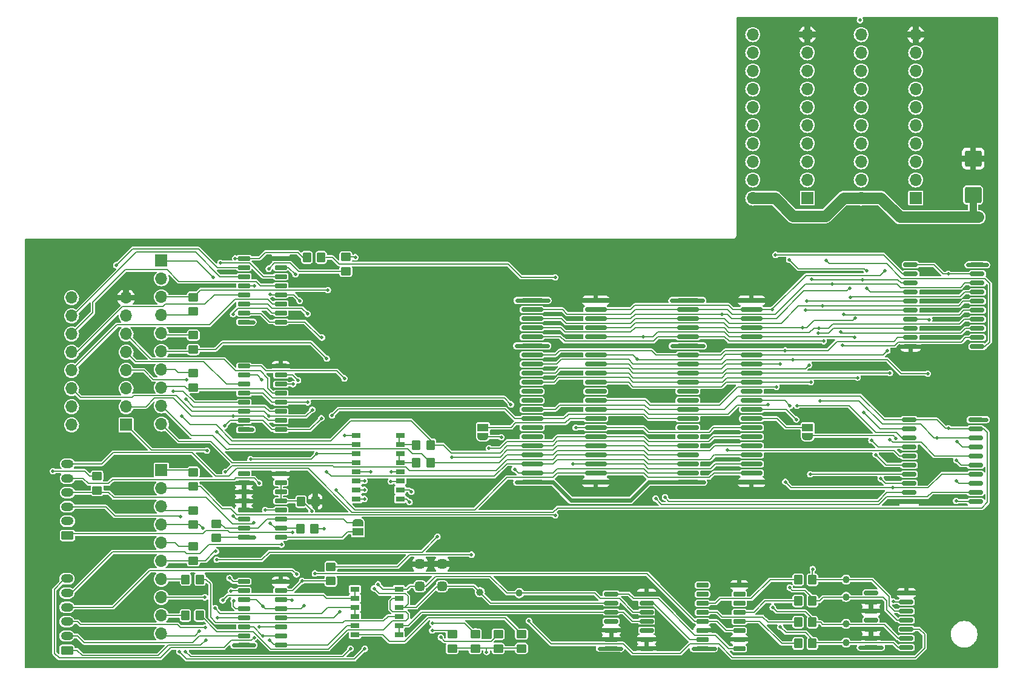
<source format=gtl>
G04 #@! TF.GenerationSoftware,KiCad,Pcbnew,8.0.9*
G04 #@! TF.CreationDate,2025-04-09T11:12:09-04:00*
G04 #@! TF.ProjectId,RAMEXPB_V3,52414d45-5850-4425-9f56-332e6b696361,rev?*
G04 #@! TF.SameCoordinates,Original*
G04 #@! TF.FileFunction,Copper,L1,Top*
G04 #@! TF.FilePolarity,Positive*
%FSLAX46Y46*%
G04 Gerber Fmt 4.6, Leading zero omitted, Abs format (unit mm)*
G04 Created by KiCad (PCBNEW 8.0.9) date 2025-04-09 11:12:09*
%MOMM*%
%LPD*%
G01*
G04 APERTURE LIST*
G04 Aperture macros list*
%AMRoundRect*
0 Rectangle with rounded corners*
0 $1 Rounding radius*
0 $2 $3 $4 $5 $6 $7 $8 $9 X,Y pos of 4 corners*
0 Add a 4 corners polygon primitive as box body*
4,1,4,$2,$3,$4,$5,$6,$7,$8,$9,$2,$3,0*
0 Add four circle primitives for the rounded corners*
1,1,$1+$1,$2,$3*
1,1,$1+$1,$4,$5*
1,1,$1+$1,$6,$7*
1,1,$1+$1,$8,$9*
0 Add four rect primitives between the rounded corners*
20,1,$1+$1,$2,$3,$4,$5,0*
20,1,$1+$1,$4,$5,$6,$7,0*
20,1,$1+$1,$6,$7,$8,$9,0*
20,1,$1+$1,$8,$9,$2,$3,0*%
%AMFreePoly0*
4,1,19,0.550000,-0.750000,0.000000,-0.750000,0.000000,-0.744911,-0.071157,-0.744911,-0.207708,-0.704816,-0.327430,-0.627875,-0.420627,-0.520320,-0.479746,-0.390866,-0.500000,-0.250000,-0.500000,0.250000,-0.479746,0.390866,-0.420627,0.520320,-0.327430,0.627875,-0.207708,0.704816,-0.071157,0.744911,0.000000,0.744911,0.000000,0.750000,0.550000,0.750000,0.550000,-0.750000,0.550000,-0.750000,
$1*%
%AMFreePoly1*
4,1,19,0.000000,0.744911,0.071157,0.744911,0.207708,0.704816,0.327430,0.627875,0.420627,0.520320,0.479746,0.390866,0.500000,0.250000,0.500000,-0.250000,0.479746,-0.390866,0.420627,-0.520320,0.327430,-0.627875,0.207708,-0.704816,0.071157,-0.744911,0.000000,-0.744911,0.000000,-0.750000,-0.550000,-0.750000,-0.550000,0.750000,0.000000,0.750000,0.000000,0.744911,0.000000,0.744911,
$1*%
G04 Aperture macros list end*
G04 #@! TA.AperFunction,SMDPad,CuDef*
%ADD10RoundRect,0.250000X-0.450000X0.350000X-0.450000X-0.350000X0.450000X-0.350000X0.450000X0.350000X0*%
G04 #@! TD*
G04 #@! TA.AperFunction,SMDPad,CuDef*
%ADD11RoundRect,0.250000X0.450000X-0.350000X0.450000X0.350000X-0.450000X0.350000X-0.450000X-0.350000X0*%
G04 #@! TD*
G04 #@! TA.AperFunction,SMDPad,CuDef*
%ADD12RoundRect,0.250000X0.350000X0.450000X-0.350000X0.450000X-0.350000X-0.450000X0.350000X-0.450000X0*%
G04 #@! TD*
G04 #@! TA.AperFunction,SMDPad,CuDef*
%ADD13FreePoly0,270.000000*%
G04 #@! TD*
G04 #@! TA.AperFunction,SMDPad,CuDef*
%ADD14R,1.500000X1.000000*%
G04 #@! TD*
G04 #@! TA.AperFunction,SMDPad,CuDef*
%ADD15FreePoly1,270.000000*%
G04 #@! TD*
G04 #@! TA.AperFunction,SMDPad,CuDef*
%ADD16RoundRect,0.150000X0.725000X0.150000X-0.725000X0.150000X-0.725000X-0.150000X0.725000X-0.150000X0*%
G04 #@! TD*
G04 #@! TA.AperFunction,SMDPad,CuDef*
%ADD17RoundRect,0.325000X0.325000X-0.325000X0.325000X0.325000X-0.325000X0.325000X-0.325000X-0.325000X0*%
G04 #@! TD*
G04 #@! TA.AperFunction,SMDPad,CuDef*
%ADD18R,1.250000X0.760000*%
G04 #@! TD*
G04 #@! TA.AperFunction,SMDPad,CuDef*
%ADD19RoundRect,0.150000X-0.875000X-0.150000X0.875000X-0.150000X0.875000X0.150000X-0.875000X0.150000X0*%
G04 #@! TD*
G04 #@! TA.AperFunction,SMDPad,CuDef*
%ADD20C,1.000000*%
G04 #@! TD*
G04 #@! TA.AperFunction,SMDPad,CuDef*
%ADD21RoundRect,0.250000X-0.350000X-0.450000X0.350000X-0.450000X0.350000X0.450000X-0.350000X0.450000X0*%
G04 #@! TD*
G04 #@! TA.AperFunction,SMDPad,CuDef*
%ADD22RoundRect,0.150000X-1.374000X-0.150000X1.374000X-0.150000X1.374000X0.150000X-1.374000X0.150000X0*%
G04 #@! TD*
G04 #@! TA.AperFunction,SMDPad,CuDef*
%ADD23RoundRect,0.250000X0.925000X-0.875000X0.925000X0.875000X-0.925000X0.875000X-0.925000X-0.875000X0*%
G04 #@! TD*
G04 #@! TA.AperFunction,SMDPad,CuDef*
%ADD24RoundRect,0.150000X0.825000X0.150000X-0.825000X0.150000X-0.825000X-0.150000X0.825000X-0.150000X0*%
G04 #@! TD*
G04 #@! TA.AperFunction,SMDPad,CuDef*
%ADD25FreePoly0,90.000000*%
G04 #@! TD*
G04 #@! TA.AperFunction,SMDPad,CuDef*
%ADD26FreePoly1,90.000000*%
G04 #@! TD*
G04 #@! TA.AperFunction,ComponentPad*
%ADD27R,1.700000X1.700000*%
G04 #@! TD*
G04 #@! TA.AperFunction,ComponentPad*
%ADD28O,1.700000X1.700000*%
G04 #@! TD*
G04 #@! TA.AperFunction,ComponentPad*
%ADD29RoundRect,0.250000X0.625000X-0.350000X0.625000X0.350000X-0.625000X0.350000X-0.625000X-0.350000X0*%
G04 #@! TD*
G04 #@! TA.AperFunction,ComponentPad*
%ADD30O,1.750000X1.200000*%
G04 #@! TD*
G04 #@! TA.AperFunction,ViaPad*
%ADD31C,0.500000*%
G04 #@! TD*
G04 #@! TA.AperFunction,Conductor*
%ADD32C,0.200000*%
G04 #@! TD*
G04 #@! TA.AperFunction,Conductor*
%ADD33C,0.600000*%
G04 #@! TD*
G04 #@! TA.AperFunction,Conductor*
%ADD34C,0.150000*%
G04 #@! TD*
G04 #@! TA.AperFunction,Conductor*
%ADD35C,1.600000*%
G04 #@! TD*
G04 #@! TA.AperFunction,Conductor*
%ADD36C,1.000000*%
G04 #@! TD*
G04 APERTURE END LIST*
D10*
G04 #@! TO.P,R9,1*
G04 #@! TO.N,RA5*
X99575000Y-137615000D03*
G04 #@! TO.P,R9,2*
G04 #@! TO.N,RA5F*
X99575000Y-139615000D03*
G04 #@! TD*
D11*
G04 #@! TO.P,R2,1*
G04 #@! TO.N,VCC*
X102785000Y-146825000D03*
G04 #@! TO.P,R2,2*
G04 #@! TO.N,Net-(JP3-B)*
X102785000Y-144825000D03*
G04 #@! TD*
D12*
G04 #@! TO.P,R20,1*
G04 #@! TO.N,MSRA1F*
X132735000Y-136290000D03*
G04 #@! TO.P,R20,2*
G04 #@! TO.N,Net-(R20-Pad2)*
X130735000Y-136290000D03*
G04 #@! TD*
D13*
G04 #@! TO.P,JP2,1,A*
G04 #@! TO.N,GND*
X185455000Y-130035000D03*
D14*
G04 #@! TO.P,JP2,2,C*
G04 #@! TO.N,Net-(JP2-C)*
X185455000Y-131335000D03*
D15*
G04 #@! TO.P,JP2,3,B*
G04 #@! TO.N,Net-(JP2-B)*
X185455000Y-132635000D03*
G04 #@! TD*
D16*
G04 #@! TO.P,U2,1,OEa*
G04 #@! TO.N,Net-(JP3-C)*
X111800000Y-146723300D03*
G04 #@! TO.P,U2,2,A1*
G04 #@! TO.N,~{RAS}*
X111800000Y-145453300D03*
G04 #@! TO.P,U2,3,I3a*
G04 #@! TO.N,Net-(JP3-B)*
X111800000Y-144183300D03*
G04 #@! TO.P,U2,4,I2a*
G04 #@! TO.N,A21*
X111800000Y-142913300D03*
G04 #@! TO.P,U2,5,I1a*
G04 #@! TO.N,Net-(U2-I0a)*
X111800000Y-141643300D03*
G04 #@! TO.P,U2,6,I0a*
X111800000Y-140373300D03*
G04 #@! TO.P,U2,7,Za*
X111800000Y-139103300D03*
G04 #@! TO.P,U2,8,GND*
G04 #@! TO.N,GND*
X111800000Y-137833300D03*
G04 #@! TO.P,U2,9,Zb*
G04 #@! TO.N,unconnected-(U2-Zb-Pad9)*
X106650000Y-137833300D03*
G04 #@! TO.P,U2,10,I0b*
G04 #@! TO.N,GND*
X106650000Y-139103300D03*
G04 #@! TO.P,U2,11,I1b*
X106650000Y-140373300D03*
G04 #@! TO.P,U2,12,I2b*
X106650000Y-141643300D03*
G04 #@! TO.P,U2,13,I3b*
X106650000Y-142913300D03*
G04 #@! TO.P,U2,14,A0*
G04 #@! TO.N,VID\u005C~{u}*
X106650000Y-144183300D03*
G04 #@! TO.P,U2,15,OEb*
G04 #@! TO.N,Net-(JP3-B)*
X106650000Y-145453300D03*
G04 #@! TO.P,U2,16,VCC*
G04 #@! TO.N,VCC*
X106650000Y-146723300D03*
G04 #@! TD*
D12*
G04 #@! TO.P,R15,1*
G04 #@! TO.N,MSRA0F*
X132745000Y-133795000D03*
G04 #@! TO.P,R15,2*
G04 #@! TO.N,Net-(R15-Pad2)*
X130745000Y-133795000D03*
G04 #@! TD*
D11*
G04 #@! TO.P,R22,1*
G04 #@! TO.N,VCC*
X135760600Y-162255000D03*
G04 #@! TO.P,R22,2*
G04 #@! TO.N,Net-(R22-Pad2)*
X135760600Y-160255000D03*
G04 #@! TD*
D17*
G04 #@! TO.P,D2,1,K*
G04 #@! TO.N,~{MCAS1}*
X131255000Y-153565000D03*
G04 #@! TO.P,D2,2,A*
G04 #@! TO.N,GND*
X131255000Y-150465000D03*
G04 #@! TD*
D10*
G04 #@! TO.P,R13,1*
G04 #@! TO.N,RA2*
X99575000Y-118460000D03*
G04 #@! TO.P,R13,2*
G04 #@! TO.N,RA2F*
X99575000Y-120460000D03*
G04 #@! TD*
G04 #@! TO.P,R24,1*
G04 #@! TO.N,VCC*
X120905000Y-107525000D03*
G04 #@! TO.P,R24,2*
G04 #@! TO.N,PULLUP*
X120905000Y-109525000D03*
G04 #@! TD*
D16*
G04 #@! TO.P,U3,1,~{EN}*
G04 #@! TO.N,Net-(U3A-~{EN})*
X175902500Y-162275000D03*
G04 #@! TO.P,U3,2,A*
G04 #@! TO.N,GND*
X175902500Y-161005000D03*
G04 #@! TO.P,U3,3,B*
G04 #@! TO.N,Net-(U2-I0a)*
X175902500Y-159735000D03*
G04 #@! TO.P,U3,4,~{Q0}*
G04 #@! TO.N,Net-(U3A-~{Q0})*
X175902500Y-158465000D03*
G04 #@! TO.P,U3,5,~{Q1}*
G04 #@! TO.N,Net-(U3A-~{Q1})*
X175902500Y-157195000D03*
G04 #@! TO.P,U3,6,~{Q2}*
G04 #@! TO.N,unconnected-(U3A-~{Q2}-Pad6)*
X175902500Y-155925000D03*
G04 #@! TO.P,U3,7,~{Q3}*
G04 #@! TO.N,unconnected-(U3A-~{Q3}-Pad7)*
X175902500Y-154655000D03*
G04 #@! TO.P,U3,8,GND*
G04 #@! TO.N,GND*
X175902500Y-153385000D03*
G04 #@! TO.P,U3,9,~{Q3}*
G04 #@! TO.N,unconnected-(U3B-~{Q3}-Pad9)*
X170752500Y-153385000D03*
G04 #@! TO.P,U3,10,~{Q2}*
G04 #@! TO.N,unconnected-(U3B-~{Q2}-Pad10)*
X170752500Y-154655000D03*
G04 #@! TO.P,U3,11,~{Q1}*
G04 #@! TO.N,Net-(U3B-~{Q1})*
X170752500Y-155925000D03*
G04 #@! TO.P,U3,12,~{Q0}*
G04 #@! TO.N,Net-(U3B-~{Q0})*
X170752500Y-157195000D03*
G04 #@! TO.P,U3,13,B*
G04 #@! TO.N,Net-(U2-I0a)*
X170752500Y-158465000D03*
G04 #@! TO.P,U3,14,A*
G04 #@! TO.N,GND*
X170752500Y-159735000D03*
G04 #@! TO.P,U3,15,~{EN}*
G04 #@! TO.N,Net-(U3B-~{EN})*
X170752500Y-161005000D03*
G04 #@! TO.P,U3,16,VCC*
G04 #@! TO.N,VCC*
X170752500Y-162275000D03*
G04 #@! TD*
D13*
G04 #@! TO.P,JP1,1,A*
G04 #@! TO.N,GND*
X140075000Y-130055000D03*
D14*
G04 #@! TO.P,JP1,2,C*
G04 #@! TO.N,Net-(JP1-C)*
X140075000Y-131355000D03*
D15*
G04 #@! TO.P,JP1,3,B*
G04 #@! TO.N,Net-(JP1-B)*
X140075000Y-132655000D03*
G04 #@! TD*
D10*
G04 #@! TO.P,R11,1*
G04 #@! TO.N,RA6*
X99575000Y-147995000D03*
G04 #@! TO.P,R11,2*
G04 #@! TO.N,RA6F*
X99575000Y-149995000D03*
G04 #@! TD*
D12*
G04 #@! TO.P,R25,1*
G04 #@! TO.N,MRA9F*
X117455000Y-107585000D03*
G04 #@! TO.P,R25,2*
G04 #@! TO.N,Net-(U11-Zb)*
X115455000Y-107585000D03*
G04 #@! TD*
D18*
G04 #@! TO.P,SWB1,1*
G04 #@! TO.N,~{CAS1}*
X122170000Y-153960000D03*
G04 #@! TO.P,SWB1,2*
X122170000Y-155230000D03*
G04 #@! TO.P,SWB1,3*
G04 #@! TO.N,~{CAS0}*
X122170000Y-156500000D03*
G04 #@! TO.P,SWB1,4*
X122170000Y-157770000D03*
G04 #@! TO.P,SWB1,5*
G04 #@! TO.N,C2M*
X122170000Y-159040000D03*
G04 #@! TO.P,SWB1,6*
G04 #@! TO.N,Net-(R26-Pad2)*
X122170000Y-160310000D03*
G04 #@! TO.P,SWB1,7*
G04 #@! TO.N,MC2M*
X128320000Y-160310000D03*
G04 #@! TO.P,SWB1,8*
X128320000Y-159040000D03*
G04 #@! TO.P,SWB1,9*
G04 #@! TO.N,Net-(R18-Pad2)*
X128320000Y-157770000D03*
G04 #@! TO.P,SWB1,10*
G04 #@! TO.N,~{MCAS0}*
X128320000Y-156500000D03*
G04 #@! TO.P,SWB1,11*
G04 #@! TO.N,Net-(R17-Pad2)*
X128320000Y-155230000D03*
G04 #@! TO.P,SWB1,12*
G04 #@! TO.N,~{MCAS1}*
X128320000Y-153960000D03*
G04 #@! TD*
D16*
G04 #@! TO.P,U10,1,OEa*
G04 #@! TO.N,DMA*
X111800000Y-131666700D03*
G04 #@! TO.P,U10,2,A1*
G04 #@! TO.N,VID\u005C~{u}*
X111800000Y-130396700D03*
G04 #@! TO.P,U10,3,I3a*
G04 #@! TO.N,VA8*
X111800000Y-129126700D03*
G04 #@! TO.P,U10,4,I2a*
G04 #@! TO.N,PULLUP*
X111800000Y-127856700D03*
G04 #@! TO.P,U10,5,I1a*
G04 #@! TO.N,A9*
X111800000Y-126586700D03*
G04 #@! TO.P,U10,6,I0a*
G04 #@! TO.N,A17*
X111800000Y-125316700D03*
G04 #@! TO.P,U10,7,Za*
G04 #@! TO.N,Net-(U10-Za)*
X111800000Y-124046700D03*
G04 #@! TO.P,U10,8,GND*
G04 #@! TO.N,GND*
X111800000Y-122776700D03*
G04 #@! TO.P,U10,9,Zb*
G04 #@! TO.N,MRA0*
X106650000Y-122776700D03*
G04 #@! TO.P,U10,10,I0b*
G04 #@! TO.N,A18*
X106650000Y-124046700D03*
G04 #@! TO.P,U10,11,I1b*
G04 #@! TO.N,A1*
X106650000Y-125316700D03*
G04 #@! TO.P,U10,12,I2b*
G04 #@! TO.N,PULLUP*
X106650000Y-126586700D03*
G04 #@! TO.P,U10,13,I3b*
G04 #@! TO.N,VA0*
X106650000Y-127856700D03*
G04 #@! TO.P,U10,14,A0*
G04 #@! TO.N,C2M*
X106650000Y-129126700D03*
G04 #@! TO.P,U10,15,OEb*
G04 #@! TO.N,DMA*
X106650000Y-130396700D03*
G04 #@! TO.P,U10,16,VCC*
G04 #@! TO.N,VCC*
X106650000Y-131666700D03*
G04 #@! TD*
D12*
G04 #@! TO.P,R8,1*
G04 #@! TO.N,GND*
X116635000Y-141735000D03*
G04 #@! TO.P,R8,2*
G04 #@! TO.N,Net-(U2-I0a)*
X114635000Y-141735000D03*
G04 #@! TD*
D19*
G04 #@! TO.P,U7,1,1OE*
G04 #@! TO.N,RAM-R{slash}~{W}F*
X199850000Y-108625000D03*
G04 #@! TO.P,U7,2,1A0*
G04 #@! TO.N,D0*
X199850000Y-109895000D03*
G04 #@! TO.P,U7,3,2Y0*
G04 #@! TO.N,DQ7*
X199850000Y-111165000D03*
G04 #@! TO.P,U7,4,1A1*
G04 #@! TO.N,D1*
X199850000Y-112435000D03*
G04 #@! TO.P,U7,5,2Y1*
G04 #@! TO.N,DQ6*
X199850000Y-113705000D03*
G04 #@! TO.P,U7,6,1A2*
G04 #@! TO.N,D2*
X199850000Y-114975000D03*
G04 #@! TO.P,U7,7,2Y2*
G04 #@! TO.N,DQ5*
X199850000Y-116245000D03*
G04 #@! TO.P,U7,8,1A3*
G04 #@! TO.N,D3*
X199850000Y-117515000D03*
G04 #@! TO.P,U7,9,2Y3*
G04 #@! TO.N,DQ4*
X199850000Y-118785000D03*
G04 #@! TO.P,U7,10,GND*
G04 #@! TO.N,GND*
X199850000Y-120055000D03*
G04 #@! TO.P,U7,11,2A3*
G04 #@! TO.N,D4*
X209150000Y-120055000D03*
G04 #@! TO.P,U7,12,1Y3*
G04 #@! TO.N,DQ3*
X209150000Y-118785000D03*
G04 #@! TO.P,U7,13,2A2*
G04 #@! TO.N,D5*
X209150000Y-117515000D03*
G04 #@! TO.P,U7,14,1Y2*
G04 #@! TO.N,DQ2*
X209150000Y-116245000D03*
G04 #@! TO.P,U7,15,2A1*
G04 #@! TO.N,D6*
X209150000Y-114975000D03*
G04 #@! TO.P,U7,16,1Y1*
G04 #@! TO.N,DQ1*
X209150000Y-113705000D03*
G04 #@! TO.P,U7,17,2A0*
G04 #@! TO.N,D7*
X209150000Y-112435000D03*
G04 #@! TO.P,U7,18,1Y0*
G04 #@! TO.N,DQ0*
X209150000Y-111165000D03*
G04 #@! TO.P,U7,19,2OE*
G04 #@! TO.N,RAM-R{slash}~{W}F*
X209150000Y-109895000D03*
G04 #@! TO.P,U7,20,VCC*
G04 #@! TO.N,VCC*
X209150000Y-108625000D03*
G04 #@! TD*
D20*
G04 #@! TO.P,TP2,1,1*
G04 #@! TO.N,~{MCAS2F}*
X190815000Y-155055000D03*
G04 #@! TD*
D21*
G04 #@! TO.P,R17,1*
G04 #@! TO.N,~{CAS1F}*
X98465000Y-157645000D03*
G04 #@! TO.P,R17,2*
G04 #@! TO.N,Net-(R17-Pad2)*
X100465000Y-157645000D03*
G04 #@! TD*
G04 #@! TO.P,R6,1*
G04 #@! TO.N,Net-(U3B-~{Q0})*
X184125000Y-158586700D03*
G04 #@! TO.P,R6,2*
G04 #@! TO.N,~{MCAS1F}*
X186125000Y-158586700D03*
G04 #@! TD*
D22*
G04 #@! TO.P,U5,1,VCC*
G04 #@! TO.N,VCC*
X146945000Y-113600000D03*
G04 #@! TO.P,U5,2,DQ1*
G04 #@! TO.N,DQ0*
X146945000Y-114870000D03*
G04 #@! TO.P,U5,3,DQ2*
G04 #@! TO.N,DQ1*
X146945000Y-116140000D03*
G04 #@! TO.P,U5,4,DQ3*
G04 #@! TO.N,DQ2*
X146945000Y-117410000D03*
G04 #@! TO.P,U5,5,DQ4*
G04 #@! TO.N,DQ3*
X146945000Y-118680000D03*
G04 #@! TO.P,U5,6,VCC*
G04 #@! TO.N,VCC*
X146945000Y-119950000D03*
G04 #@! TO.P,U5,7,DQ5*
G04 #@! TO.N,DQ4*
X146945000Y-121220000D03*
G04 #@! TO.P,U5,8,DQ6*
G04 #@! TO.N,DQ5*
X146945000Y-122490000D03*
G04 #@! TO.P,U5,9,DQ7*
G04 #@! TO.N,DQ6*
X146945000Y-123760000D03*
G04 #@! TO.P,U5,10,DQ8*
G04 #@! TO.N,DQ7*
X146945000Y-125030000D03*
G04 #@! TO.P,U5,11*
G04 #@! TO.N,N/C*
X146945000Y-126300000D03*
G04 #@! TO.P,U5,12*
X146945000Y-127570000D03*
G04 #@! TO.P,U5,13,~{WE}*
G04 #@! TO.N,RAM-R{slash}~{W}F*
X146945000Y-128840000D03*
G04 #@! TO.P,U5,14,~{RAS}*
G04 #@! TO.N,~{MRASF}*
X146945000Y-130110000D03*
G04 #@! TO.P,U5,15*
G04 #@! TO.N,N/C*
X146945000Y-131380000D03*
G04 #@! TO.P,U5,16*
X146945000Y-132650000D03*
G04 #@! TO.P,U5,17,A0*
G04 #@! TO.N,MSRA0F*
X146945000Y-133920000D03*
G04 #@! TO.P,U5,18,A1*
G04 #@! TO.N,MSRA1F*
X146945000Y-135190000D03*
G04 #@! TO.P,U5,19,A2*
G04 #@! TO.N,RA2F*
X146945000Y-136460000D03*
G04 #@! TO.P,U5,20,A3*
G04 #@! TO.N,RA3F*
X146945000Y-137730000D03*
G04 #@! TO.P,U5,21,VCC*
G04 #@! TO.N,VCC*
X146945000Y-139000000D03*
G04 #@! TO.P,U5,22,VSS*
G04 #@! TO.N,GND*
X155835000Y-139000000D03*
G04 #@! TO.P,U5,23,A4*
G04 #@! TO.N,RA4F*
X155835000Y-137730000D03*
G04 #@! TO.P,U5,24,A5*
G04 #@! TO.N,RA5F*
X155835000Y-136460000D03*
G04 #@! TO.P,U5,25,A6*
G04 #@! TO.N,RA6F*
X155835000Y-135190000D03*
G04 #@! TO.P,U5,26,A7*
G04 #@! TO.N,RA7F*
X155835000Y-133920000D03*
G04 #@! TO.P,U5,27,A8*
G04 #@! TO.N,MSRA8F*
X155835000Y-132650000D03*
G04 #@! TO.P,U5,28,A9*
G04 #@! TO.N,MRA9F*
X155835000Y-131380000D03*
G04 #@! TO.P,U5,29,~{OE}*
G04 #@! TO.N,Net-(JP1-C)*
X155835000Y-130110000D03*
G04 #@! TO.P,U5,30,~{UCAS}*
G04 #@! TO.N,~{MCAS1F}*
X155835000Y-128840000D03*
G04 #@! TO.P,U5,31,~{LCAS}*
G04 #@! TO.N,~{MCAS0F}*
X155835000Y-127570000D03*
G04 #@! TO.P,U5,32*
G04 #@! TO.N,N/C*
X155835000Y-126300000D03*
G04 #@! TO.P,U5,33,DQ9*
G04 #@! TO.N,DQ8*
X155835000Y-125030000D03*
G04 #@! TO.P,U5,34,DQ10*
G04 #@! TO.N,DQ9*
X155835000Y-123760000D03*
G04 #@! TO.P,U5,35,DQ11*
G04 #@! TO.N,DQ10*
X155835000Y-122490000D03*
G04 #@! TO.P,U5,36,DQ12*
G04 #@! TO.N,DQ11*
X155835000Y-121220000D03*
G04 #@! TO.P,U5,37,VSS*
G04 #@! TO.N,GND*
X155835000Y-119950000D03*
G04 #@! TO.P,U5,38,DQ13*
G04 #@! TO.N,DQ12*
X155835000Y-118680000D03*
G04 #@! TO.P,U5,39,DQ14*
G04 #@! TO.N,DQ13*
X155835000Y-117410000D03*
G04 #@! TO.P,U5,40,DQ15*
G04 #@! TO.N,DQ14*
X155835000Y-116140000D03*
G04 #@! TO.P,U5,41,DQ16*
G04 #@! TO.N,DQ15*
X155835000Y-114870000D03*
G04 #@! TO.P,U5,42,VSS*
G04 #@! TO.N,GND*
X155835000Y-113600000D03*
G04 #@! TD*
D23*
G04 #@! TO.P,C1,1*
G04 #@! TO.N,VCC*
X208585000Y-98875000D03*
G04 #@! TO.P,C1,2*
G04 #@! TO.N,GND*
X208585000Y-93775000D03*
G04 #@! TD*
D21*
G04 #@! TO.P,R18,1*
G04 #@! TO.N,~{CAS0F}*
X98505000Y-152595000D03*
G04 #@! TO.P,R18,2*
G04 #@! TO.N,Net-(R18-Pad2)*
X100505000Y-152595000D03*
G04 #@! TD*
G04 #@! TO.P,R5,1*
G04 #@! TO.N,Net-(U3A-~{Q1})*
X184125000Y-155618300D03*
G04 #@! TO.P,R5,2*
G04 #@! TO.N,~{MCAS2F}*
X186125000Y-155618300D03*
G04 #@! TD*
D18*
G04 #@! TO.P,SWB2,1*
G04 #@! TO.N,MRA0*
X122350000Y-132460000D03*
G04 #@! TO.P,SWB2,2*
G04 #@! TO.N,RA0*
X122350000Y-133730000D03*
G04 #@! TO.P,SWB2,3*
G04 #@! TO.N,MRA1*
X122350000Y-135000000D03*
G04 #@! TO.P,SWB2,4*
G04 #@! TO.N,RA1*
X122350000Y-136270000D03*
G04 #@! TO.P,SWB2,5*
G04 #@! TO.N,~{CAS1F}*
X122350000Y-137540000D03*
G04 #@! TO.P,SWB2,6*
G04 #@! TO.N,~{CAS0F}*
X122350000Y-138810000D03*
G04 #@! TO.P,SWB2,7*
G04 #@! TO.N,~{MCAS1}*
X122350000Y-140080000D03*
G04 #@! TO.P,SWB2,8*
G04 #@! TO.N,~{MCAS0}*
X122350000Y-141350000D03*
G04 #@! TO.P,SWB2,9*
G04 #@! TO.N,Net-(R21-Pad2)*
X128500000Y-141350000D03*
G04 #@! TO.P,SWB2,10*
G04 #@! TO.N,Net-(R16-Pad2)*
X128500000Y-140080000D03*
G04 #@! TO.P,SWB2,11*
G04 #@! TO.N,Net-(R22-Pad2)*
X128500000Y-138810000D03*
G04 #@! TO.P,SWB2,12*
X128500000Y-137540000D03*
G04 #@! TO.P,SWB2,13*
G04 #@! TO.N,Net-(R20-Pad2)*
X128500000Y-136270000D03*
G04 #@! TO.P,SWB2,14*
X128500000Y-135000000D03*
G04 #@! TO.P,SWB2,15*
G04 #@! TO.N,Net-(R15-Pad2)*
X128500000Y-133730000D03*
G04 #@! TO.P,SWB2,16*
X128500000Y-132460000D03*
G04 #@! TD*
D24*
G04 #@! TO.P,U1,1*
G04 #@! TO.N,GND*
X162940000Y-162245000D03*
G04 #@! TO.P,U1,2*
X162940000Y-160975000D03*
G04 #@! TO.P,U1,3*
G04 #@! TO.N,unconnected-(U1-Pad3)*
X162940000Y-159705000D03*
G04 #@! TO.P,U1,4*
G04 #@! TO.N,MC2M*
X162940000Y-158435000D03*
G04 #@! TO.P,U1,5*
G04 #@! TO.N,~{MCAS1}*
X162940000Y-157165000D03*
G04 #@! TO.P,U1,6*
G04 #@! TO.N,Net-(U3B-~{EN})*
X162940000Y-155895000D03*
G04 #@! TO.P,U1,7,GND*
G04 #@! TO.N,GND*
X162940000Y-154625000D03*
G04 #@! TO.P,U1,8*
G04 #@! TO.N,Net-(U3A-~{EN})*
X157990000Y-154625000D03*
G04 #@! TO.P,U1,9*
G04 #@! TO.N,~{MCAS0}*
X157990000Y-155895000D03*
G04 #@! TO.P,U1,10*
G04 #@! TO.N,MC2M*
X157990000Y-157165000D03*
G04 #@! TO.P,U1,11*
G04 #@! TO.N,unconnected-(U1-Pad11)*
X157990000Y-158435000D03*
G04 #@! TO.P,U1,12*
G04 #@! TO.N,GND*
X157990000Y-159705000D03*
G04 #@! TO.P,U1,13*
X157990000Y-160975000D03*
G04 #@! TO.P,U1,14,VCC*
G04 #@! TO.N,VCC*
X157990000Y-162245000D03*
G04 #@! TD*
D17*
G04 #@! TO.P,D1,1,K*
G04 #@! TO.N,~{MCAS0}*
X134325000Y-153545000D03*
G04 #@! TO.P,D1,2,A*
G04 #@! TO.N,GND*
X134325000Y-150445000D03*
G04 #@! TD*
D11*
G04 #@! TO.P,R16,1*
G04 #@! TO.N,VCC*
X142198300Y-162255000D03*
G04 #@! TO.P,R16,2*
G04 #@! TO.N,Net-(R16-Pad2)*
X142198300Y-160255000D03*
G04 #@! TD*
D20*
G04 #@! TO.P,TP3,1,1*
G04 #@! TO.N,~{MCAS1F}*
X190815000Y-158825000D03*
G04 #@! TD*
G04 #@! TO.P,TP5,1,1*
G04 #@! TO.N,~{MCAS0}*
X139645000Y-154385000D03*
G04 #@! TD*
D16*
G04 #@! TO.P,U11,1,OEa*
G04 #@! TO.N,DMA*
X111800000Y-116610000D03*
G04 #@! TO.P,U11,2,A1*
G04 #@! TO.N,VID\u005C~{u}*
X111800000Y-115340000D03*
G04 #@! TO.P,U11,3,I3a*
G04 #@! TO.N,VA1*
X111800000Y-114070000D03*
G04 #@! TO.P,U11,4,I2a*
G04 #@! TO.N,PULLUP*
X111800000Y-112800000D03*
G04 #@! TO.P,U11,5,I1a*
G04 #@! TO.N,A2*
X111800000Y-111530000D03*
G04 #@! TO.P,U11,6,I0a*
G04 #@! TO.N,A19*
X111800000Y-110260000D03*
G04 #@! TO.P,U11,7,Za*
G04 #@! TO.N,MRA1*
X111800000Y-108990000D03*
G04 #@! TO.P,U11,8,GND*
G04 #@! TO.N,GND*
X111800000Y-107720000D03*
G04 #@! TO.P,U11,9,Zb*
G04 #@! TO.N,Net-(U11-Zb)*
X106650000Y-107720000D03*
G04 #@! TO.P,U11,10,I0b*
G04 #@! TO.N,A20*
X106650000Y-108990000D03*
G04 #@! TO.P,U11,11,I1b*
G04 #@! TO.N,A10*
X106650000Y-110260000D03*
G04 #@! TO.P,U11,12,I2b*
G04 #@! TO.N,PULLUP*
X106650000Y-111530000D03*
G04 #@! TO.P,U11,13,I3b*
G04 #@! TO.N,VA9*
X106650000Y-112800000D03*
G04 #@! TO.P,U11,14,A0*
G04 #@! TO.N,C2M*
X106650000Y-114070000D03*
G04 #@! TO.P,U11,15,OEb*
G04 #@! TO.N,DMA*
X106650000Y-115340000D03*
G04 #@! TO.P,U11,16,VCC*
G04 #@! TO.N,VCC*
X106650000Y-116610000D03*
G04 #@! TD*
D21*
G04 #@! TO.P,R7,1*
G04 #@! TO.N,Net-(U3B-~{Q1})*
X184125000Y-152650000D03*
G04 #@! TO.P,R7,2*
G04 #@! TO.N,~{MCAS3F}*
X186125000Y-152650000D03*
G04 #@! TD*
D11*
G04 #@! TO.P,R26,1*
G04 #@! TO.N,VCC*
X145455000Y-162245000D03*
G04 #@! TO.P,R26,2*
G04 #@! TO.N,Net-(R26-Pad2)*
X145455000Y-160245000D03*
G04 #@! TD*
D16*
G04 #@! TO.P,U9,1,S*
G04 #@! TO.N,C2M*
X111800000Y-161780000D03*
G04 #@! TO.P,U9,2,I0a*
G04 #@! TO.N,PULLUP*
X111800000Y-160510000D03*
G04 #@! TO.P,U9,3,I1a*
G04 #@! TO.N,VA5*
X111800000Y-159240000D03*
G04 #@! TO.P,U9,4,Za*
G04 #@! TO.N,MRA0*
X111800000Y-157970000D03*
G04 #@! TO.P,U9,5,I0b*
G04 #@! TO.N,PULLUP*
X111800000Y-156700000D03*
G04 #@! TO.P,U9,6,I1b*
G04 #@! TO.N,VA13*
X111800000Y-155430000D03*
G04 #@! TO.P,U9,7,Zb*
G04 #@! TO.N,Net-(U10-Za)*
X111800000Y-154160000D03*
G04 #@! TO.P,U9,8,GND*
G04 #@! TO.N,GND*
X111800000Y-152890000D03*
G04 #@! TO.P,U9,9,Zd*
G04 #@! TO.N,Net-(U11-Zb)*
X106650000Y-152890000D03*
G04 #@! TO.P,U9,10,I1d*
G04 #@! TO.N,~{SNDPG2}*
X106650000Y-154160000D03*
G04 #@! TO.P,U9,11,I0d*
G04 #@! TO.N,PULLUP*
X106650000Y-155430000D03*
G04 #@! TO.P,U9,12,Zc*
G04 #@! TO.N,MRA1*
X106650000Y-156700000D03*
G04 #@! TO.P,U9,13,I1c*
G04 #@! TO.N,VA6*
X106650000Y-157970000D03*
G04 #@! TO.P,U9,14,I0c*
G04 #@! TO.N,PULLUP*
X106650000Y-159240000D03*
G04 #@! TO.P,U9,15,OE*
G04 #@! TO.N,~{DMA}*
X106650000Y-160510000D03*
G04 #@! TO.P,U9,16,VCC*
G04 #@! TO.N,VCC*
X106650000Y-161780000D03*
G04 #@! TD*
D19*
G04 #@! TO.P,U8,1,1OE*
G04 #@! TO.N,RAM-R{slash}~{W}F*
X199630000Y-130270000D03*
G04 #@! TO.P,U8,2,1A0*
G04 #@! TO.N,D8*
X199630000Y-131540000D03*
G04 #@! TO.P,U8,3,2Y0*
G04 #@! TO.N,DQ15*
X199630000Y-132810000D03*
G04 #@! TO.P,U8,4,1A1*
G04 #@! TO.N,D9*
X199630000Y-134080000D03*
G04 #@! TO.P,U8,5,2Y1*
G04 #@! TO.N,DQ14*
X199630000Y-135350000D03*
G04 #@! TO.P,U8,6,1A2*
G04 #@! TO.N,D10*
X199630000Y-136620000D03*
G04 #@! TO.P,U8,7,2Y2*
G04 #@! TO.N,DQ13*
X199630000Y-137890000D03*
G04 #@! TO.P,U8,8,1A3*
G04 #@! TO.N,D11*
X199630000Y-139160000D03*
G04 #@! TO.P,U8,9,2Y3*
G04 #@! TO.N,DQ12*
X199630000Y-140430000D03*
G04 #@! TO.P,U8,10,GND*
G04 #@! TO.N,GND*
X199630000Y-141700000D03*
G04 #@! TO.P,U8,11,2A3*
G04 #@! TO.N,D12*
X208930000Y-141700000D03*
G04 #@! TO.P,U8,12,1Y3*
G04 #@! TO.N,DQ11*
X208930000Y-140430000D03*
G04 #@! TO.P,U8,13,2A2*
G04 #@! TO.N,D13*
X208930000Y-139160000D03*
G04 #@! TO.P,U8,14,1Y2*
G04 #@! TO.N,DQ10*
X208930000Y-137890000D03*
G04 #@! TO.P,U8,15,2A1*
G04 #@! TO.N,D14*
X208930000Y-136620000D03*
G04 #@! TO.P,U8,16,1Y1*
G04 #@! TO.N,DQ9*
X208930000Y-135350000D03*
G04 #@! TO.P,U8,17,2A0*
G04 #@! TO.N,D15*
X208930000Y-134080000D03*
G04 #@! TO.P,U8,18,1Y0*
G04 #@! TO.N,DQ8*
X208930000Y-132810000D03*
G04 #@! TO.P,U8,19,2OE*
G04 #@! TO.N,RAM-R{slash}~{W}F*
X208930000Y-131540000D03*
G04 #@! TO.P,U8,20,VCC*
G04 #@! TO.N,VCC*
X208930000Y-130270000D03*
G04 #@! TD*
D22*
G04 #@! TO.P,U6,1,VCC*
G04 #@! TO.N,VCC*
X168725000Y-113600000D03*
G04 #@! TO.P,U6,2,DQ1*
G04 #@! TO.N,DQ0*
X168725000Y-114870000D03*
G04 #@! TO.P,U6,3,DQ2*
G04 #@! TO.N,DQ1*
X168725000Y-116140000D03*
G04 #@! TO.P,U6,4,DQ3*
G04 #@! TO.N,DQ2*
X168725000Y-117410000D03*
G04 #@! TO.P,U6,5,DQ4*
G04 #@! TO.N,DQ3*
X168725000Y-118680000D03*
G04 #@! TO.P,U6,6,VCC*
G04 #@! TO.N,VCC*
X168725000Y-119950000D03*
G04 #@! TO.P,U6,7,DQ5*
G04 #@! TO.N,DQ4*
X168725000Y-121220000D03*
G04 #@! TO.P,U6,8,DQ6*
G04 #@! TO.N,DQ5*
X168725000Y-122490000D03*
G04 #@! TO.P,U6,9,DQ7*
G04 #@! TO.N,DQ6*
X168725000Y-123760000D03*
G04 #@! TO.P,U6,10,DQ8*
G04 #@! TO.N,DQ7*
X168725000Y-125030000D03*
G04 #@! TO.P,U6,11*
G04 #@! TO.N,N/C*
X168725000Y-126300000D03*
G04 #@! TO.P,U6,12*
X168725000Y-127570000D03*
G04 #@! TO.P,U6,13,~{WE}*
G04 #@! TO.N,RAM-R{slash}~{W}F*
X168725000Y-128840000D03*
G04 #@! TO.P,U6,14,~{RAS}*
G04 #@! TO.N,~{MRASF}*
X168725000Y-130110000D03*
G04 #@! TO.P,U6,15*
G04 #@! TO.N,N/C*
X168725000Y-131380000D03*
G04 #@! TO.P,U6,16*
X168725000Y-132650000D03*
G04 #@! TO.P,U6,17,A0*
G04 #@! TO.N,MSRA0F*
X168725000Y-133920000D03*
G04 #@! TO.P,U6,18,A1*
G04 #@! TO.N,MSRA1F*
X168725000Y-135190000D03*
G04 #@! TO.P,U6,19,A2*
G04 #@! TO.N,RA2F*
X168725000Y-136460000D03*
G04 #@! TO.P,U6,20,A3*
G04 #@! TO.N,RA3F*
X168725000Y-137730000D03*
G04 #@! TO.P,U6,21,VCC*
G04 #@! TO.N,VCC*
X168725000Y-139000000D03*
G04 #@! TO.P,U6,22,VSS*
G04 #@! TO.N,GND*
X177615000Y-139000000D03*
G04 #@! TO.P,U6,23,A4*
G04 #@! TO.N,RA4F*
X177615000Y-137730000D03*
G04 #@! TO.P,U6,24,A5*
G04 #@! TO.N,RA5F*
X177615000Y-136460000D03*
G04 #@! TO.P,U6,25,A6*
G04 #@! TO.N,RA6F*
X177615000Y-135190000D03*
G04 #@! TO.P,U6,26,A7*
G04 #@! TO.N,RA7F*
X177615000Y-133920000D03*
G04 #@! TO.P,U6,27,A8*
G04 #@! TO.N,MSRA8F*
X177615000Y-132650000D03*
G04 #@! TO.P,U6,28,A9*
G04 #@! TO.N,MRA9F*
X177615000Y-131380000D03*
G04 #@! TO.P,U6,29,~{OE}*
G04 #@! TO.N,Net-(JP2-C)*
X177615000Y-130110000D03*
G04 #@! TO.P,U6,30,~{UCAS}*
G04 #@! TO.N,~{MCAS3F}*
X177615000Y-128840000D03*
G04 #@! TO.P,U6,31,~{LCAS}*
G04 #@! TO.N,~{MCAS2F}*
X177615000Y-127570000D03*
G04 #@! TO.P,U6,32*
G04 #@! TO.N,N/C*
X177615000Y-126300000D03*
G04 #@! TO.P,U6,33,DQ9*
G04 #@! TO.N,DQ8*
X177615000Y-125030000D03*
G04 #@! TO.P,U6,34,DQ10*
G04 #@! TO.N,DQ9*
X177615000Y-123760000D03*
G04 #@! TO.P,U6,35,DQ11*
G04 #@! TO.N,DQ10*
X177615000Y-122490000D03*
G04 #@! TO.P,U6,36,DQ12*
G04 #@! TO.N,DQ11*
X177615000Y-121220000D03*
G04 #@! TO.P,U6,37,VSS*
G04 #@! TO.N,GND*
X177615000Y-119950000D03*
G04 #@! TO.P,U6,38,DQ13*
G04 #@! TO.N,DQ12*
X177615000Y-118680000D03*
G04 #@! TO.P,U6,39,DQ14*
G04 #@! TO.N,DQ13*
X177615000Y-117410000D03*
G04 #@! TO.P,U6,40,DQ15*
G04 #@! TO.N,DQ14*
X177615000Y-116140000D03*
G04 #@! TO.P,U6,41,DQ16*
G04 #@! TO.N,DQ15*
X177615000Y-114870000D03*
G04 #@! TO.P,U6,42,VSS*
G04 #@! TO.N,GND*
X177615000Y-113600000D03*
G04 #@! TD*
D20*
G04 #@! TO.P,TP4,1,1*
G04 #@! TO.N,~{MCAS3F}*
X190815000Y-152635000D03*
G04 #@! TD*
D10*
G04 #@! TO.P,R10,1*
G04 #@! TO.N,RA7*
X99575000Y-142945000D03*
G04 #@! TO.P,R10,2*
G04 #@! TO.N,RA7F*
X99575000Y-144945000D03*
G04 #@! TD*
D20*
G04 #@! TO.P,TP6,1,1*
G04 #@! TO.N,~{MCAS1}*
X145145000Y-154515000D03*
G04 #@! TD*
D21*
G04 #@! TO.P,R4,1*
G04 #@! TO.N,Net-(U3A-~{Q0})*
X184125000Y-161555000D03*
G04 #@! TO.P,R4,2*
G04 #@! TO.N,~{MCAS0F}*
X186125000Y-161555000D03*
G04 #@! TD*
D10*
G04 #@! TO.P,R12,1*
G04 #@! TO.N,RA4F*
X99575000Y-113135000D03*
G04 #@! TO.P,R12,2*
G04 #@! TO.N,RA4*
X99575000Y-115135000D03*
G04 #@! TD*
D24*
G04 #@! TO.P,U4,1*
G04 #@! TO.N,~{MCAS0F}*
X199255000Y-162105000D03*
G04 #@! TO.P,U4,2*
G04 #@! TO.N,~{MCAS1F}*
X199255000Y-160835000D03*
G04 #@! TO.P,U4,3*
G04 #@! TO.N,Net-(JP1-B)*
X199255000Y-159565000D03*
G04 #@! TO.P,U4,4*
G04 #@! TO.N,~{MCAS2F}*
X199255000Y-158295000D03*
G04 #@! TO.P,U4,5*
G04 #@! TO.N,~{MCAS3F}*
X199255000Y-157025000D03*
G04 #@! TO.P,U4,6*
G04 #@! TO.N,Net-(JP2-B)*
X199255000Y-155755000D03*
G04 #@! TO.P,U4,7,GND*
G04 #@! TO.N,GND*
X199255000Y-154485000D03*
G04 #@! TO.P,U4,8*
G04 #@! TO.N,unconnected-(U4-Pad8)*
X194305000Y-154485000D03*
G04 #@! TO.P,U4,9*
G04 #@! TO.N,GND*
X194305000Y-155755000D03*
G04 #@! TO.P,U4,10*
X194305000Y-157025000D03*
G04 #@! TO.P,U4,11*
G04 #@! TO.N,unconnected-(U4-Pad11)*
X194305000Y-158295000D03*
G04 #@! TO.P,U4,12*
G04 #@! TO.N,GND*
X194305000Y-159565000D03*
G04 #@! TO.P,U4,13*
X194305000Y-160835000D03*
G04 #@! TO.P,U4,14,VCC*
G04 #@! TO.N,VCC*
X194305000Y-162105000D03*
G04 #@! TD*
D10*
G04 #@! TO.P,R19,1*
G04 #@! TO.N,MSRA8F*
X118805000Y-150825000D03*
G04 #@! TO.P,R19,2*
G04 #@! TO.N,Net-(U10-Za)*
X118805000Y-152825000D03*
G04 #@! TD*
G04 #@! TO.P,R3,1*
G04 #@! TO.N,VCC*
X86135000Y-138165000D03*
G04 #@! TO.P,R3,2*
G04 #@! TO.N,A21*
X86135000Y-140165000D03*
G04 #@! TD*
D11*
G04 #@! TO.P,R21,1*
G04 #@! TO.N,VCC*
X138979400Y-162255000D03*
G04 #@! TO.P,R21,2*
G04 #@! TO.N,Net-(R21-Pad2)*
X138979400Y-160255000D03*
G04 #@! TD*
D10*
G04 #@! TO.P,R14,1*
G04 #@! TO.N,RA3*
X99575000Y-123785000D03*
G04 #@! TO.P,R14,2*
G04 #@! TO.N,RA3F*
X99575000Y-125785000D03*
G04 #@! TD*
D20*
G04 #@! TO.P,TP1,1,1*
G04 #@! TO.N,~{MCAS0F}*
X190815000Y-161445000D03*
G04 #@! TD*
D21*
G04 #@! TO.P,R1,1*
G04 #@! TO.N,~{RAS}*
X114535000Y-145475000D03*
G04 #@! TO.P,R1,2*
G04 #@! TO.N,~{MRASF}*
X116535000Y-145475000D03*
G04 #@! TD*
D25*
G04 #@! TO.P,JP3,1,A*
G04 #@! TO.N,GND*
X122595000Y-147275000D03*
D14*
G04 #@! TO.P,JP3,2,C*
G04 #@! TO.N,Net-(JP3-C)*
X122595000Y-145975000D03*
D26*
G04 #@! TO.P,JP3,3,B*
G04 #@! TO.N,Net-(JP3-B)*
X122595000Y-144675000D03*
G04 #@! TD*
D27*
G04 #@! TO.P,J9,1,Pin_1*
G04 #@! TO.N,RA0*
X95110000Y-108030000D03*
D28*
G04 #@! TO.P,J9,2,Pin_2*
G04 #@! TO.N,MSRA0F*
X95110000Y-110570000D03*
G04 #@! TO.P,J9,3,Pin_3*
G04 #@! TO.N,RA4F*
X95110000Y-113110000D03*
G04 #@! TO.P,J9,4,Pin_4*
G04 #@! TO.N,RA4*
X95110000Y-115650000D03*
G04 #@! TO.P,J9,5,Pin_5*
G04 #@! TO.N,RA2*
X95110000Y-118190000D03*
G04 #@! TO.P,J9,6,Pin_6*
G04 #@! TO.N,RA2F*
X95110000Y-120730000D03*
G04 #@! TO.P,J9,7,Pin_7*
G04 #@! TO.N,RA3*
X95110000Y-123270000D03*
G04 #@! TO.P,J9,8,Pin_8*
G04 #@! TO.N,RA3F*
X95110000Y-125810000D03*
G04 #@! TO.P,J9,9,Pin_9*
G04 #@! TO.N,MSRA1F*
X95110000Y-128350000D03*
G04 #@! TO.P,J9,10,Pin_10*
G04 #@! TO.N,RA1*
X95110000Y-130890000D03*
G04 #@! TD*
D27*
G04 #@! TO.P,J10,1,Pin_1*
G04 #@! TO.N,RA5*
X95110000Y-137330000D03*
D28*
G04 #@! TO.P,J10,2,Pin_2*
G04 #@! TO.N,RA5F*
X95110000Y-139870000D03*
G04 #@! TO.P,J10,3,Pin_3*
G04 #@! TO.N,RA7*
X95110000Y-142410000D03*
G04 #@! TO.P,J10,4,Pin_4*
G04 #@! TO.N,RA7F*
X95110000Y-144950000D03*
G04 #@! TO.P,J10,5,Pin_5*
G04 #@! TO.N,RA6*
X95110000Y-147490000D03*
G04 #@! TO.P,J10,6,Pin_6*
G04 #@! TO.N,RA6F*
X95110000Y-150030000D03*
G04 #@! TO.P,J10,7,Pin_7*
G04 #@! TO.N,~{CAS0F}*
X95110000Y-152570000D03*
G04 #@! TO.P,J10,8,Pin_8*
G04 #@! TO.N,~{CAS0}*
X95110000Y-155110000D03*
G04 #@! TO.P,J10,9,Pin_9*
G04 #@! TO.N,~{CAS1F}*
X95110000Y-157650000D03*
G04 #@! TO.P,J10,10,Pin_10*
G04 #@! TO.N,~{CAS1}*
X95110000Y-160190000D03*
G04 #@! TD*
D27*
G04 #@! TO.P,J5,1,Pin_1*
G04 #@! TO.N,unconnected-(J5-Pin_1-Pad1)*
X200560000Y-99291400D03*
D28*
G04 #@! TO.P,J5,2,Pin_2*
G04 #@! TO.N,DQ8*
X200560000Y-96751400D03*
G04 #@! TO.P,J5,3,Pin_3*
G04 #@! TO.N,D12*
X200560000Y-94211400D03*
G04 #@! TO.P,J5,4,Pin_4*
G04 #@! TO.N,DQ9*
X200560000Y-91671400D03*
G04 #@! TO.P,J5,5,Pin_5*
G04 #@! TO.N,D13*
X200560000Y-89131400D03*
G04 #@! TO.P,J5,6,Pin_6*
G04 #@! TO.N,DQ10*
X200560000Y-86591400D03*
G04 #@! TO.P,J5,7,Pin_7*
G04 #@! TO.N,D14*
X200560000Y-84051400D03*
G04 #@! TO.P,J5,8,Pin_8*
G04 #@! TO.N,DQ11*
X200560000Y-81511400D03*
G04 #@! TO.P,J5,9,Pin_9*
G04 #@! TO.N,D15*
X200560000Y-78971400D03*
G04 #@! TO.P,J5,10,Pin_10*
G04 #@! TO.N,GND*
X200560000Y-76431400D03*
G04 #@! TO.P,J5,11,Pin_11*
G04 #@! TO.N,DQ15*
X192940000Y-76431400D03*
G04 #@! TO.P,J5,12,Pin_12*
G04 #@! TO.N,D11*
X192940000Y-78971400D03*
G04 #@! TO.P,J5,13,Pin_13*
G04 #@! TO.N,DQ14*
X192940000Y-81511400D03*
G04 #@! TO.P,J5,14,Pin_14*
G04 #@! TO.N,D10*
X192940000Y-84051400D03*
G04 #@! TO.P,J5,15,Pin_15*
G04 #@! TO.N,DQ13*
X192940000Y-86591400D03*
G04 #@! TO.P,J5,16,Pin_16*
G04 #@! TO.N,D9*
X192940000Y-89131400D03*
G04 #@! TO.P,J5,17,Pin_17*
G04 #@! TO.N,DQ12*
X192940000Y-91671400D03*
G04 #@! TO.P,J5,18,Pin_18*
G04 #@! TO.N,D8*
X192940000Y-94211400D03*
G04 #@! TO.P,J5,19,Pin_19*
G04 #@! TO.N,unconnected-(J5-Pin_19-Pad19)*
X192940000Y-96751400D03*
G04 #@! TO.P,J5,20,Pin_20*
G04 #@! TO.N,VCC*
X192940000Y-99291400D03*
G04 #@! TD*
D29*
G04 #@! TO.P,J11,1*
G04 #@! TO.N,~{SNDPG2}*
X81915000Y-162500000D03*
D30*
G04 #@! TO.P,J11,2*
G04 #@! TO.N,~{DMA}*
X81915000Y-160500000D03*
G04 #@! TO.P,J11,3*
G04 #@! TO.N,VA6*
X81915000Y-158500000D03*
G04 #@! TO.P,J11,4*
G04 #@! TO.N,VA13*
X81915000Y-156500000D03*
G04 #@! TO.P,J11,5*
G04 #@! TO.N,A18*
X81915000Y-154500000D03*
G04 #@! TO.P,J11,6*
G04 #@! TO.N,VA5*
X81915000Y-152500000D03*
G04 #@! TD*
D27*
G04 #@! TO.P,J4,1,Pin_1*
G04 #@! TO.N,unconnected-(J4-Pin_1-Pad1)*
X185410000Y-99291400D03*
D28*
G04 #@! TO.P,J4,2,Pin_2*
G04 #@! TO.N,DQ0*
X185410000Y-96751400D03*
G04 #@! TO.P,J4,3,Pin_3*
G04 #@! TO.N,D4*
X185410000Y-94211400D03*
G04 #@! TO.P,J4,4,Pin_4*
G04 #@! TO.N,DQ1*
X185410000Y-91671400D03*
G04 #@! TO.P,J4,5,Pin_5*
G04 #@! TO.N,D5*
X185410000Y-89131400D03*
G04 #@! TO.P,J4,6,Pin_6*
G04 #@! TO.N,DQ2*
X185410000Y-86591400D03*
G04 #@! TO.P,J4,7,Pin_7*
G04 #@! TO.N,D6*
X185410000Y-84051400D03*
G04 #@! TO.P,J4,8,Pin_8*
G04 #@! TO.N,DQ3*
X185410000Y-81511400D03*
G04 #@! TO.P,J4,9,Pin_9*
G04 #@! TO.N,D7*
X185410000Y-78971400D03*
G04 #@! TO.P,J4,10,Pin_10*
G04 #@! TO.N,GND*
X185410000Y-76431400D03*
G04 #@! TO.P,J4,11,Pin_11*
G04 #@! TO.N,DQ7*
X177790000Y-76431400D03*
G04 #@! TO.P,J4,12,Pin_12*
G04 #@! TO.N,D3*
X177790000Y-78971400D03*
G04 #@! TO.P,J4,13,Pin_13*
G04 #@! TO.N,DQ6*
X177790000Y-81511400D03*
G04 #@! TO.P,J4,14,Pin_14*
G04 #@! TO.N,D2*
X177790000Y-84051400D03*
G04 #@! TO.P,J4,15,Pin_15*
G04 #@! TO.N,DQ5*
X177790000Y-86591400D03*
G04 #@! TO.P,J4,16,Pin_16*
G04 #@! TO.N,D1*
X177790000Y-89131400D03*
G04 #@! TO.P,J4,17,Pin_17*
G04 #@! TO.N,DQ4*
X177790000Y-91671400D03*
G04 #@! TO.P,J4,18,Pin_18*
G04 #@! TO.N,D0*
X177790000Y-94211400D03*
G04 #@! TO.P,J4,19,Pin_19*
G04 #@! TO.N,unconnected-(J4-Pin_19-Pad19)*
X177790000Y-96751400D03*
G04 #@! TO.P,J4,20,Pin_20*
G04 #@! TO.N,VCC*
X177790000Y-99291400D03*
G04 #@! TD*
D29*
G04 #@! TO.P,J12,1*
G04 #@! TO.N,A17*
X81995000Y-146455000D03*
D30*
G04 #@! TO.P,J12,2*
G04 #@! TO.N,A20*
X81995000Y-144455000D03*
G04 #@! TO.P,J12,3*
G04 #@! TO.N,A19*
X81995000Y-142455000D03*
G04 #@! TO.P,J12,4*
G04 #@! TO.N,A21*
X81995000Y-140455000D03*
G04 #@! TO.P,J12,5*
G04 #@! TO.N,~{RAS}*
X81995000Y-138455000D03*
G04 #@! TO.P,J12,6*
G04 #@! TO.N,RAM-R{slash}~{W}F*
X81995000Y-136455000D03*
G04 #@! TD*
D27*
G04 #@! TO.P,J8,1*
G04 #@! TO.N,DMA*
X90175000Y-130995000D03*
D28*
G04 #@! TO.P,J8,2*
G04 #@! TO.N,VID\u005C~{u}*
X90175000Y-128455000D03*
G04 #@! TO.P,J8,3*
G04 #@! TO.N,VA0*
X90175000Y-125915000D03*
G04 #@! TO.P,J8,4*
G04 #@! TO.N,VA8*
X90175000Y-123375000D03*
G04 #@! TO.P,J8,5*
G04 #@! TO.N,A1*
X90175000Y-120835000D03*
G04 #@! TO.P,J8,6*
G04 #@! TO.N,A9*
X90175000Y-118295000D03*
G04 #@! TO.P,J8,7*
G04 #@! TO.N,unconnected-(J8-Pad7)*
X90175000Y-115755000D03*
G04 #@! TO.P,J8,8*
G04 #@! TO.N,GND*
X90175000Y-113215000D03*
G04 #@! TO.P,J8,9*
G04 #@! TO.N,unconnected-(J8-Pad9)*
X82555000Y-113215000D03*
G04 #@! TO.P,J8,10*
G04 #@! TO.N,A10*
X82555000Y-115755000D03*
G04 #@! TO.P,J8,11*
G04 #@! TO.N,A2*
X82555000Y-118295000D03*
G04 #@! TO.P,J8,12*
G04 #@! TO.N,VA9*
X82555000Y-120835000D03*
G04 #@! TO.P,J8,13*
G04 #@! TO.N,VA1*
X82555000Y-123375000D03*
G04 #@! TO.P,J8,14*
G04 #@! TO.N,C2M*
X82555000Y-125915000D03*
G04 #@! TO.P,J8,15*
G04 #@! TO.N,unconnected-(J8-Pad15)*
X82555000Y-128455000D03*
G04 #@! TO.P,J8,16*
G04 #@! TO.N,VCC*
X82555000Y-130995000D03*
G04 #@! TD*
D31*
G04 #@! TO.N,GND*
X138455000Y-130055000D03*
X164605000Y-160975000D03*
X211630000Y-92455000D03*
X211630000Y-83000000D03*
X124155000Y-147275000D03*
X102890000Y-140490000D03*
X175960000Y-82850000D03*
X174400000Y-153380000D03*
X179720000Y-113590000D03*
X91170000Y-160030000D03*
X161375000Y-154625000D03*
X113358000Y-107720000D03*
X149810000Y-155210000D03*
X110310000Y-152890000D03*
X201550000Y-141710000D03*
X179720000Y-139000000D03*
X194100000Y-146790000D03*
X91170000Y-156580000D03*
X92160000Y-113210000D03*
X195860000Y-157500000D03*
X142370000Y-140880000D03*
X150280000Y-149600000D03*
X144630000Y-149610000D03*
X108920000Y-135230000D03*
X195825000Y-160835000D03*
X157920000Y-113610000D03*
X175730000Y-113590000D03*
X192870000Y-104130000D03*
X188560000Y-150350000D03*
X200780000Y-154490000D03*
X201338000Y-120050000D03*
X92220000Y-118430000D03*
X194210000Y-150340000D03*
X98690000Y-111680000D03*
X177440000Y-153380000D03*
X154000000Y-139000000D03*
X102810000Y-135890000D03*
X199270000Y-146890000D03*
X157990000Y-139000000D03*
X197740000Y-154490000D03*
X133090000Y-155850000D03*
X110310000Y-122770000D03*
X160990000Y-146140000D03*
X90150000Y-111100000D03*
X103810000Y-109590000D03*
X199380000Y-149780000D03*
X110270000Y-137830000D03*
X204920000Y-146880000D03*
X90700000Y-139760000D03*
X208360000Y-156450000D03*
X155450000Y-149040000D03*
X198298000Y-120050000D03*
X116700000Y-153960000D03*
X144520000Y-146060000D03*
X118060000Y-141770000D03*
X157980000Y-119950000D03*
X156070000Y-160960000D03*
X113350000Y-122770000D03*
X88210000Y-113290000D03*
X153930000Y-113610000D03*
X110318000Y-107720000D03*
X108620000Y-141060000D03*
X137540000Y-152820000D03*
X150100000Y-116770000D03*
X164415000Y-154625000D03*
X175840000Y-74420000D03*
X202225000Y-74420000D03*
X152640000Y-114840000D03*
X179660000Y-119940000D03*
X211630000Y-101910000D03*
X150170000Y-146050000D03*
X132750000Y-150465000D03*
X175730000Y-139000000D03*
X175960000Y-92305000D03*
X177550000Y-161005000D03*
X187240000Y-130080000D03*
X211680000Y-74430000D03*
X205030000Y-149770000D03*
X133570000Y-107870000D03*
X133160000Y-139850000D03*
X90700000Y-137060000D03*
X155340000Y-146150000D03*
X161100000Y-149030000D03*
X183315000Y-74420000D03*
X198168000Y-141710000D03*
X88660000Y-152300000D03*
X113350000Y-152890000D03*
X188450000Y-146800000D03*
X175670000Y-119940000D03*
X113310000Y-137830000D03*
X153990000Y-119950000D03*
X160550000Y-159670000D03*
X143010000Y-107870000D03*
X103810000Y-111500000D03*
G04 #@! TO.N,RAM-R{slash}~{W}F*
X205110000Y-131470000D03*
X205110000Y-109900000D03*
G04 #@! TO.N,DQ14*
X191320000Y-111920000D03*
X173450000Y-115560000D03*
X174210000Y-134550000D03*
G04 #@! TO.N,DQ12*
X192040000Y-118720000D03*
X165520000Y-141140000D03*
X162430000Y-118660000D03*
G04 #@! TO.N,DQ13*
X185810000Y-137890000D03*
X184780000Y-117445000D03*
X192070000Y-116090000D03*
G04 #@! TO.N,DQ0*
X188920000Y-111340000D03*
G04 #@! TO.N,DQ10*
X197350000Y-139800000D03*
X181610000Y-122490000D03*
X182330000Y-138960000D03*
G04 #@! TO.N,DQ2*
X187010000Y-117450000D03*
G04 #@! TO.N,DQ5*
X183370000Y-121870000D03*
X202450000Y-116300000D03*
X202240000Y-123830000D03*
G04 #@! TO.N,DQ7*
X186040000Y-110660000D03*
X192420000Y-124400000D03*
X193130000Y-110690000D03*
G04 #@! TO.N,DQ11*
X164210000Y-141300000D03*
X196600000Y-120630000D03*
X161605000Y-121785000D03*
G04 #@! TO.N,DQ9*
X196950000Y-123760000D03*
X196970000Y-133100000D03*
G04 #@! TO.N,DQ3*
X187690000Y-119300000D03*
X190290000Y-119900000D03*
G04 #@! TO.N,DQ8*
X185890000Y-125020000D03*
X203560000Y-132810000D03*
X187170000Y-127630000D03*
G04 #@! TO.N,DQ6*
X185645000Y-122625000D03*
X185325000Y-113675000D03*
G04 #@! TO.N,DQ15*
X180540000Y-114870000D03*
X183960000Y-128310000D03*
X196224285Y-109478572D03*
G04 #@! TO.N,DQ1*
X187530000Y-114350000D03*
G04 #@! TO.N,DQ4*
X182320000Y-120590000D03*
G04 #@! TO.N,D1*
X193690000Y-111900000D03*
X193710000Y-109480000D03*
X182870000Y-107900000D03*
G04 #@! TO.N,D6*
X190520000Y-115550000D03*
G04 #@! TO.N,D4*
X188050000Y-108028502D03*
G04 #@! TO.N,D0*
X180969999Y-107230000D03*
G04 #@! TO.N,D7*
X191410000Y-113140000D03*
G04 #@! TO.N,D2*
X185120000Y-114960000D03*
G04 #@! TO.N,D3*
X186950000Y-118210000D03*
G04 #@! TO.N,D5*
X190090000Y-118030000D03*
G04 #@! TO.N,D9*
X194365000Y-133145000D03*
G04 #@! TO.N,D15*
X206320000Y-133310000D03*
G04 #@! TO.N,D10*
X192770000Y-74420000D03*
X194970000Y-135150000D03*
G04 #@! TO.N,D8*
X193250000Y-129280000D03*
G04 #@! TO.N,D11*
X195680000Y-138520000D03*
G04 #@! TO.N,D14*
X206250000Y-135950000D03*
G04 #@! TO.N,D12*
X206205000Y-141615000D03*
G04 #@! TO.N,D13*
X206240000Y-138840000D03*
G04 #@! TO.N,RA5F*
X152630000Y-136460000D03*
X150170000Y-143633000D03*
G04 #@! TO.N,RA2F*
X118230000Y-121730000D03*
X118230000Y-137530000D03*
G04 #@! TO.N,RA7F*
X135730000Y-135520000D03*
X133700000Y-146620000D03*
X100890000Y-145410000D03*
X102840000Y-149840000D03*
G04 #@! TO.N,RA6F*
X102730000Y-148690000D03*
X104060000Y-137560000D03*
G04 #@! TO.N,RA3F*
X144490000Y-137180000D03*
X143970000Y-128140000D03*
G04 #@! TO.N,~{MCAS1F}*
X180570000Y-156500000D03*
X179950000Y-128200000D03*
G04 #@! TO.N,~{MCAS0F}*
X181640000Y-159240000D03*
X181090000Y-125690000D03*
G04 #@! TO.N,RA4F*
X119530000Y-140060000D03*
X118380000Y-112150000D03*
G04 #@! TO.N,MSRA0F*
X97940000Y-129790000D03*
G04 #@! TO.N,VCC*
X149116000Y-139010000D03*
X166581000Y-139000000D03*
X172430000Y-162280000D03*
X207048696Y-101950000D03*
X108070000Y-161780000D03*
X169460000Y-162290000D03*
X210400000Y-130270000D03*
X107780000Y-131650000D03*
X195780000Y-162110000D03*
X170916000Y-139000000D03*
X208144348Y-101950000D03*
X159330000Y-162250000D03*
X210470000Y-108625000D03*
X207885000Y-108625000D03*
X122230000Y-107570000D03*
X156360000Y-162260000D03*
X107930000Y-116610000D03*
X140580000Y-162750000D03*
X166471000Y-113610000D03*
X192810000Y-162120000D03*
X170866000Y-119960000D03*
X144781000Y-119950000D03*
X149166000Y-113599900D03*
X144830000Y-113600000D03*
X166531000Y-119960000D03*
X79960000Y-137460000D03*
X170806000Y-113609900D03*
X105240000Y-161780000D03*
X209240000Y-101950000D03*
X149116000Y-119950000D03*
X144781000Y-139010000D03*
X107993300Y-146723300D03*
G04 #@! TO.N,~{MCAS2F}*
X182955000Y-153745000D03*
X182990000Y-128310000D03*
G04 #@! TO.N,~{MCAS0}*
X123490000Y-141350000D03*
X124840000Y-153860000D03*
G04 #@! TO.N,~{MCAS3F}*
X186170000Y-151150000D03*
X183880000Y-130240000D03*
G04 #@! TO.N,~{MCAS1}*
X123500000Y-140080000D03*
X125390000Y-153280000D03*
G04 #@! TO.N,A21*
X109620000Y-142910000D03*
X108020000Y-144710000D03*
G04 #@! TO.N,VID\u005C~{u}*
X105130000Y-143730000D03*
X105140000Y-129740000D03*
X105130000Y-115510000D03*
G04 #@! TO.N,Net-(U2-I0a)*
X116575000Y-151765000D03*
X116120000Y-143030000D03*
G04 #@! TO.N,~{RAS}*
X108800000Y-139150000D03*
X110330000Y-144740000D03*
G04 #@! TO.N,Net-(JP2-B)*
X197810000Y-132880000D03*
X197420000Y-155670000D03*
G04 #@! TO.N,MRA9F*
X150185000Y-110365000D03*
X153040000Y-131380000D03*
G04 #@! TO.N,Net-(JP1-B)*
X142640000Y-132730000D03*
X146505000Y-158415000D03*
G04 #@! TO.N,MSRA8F*
X138460000Y-149140000D03*
X140910000Y-134270000D03*
G04 #@! TO.N,Net-(U10-Za)*
X114775000Y-152825000D03*
X114210000Y-124770000D03*
G04 #@! TO.N,Net-(R22-Pad2)*
X127190000Y-138880000D03*
X132970000Y-159730000D03*
X127220000Y-137570000D03*
G04 #@! TO.N,~{CAS1F}*
X97645000Y-162725000D03*
X124360000Y-137570000D03*
X123550000Y-162310000D03*
G04 #@! TO.N,~{MRASF}*
X117825000Y-145475000D03*
X118960000Y-129680000D03*
G04 #@! TO.N,VA0*
X96810000Y-126260000D03*
G04 #@! TO.N,C2M*
X110170000Y-129810000D03*
X116210000Y-128880000D03*
X115540000Y-115490000D03*
X110210000Y-161100000D03*
G04 #@! TO.N,RA0*
X102375000Y-110355000D03*
X102850000Y-132010000D03*
G04 #@! TO.N,DMA*
X117480000Y-130070000D03*
X117550000Y-118790000D03*
X101480000Y-134580000D03*
X103960000Y-131150000D03*
G04 #@! TO.N,VA8*
X98539200Y-127438600D03*
X98599300Y-124646300D03*
G04 #@! TO.N,~{CAS0}*
X101180000Y-155110000D03*
X102620000Y-156640000D03*
G04 #@! TO.N,~{CAS0F}*
X123500000Y-138840000D03*
X98505000Y-162665000D03*
X121560000Y-162280000D03*
G04 #@! TO.N,~{CAS1}*
X103670000Y-155540000D03*
X100430000Y-159820000D03*
G04 #@! TO.N,A17*
X113493000Y-125317000D03*
X113420000Y-146040000D03*
G04 #@! TO.N,~{SNDPG2}*
X101320000Y-161060000D03*
X104850000Y-154200000D03*
G04 #@! TO.N,A19*
X103370000Y-108350000D03*
X97810000Y-143810000D03*
G04 #@! TO.N,A18*
X111895000Y-147755000D03*
X109170000Y-124670000D03*
G04 #@! TO.N,VA6*
X101250000Y-159320000D03*
X102970000Y-157980000D03*
G04 #@! TO.N,VA5*
X108114124Y-160715876D03*
X108760000Y-159250000D03*
G04 #@! TO.N,A20*
X88810000Y-108670000D03*
G04 #@! TO.N,VA13*
X114000000Y-151900000D03*
X113330000Y-155470000D03*
G04 #@! TO.N,MRA0*
X120070000Y-157120000D03*
X120710000Y-132490000D03*
X120710000Y-124500000D03*
G04 #@! TO.N,MRA1*
X116860000Y-135010000D03*
X107580000Y-135800000D03*
X105220000Y-155550000D03*
X113860000Y-109960000D03*
G04 #@! TO.N,PULLUP*
X109270000Y-160500000D03*
X108120000Y-111530000D03*
X109285000Y-156345000D03*
X114440000Y-113650000D03*
X115580000Y-127850000D03*
X110120000Y-109170000D03*
X110280000Y-112780000D03*
X115070000Y-156240000D03*
G04 #@! TO.N,Net-(U11-Zb)*
X105440000Y-107730000D03*
X104630000Y-152410000D03*
G04 #@! TO.N,Net-(R16-Pad2)*
X130060000Y-140360000D03*
X134170000Y-160700000D03*
G04 #@! TO.N,Net-(R21-Pad2)*
X133030000Y-158730000D03*
X129810000Y-141800000D03*
G04 #@! TD*
D32*
G04 #@! TO.N,GND*
X162940000Y-160975000D02*
X164605000Y-160975000D01*
D33*
X106650000Y-141643300D02*
X106650000Y-142913000D01*
X162940000Y-154625000D02*
X164415000Y-154625000D01*
X201338000Y-120050000D02*
X198298000Y-120050000D01*
X177440000Y-153380000D02*
X174400000Y-153380000D01*
X106650000Y-139103300D02*
X106650000Y-140373300D01*
D32*
X165610000Y-119290000D02*
X165600000Y-119300000D01*
D33*
X157920000Y-113610000D02*
X153930000Y-113610000D01*
X179720000Y-139000000D02*
X177615000Y-139000000D01*
D32*
X149820000Y-119290000D02*
X144200000Y-119290000D01*
X175902500Y-161005000D02*
X177550000Y-161005000D01*
D33*
X140075000Y-130055000D02*
X138455000Y-130055000D01*
X155835000Y-119950000D02*
X153990000Y-119950000D01*
D32*
X172625000Y-159735000D02*
X173895000Y-161005000D01*
D33*
X132750000Y-150465000D02*
X134305000Y-150465000D01*
D32*
X184815000Y-130065000D02*
X187225000Y-130065000D01*
X157990000Y-160975000D02*
X157990000Y-159705000D01*
D33*
X110270000Y-137830000D02*
X113310000Y-137830000D01*
X113350000Y-152890000D02*
X111800000Y-152890000D01*
X110310000Y-122770000D02*
X113350000Y-122770000D01*
X162940000Y-154625000D02*
X161375000Y-154625000D01*
D32*
X177550000Y-161005000D02*
X177575000Y-161005000D01*
X171230000Y-119290000D02*
X165610000Y-119290000D01*
X194305000Y-155755000D02*
X194305000Y-157025000D01*
X162940000Y-160975000D02*
X162940000Y-162245000D01*
X187225000Y-130065000D02*
X187240000Y-130080000D01*
D33*
X200780000Y-154490000D02*
X197740000Y-154490000D01*
X106650000Y-140373300D02*
X106650000Y-141643300D01*
D32*
X194305000Y-160835000D02*
X195825000Y-160835000D01*
X170752500Y-159735000D02*
X172625000Y-159735000D01*
D33*
X122595000Y-147275000D02*
X124155000Y-147275000D01*
X113358000Y-107720000D02*
X111800000Y-107720000D01*
D32*
X149740000Y-120610000D02*
X144020000Y-120610000D01*
X195385000Y-157025000D02*
X195860000Y-157500000D01*
D33*
X111800000Y-152890000D02*
X110310000Y-152890000D01*
D32*
X171150000Y-120610000D02*
X165430000Y-120610000D01*
X194305000Y-157025000D02*
X195385000Y-157025000D01*
D33*
X177615000Y-139000000D02*
X175730000Y-139000000D01*
D32*
X150100000Y-116770000D02*
X144480000Y-116770000D01*
D33*
X111800000Y-107720000D02*
X110318000Y-107720000D01*
X179720000Y-113590000D02*
X175730000Y-113590000D01*
X201550000Y-141710000D02*
X198168000Y-141710000D01*
X157990000Y-139000000D02*
X155835000Y-139000000D01*
X131255000Y-150465000D02*
X132750000Y-150465000D01*
X155835000Y-139000000D02*
X154000000Y-139000000D01*
D32*
X173895000Y-161005000D02*
X175902500Y-161005000D01*
D33*
X179660000Y-119940000D02*
X175670000Y-119940000D01*
X157980000Y-119950000D02*
X155835000Y-119950000D01*
D32*
X157990000Y-160975000D02*
X162940000Y-160975000D01*
X194305000Y-159565000D02*
X194305000Y-160835000D01*
G04 #@! TO.N,RAM-R{slash}~{W}F*
X210600000Y-141820000D02*
X209820000Y-142600000D01*
X204370000Y-109900000D02*
X203095000Y-108625000D01*
X203095000Y-108625000D02*
X199850000Y-108625000D01*
X162680000Y-128210000D02*
X163310000Y-128840000D01*
X150820000Y-128210000D02*
X162680000Y-128210000D01*
X163310000Y-128840000D02*
X168725000Y-128840000D01*
X205110000Y-109900000D02*
X204370000Y-109900000D01*
X206150000Y-109900000D02*
X206155000Y-109895000D01*
X150495893Y-142600000D02*
X149885893Y-143210000D01*
X104599000Y-138160000D02*
X102710000Y-138160000D01*
X99420000Y-134870000D02*
X88370000Y-134870000D01*
X150190000Y-128840000D02*
X150820000Y-128210000D01*
X175710000Y-126940000D02*
X173810000Y-128840000D01*
X196140000Y-130260000D02*
X192820000Y-126940000D01*
X173810000Y-128840000D02*
X168725000Y-128840000D01*
X199670000Y-130260000D02*
X196140000Y-130260000D01*
X192820000Y-126940000D02*
X175710000Y-126940000D01*
X209820000Y-142600000D02*
X150495893Y-142600000D01*
X146945000Y-128840000D02*
X150190000Y-128840000D01*
X205110000Y-109900000D02*
X206150000Y-109900000D01*
X204710000Y-131470000D02*
X203510000Y-130270000D01*
X210080000Y-131540000D02*
X210600000Y-132060000D01*
X102710000Y-138160000D02*
X99420000Y-134870000D01*
X105669000Y-137090000D02*
X104599000Y-138160000D01*
X121760000Y-143210000D02*
X115640000Y-137090000D01*
X206155000Y-109895000D02*
X209150000Y-109895000D01*
X210600000Y-132060000D02*
X210600000Y-141820000D01*
X205110000Y-131470000D02*
X204710000Y-131470000D01*
X205180000Y-131540000D02*
X210080000Y-131540000D01*
X88370000Y-134870000D02*
X86785000Y-136455000D01*
X203510000Y-130270000D02*
X199680000Y-130270000D01*
X86785000Y-136455000D02*
X81995000Y-136455000D01*
X115640000Y-137090000D02*
X105669000Y-137090000D01*
X149885893Y-143210000D02*
X121760000Y-143210000D01*
X205110000Y-131470000D02*
X205180000Y-131540000D01*
G04 #@! TO.N,DQ14*
X174220000Y-134560000D02*
X174210000Y-134550000D01*
X181060000Y-116140000D02*
X177615000Y-116140000D01*
X184920000Y-112280000D02*
X181060000Y-116140000D01*
X161330000Y-115520000D02*
X160710000Y-116140000D01*
X190960000Y-112280000D02*
X184920000Y-112280000D01*
X174220000Y-134560000D02*
X197510000Y-134560000D01*
X191320000Y-111920000D02*
X190960000Y-112280000D01*
X199630000Y-135350000D02*
X198300000Y-135350000D01*
X177615000Y-116140000D02*
X174830000Y-116140000D01*
X160710000Y-116140000D02*
X155835000Y-116140000D01*
X161330000Y-115520000D02*
X174210000Y-115520000D01*
X174830000Y-116140000D02*
X174210000Y-115520000D01*
X198300000Y-135350000D02*
X197510000Y-134560000D01*
G04 #@! TO.N,DQ12*
X164480000Y-118040000D02*
X163840000Y-118680000D01*
X192030000Y-118710000D02*
X192040000Y-118720000D01*
X195280000Y-141680000D02*
X166060000Y-141680000D01*
X177615000Y-118680000D02*
X177645000Y-118710000D01*
X196530000Y-140430000D02*
X195280000Y-141680000D01*
X174460000Y-118680000D02*
X173820000Y-118040000D01*
X177615000Y-118680000D02*
X174460000Y-118680000D01*
X199630000Y-140430000D02*
X196530000Y-140430000D01*
X173820000Y-118040000D02*
X164480000Y-118040000D01*
X177645000Y-118710000D02*
X192030000Y-118710000D01*
X163840000Y-118680000D02*
X155835000Y-118680000D01*
X166060000Y-141680000D02*
X165520000Y-141140000D01*
G04 #@! TO.N,DQ13*
X185295000Y-117445000D02*
X184780000Y-117445000D01*
X185810000Y-137890000D02*
X199630000Y-137890000D01*
X192070000Y-116090000D02*
X191790000Y-116370000D01*
X174400000Y-117410000D02*
X173760000Y-116770000D01*
X161345000Y-116770000D02*
X160705000Y-117410000D01*
X184780000Y-117445000D02*
X184745000Y-117410000D01*
X191790000Y-116370000D02*
X186370000Y-116370000D01*
X177615000Y-117410000D02*
X174400000Y-117410000D01*
X160705000Y-117410000D02*
X155835000Y-117410000D01*
X186370000Y-116370000D02*
X185295000Y-117445000D01*
X173760000Y-116770000D02*
X161345000Y-116770000D01*
X184745000Y-117410000D02*
X177615000Y-117410000D01*
G04 #@! TO.N,DQ0*
X206813332Y-111800000D02*
X207448332Y-111165000D01*
X185120000Y-111340000D02*
X180950000Y-115510000D01*
X151200000Y-114870000D02*
X146945000Y-114870000D01*
X160708000Y-115510000D02*
X151840000Y-115510000D01*
X198440000Y-111800000D02*
X206813332Y-111800000D01*
X188920000Y-111340000D02*
X185120000Y-111340000D01*
X174910000Y-115510000D02*
X174270000Y-114870000D01*
X168725000Y-114870000D02*
X161348000Y-114870000D01*
X188920000Y-111340000D02*
X197980000Y-111340000D01*
X151840000Y-115510000D02*
X151200000Y-114870000D01*
X197980000Y-111340000D02*
X198440000Y-111800000D01*
X180950000Y-115510000D02*
X174910000Y-115510000D01*
X161348000Y-114870000D02*
X160708000Y-115510000D01*
X207448332Y-111165000D02*
X209150000Y-111165000D01*
X174270000Y-114870000D02*
X168725000Y-114870000D01*
G04 #@! TO.N,DQ10*
X174030996Y-122490000D02*
X173390996Y-123130000D01*
X181610000Y-122490000D02*
X177615000Y-122490000D01*
X161050000Y-123130000D02*
X160410000Y-122490000D01*
X160410000Y-122490000D02*
X155835000Y-122490000D01*
X173390000Y-123130000D02*
X161050000Y-123130000D01*
X202277107Y-139800000D02*
X197380000Y-139800000D01*
X197350000Y-139800000D02*
X183170000Y-139800000D01*
X208930000Y-137890000D02*
X204187107Y-137890000D01*
X183170000Y-139800000D02*
X182330000Y-138960000D01*
X204187107Y-137890000D02*
X202277107Y-139800000D01*
X177615000Y-122490000D02*
X174030000Y-122490000D01*
X197380000Y-139800000D02*
X197350000Y-139800000D01*
G04 #@! TO.N,DQ2*
X150950000Y-117410000D02*
X146945000Y-117410000D01*
X188410000Y-117450000D02*
X186310000Y-117450000D01*
X186310000Y-117450000D02*
X185704813Y-118055187D01*
X168725000Y-117410000D02*
X161338000Y-117410000D01*
X161338000Y-117410000D02*
X160718000Y-118030000D01*
X174425187Y-118055187D02*
X173780000Y-117410000D01*
X160718000Y-118030000D02*
X151570000Y-118030000D01*
X188980000Y-116880000D02*
X188410000Y-117450000D01*
X206692498Y-116880000D02*
X188980000Y-116880000D01*
X173780000Y-117410000D02*
X168725000Y-117410000D01*
X209150000Y-116245000D02*
X209143332Y-116238332D01*
X207334166Y-116238332D02*
X206692498Y-116880000D01*
X209143332Y-116238332D02*
X207334166Y-116238332D01*
X151570000Y-118030000D02*
X150950000Y-117410000D01*
X185704813Y-118055187D02*
X174425187Y-118055187D01*
G04 #@! TO.N,DQ5*
X174110348Y-121870000D02*
X173490348Y-122490000D01*
X160410000Y-121850000D02*
X151000000Y-121850000D01*
X168725000Y-122490000D02*
X161050000Y-122490000D01*
X161050000Y-122490000D02*
X160410000Y-121850000D01*
X198550000Y-123830000D02*
X196590000Y-121870000D01*
X150360000Y-122490000D02*
X146945000Y-122490000D01*
X202240000Y-123830000D02*
X198550000Y-123830000D01*
X196590000Y-121870000D02*
X183370000Y-121870000D01*
X173490348Y-122490000D02*
X168725000Y-122490000D01*
X202395000Y-116245000D02*
X199850000Y-116245000D01*
X202450000Y-116300000D02*
X202395000Y-116245000D01*
X151000000Y-121850000D02*
X150360000Y-122490000D01*
X183370000Y-121870000D02*
X174110348Y-121870000D01*
G04 #@! TO.N,DQ7*
X186040000Y-110660000D02*
X186070000Y-110690000D01*
X186070000Y-110690000D02*
X193130000Y-110690000D01*
X173535026Y-125030000D02*
X174165026Y-124400000D01*
X174165026Y-124400000D02*
X192420000Y-124400000D01*
X168725000Y-125030000D02*
X173535026Y-125030000D01*
X150640000Y-124390000D02*
X160410000Y-124390000D01*
X160410000Y-124390000D02*
X161050000Y-125030000D01*
X146945000Y-125030000D02*
X150000000Y-125030000D01*
X193130000Y-110690000D02*
X198050000Y-110690000D01*
X186040000Y-110660000D02*
X186090000Y-110710000D01*
X161050000Y-125030000D02*
X168725000Y-125030000D01*
X198525000Y-111165000D02*
X199850000Y-111165000D01*
X198050000Y-110690000D02*
X198525000Y-111165000D01*
X186090000Y-110710000D02*
X186090000Y-110750000D01*
X150000000Y-125030000D02*
X150640000Y-124390000D01*
G04 #@! TO.N,DQ11*
X161680000Y-121860000D02*
X173311320Y-121860000D01*
X196010000Y-121220000D02*
X177615000Y-121220000D01*
X202220000Y-141040000D02*
X196500000Y-141040000D01*
X155835000Y-121220000D02*
X161040000Y-121220000D01*
X161040000Y-121220000D02*
X161605000Y-121785000D01*
X208930000Y-140430000D02*
X202830000Y-140430000D01*
X202830000Y-140430000D02*
X202220000Y-141040000D01*
X161605000Y-121785000D02*
X161680000Y-121860000D01*
X195420000Y-142120000D02*
X165030000Y-142120000D01*
X165030000Y-142120000D02*
X164210000Y-141300000D01*
X173311320Y-121860000D02*
X174021320Y-121150000D01*
X174021320Y-121150000D02*
X177545000Y-121150000D01*
X196600000Y-120630000D02*
X196010000Y-121220000D01*
X196500000Y-141040000D02*
X195420000Y-142120000D01*
G04 #@! TO.N,DQ9*
X160410000Y-123760000D02*
X155835000Y-123760000D01*
X196970000Y-133100000D02*
X197320000Y-133450000D01*
X196950000Y-123760000D02*
X177615000Y-123760000D01*
X201300000Y-133450000D02*
X203200000Y-135350000D01*
X173390000Y-124400000D02*
X161050000Y-124400000D01*
X177615000Y-123760000D02*
X174075672Y-123760000D01*
X174075672Y-123760000D02*
X173435672Y-124400000D01*
X203200000Y-135350000D02*
X208930000Y-135350000D01*
X197320000Y-133450000D02*
X201300000Y-133450000D01*
X161050000Y-124400000D02*
X160410000Y-123760000D01*
G04 #@! TO.N,DQ3*
X207555000Y-118785000D02*
X209150000Y-118785000D01*
X151510000Y-119300000D02*
X163900000Y-119300000D01*
X190310000Y-119920000D02*
X197579472Y-119920000D01*
X163900000Y-119300000D02*
X164520000Y-118680000D01*
X174457151Y-119292125D02*
X173845026Y-118680000D01*
X173845026Y-118680000D02*
X168725000Y-118680000D01*
X197579472Y-119920000D02*
X198099472Y-119400000D01*
X146955000Y-118670000D02*
X150880000Y-118670000D01*
X198099472Y-119400000D02*
X206940000Y-119400000D01*
X187690000Y-119300000D02*
X187682125Y-119292125D01*
X190290000Y-119900000D02*
X190310000Y-119920000D01*
X150880000Y-118670000D02*
X151510000Y-119300000D01*
X206939998Y-119400000D02*
X207554998Y-118785000D01*
X164520000Y-118680000D02*
X168725000Y-118680000D01*
X187682125Y-119292125D02*
X174457151Y-119292125D01*
G04 #@! TO.N,DQ8*
X177615000Y-125030000D02*
X185880000Y-125030000D01*
X185880000Y-125030000D02*
X185890000Y-125020000D01*
X195897107Y-130890000D02*
X201210000Y-130890000D01*
X208930000Y-132810000D02*
X203560000Y-132810000D01*
X187170000Y-127630000D02*
X187180000Y-127640000D01*
X161050000Y-125670000D02*
X160410000Y-125030000D01*
X192647107Y-127640000D02*
X195897107Y-130890000D01*
X173390000Y-125670000D02*
X161050000Y-125670000D01*
X201210000Y-130890000D02*
X203130000Y-132810000D01*
X174030000Y-125030000D02*
X173390000Y-125670000D01*
X203130000Y-132810000D02*
X203560000Y-132810000D01*
X160410000Y-125030000D02*
X155835000Y-125030000D01*
X187180000Y-127640000D02*
X192647107Y-127640000D01*
X177615000Y-125030000D02*
X174030000Y-125030000D01*
G04 #@! TO.N,DQ6*
X168725000Y-123760000D02*
X161045000Y-123760000D01*
X185355000Y-113705000D02*
X185325000Y-113675000D01*
X174155026Y-123140000D02*
X185130000Y-123140000D01*
X160405000Y-123120000D02*
X150800000Y-123120000D01*
X185130000Y-123140000D02*
X185645000Y-122625000D01*
X168725000Y-123760000D02*
X173535026Y-123760000D01*
X150800000Y-123120000D02*
X150160000Y-123760000D01*
X150160000Y-123760000D02*
X146945000Y-123760000D01*
X173535024Y-123760000D02*
X174155024Y-123140000D01*
X161050000Y-123760000D02*
X160410000Y-123120000D01*
X199850000Y-113705000D02*
X185355000Y-113705000D01*
G04 #@! TO.N,DQ15*
X198650000Y-132810000D02*
X199630000Y-132810000D01*
X161325000Y-114260000D02*
X174370000Y-114260000D01*
X180540000Y-114820000D02*
X180540000Y-114870000D01*
X185260000Y-110100000D02*
X180540000Y-114820000D01*
X183960000Y-128310000D02*
X191270000Y-128310000D01*
X194990000Y-132030000D02*
X197870000Y-132030000D01*
X196224285Y-109478572D02*
X195602857Y-110100000D01*
X191270000Y-128310000D02*
X194990000Y-132030000D01*
X174980000Y-114870000D02*
X177615000Y-114870000D01*
X180540000Y-114870000D02*
X177615000Y-114870000D01*
X195602857Y-110100000D02*
X185260000Y-110100000D01*
X155835000Y-114870000D02*
X160715000Y-114870000D01*
X160715000Y-114870000D02*
X161325000Y-114260000D01*
X174370000Y-114260000D02*
X174980000Y-114870000D01*
X197870000Y-132030000D02*
X198650000Y-132810000D01*
G04 #@! TO.N,DQ1*
X173830000Y-116140000D02*
X168725000Y-116140000D01*
X161342000Y-116140000D02*
X168725000Y-116140000D01*
X206580000Y-114341666D02*
X207215000Y-113706666D01*
X187540000Y-114340000D02*
X206580000Y-114340000D01*
X174468210Y-116778210D02*
X173830000Y-116140000D01*
X151050000Y-116140000D02*
X151690000Y-116780000D01*
X146945000Y-116140000D02*
X151050000Y-116140000D01*
X187530000Y-114350000D02*
X187540000Y-114340000D01*
X207215000Y-113705000D02*
X209150000Y-113705000D01*
X151690000Y-116780000D02*
X160702000Y-116780000D01*
X160702000Y-116780000D02*
X161342000Y-116140000D01*
X187530000Y-114350000D02*
X184170000Y-114350000D01*
X181741790Y-116778210D02*
X174468210Y-116778210D01*
X184170000Y-114350000D02*
X181741790Y-116778210D01*
G04 #@! TO.N,DQ4*
X150810000Y-120610000D02*
X150200000Y-121220000D01*
X189540000Y-119330000D02*
X197520000Y-119330000D01*
X173923288Y-120616712D02*
X173320000Y-121220000D01*
X182293288Y-120616712D02*
X173923288Y-120616712D01*
X182320000Y-120590000D02*
X182293288Y-120616712D01*
X163640000Y-120610000D02*
X150810000Y-120610000D01*
X182320000Y-120590000D02*
X188280000Y-120590000D01*
X164270000Y-121240000D02*
X163640000Y-120610000D01*
X150200000Y-121220000D02*
X146945000Y-121220000D01*
X173320000Y-121220000D02*
X168725000Y-121220000D01*
X188280000Y-120590000D02*
X189540000Y-119330000D01*
X198065000Y-118785000D02*
X199850000Y-118785000D01*
X197520000Y-119330000D02*
X198065000Y-118785000D01*
X168705000Y-121240000D02*
X164270000Y-121240000D01*
G04 #@! TO.N,D1*
X194225000Y-112435000D02*
X199850000Y-112435000D01*
X182870000Y-107900000D02*
X184130000Y-109160000D01*
X193390000Y-109160000D02*
X193710000Y-109480000D01*
X184130000Y-109160000D02*
X193390000Y-109160000D01*
X193690000Y-111900000D02*
X194225000Y-112435000D01*
G04 #@! TO.N,D6*
X206635832Y-115610000D02*
X206638333Y-115607499D01*
X190560000Y-115590000D02*
X195340000Y-115590000D01*
X206638333Y-115607499D02*
X207273333Y-114972499D01*
X207273333Y-114972499D02*
X207275834Y-114975000D01*
X195340000Y-115590000D02*
X195360000Y-115610000D01*
X190520000Y-115550000D02*
X190560000Y-115590000D01*
X207275834Y-114975000D02*
X209150000Y-114975000D01*
X195360000Y-115610000D02*
X206635832Y-115610000D01*
G04 #@! TO.N,D4*
X210200000Y-110530000D02*
X210910000Y-111240000D01*
X188050000Y-108028502D02*
X188491498Y-108470000D01*
X196500000Y-108470000D02*
X198560000Y-110530000D01*
X210910000Y-111240000D02*
X210910000Y-119400000D01*
X188491498Y-108470000D02*
X196500000Y-108470000D01*
X198560000Y-110530000D02*
X210200000Y-110530000D01*
X210910000Y-119400000D02*
X210255000Y-120055000D01*
X210255000Y-120055000D02*
X209150000Y-120055000D01*
G04 #@! TO.N,D0*
X196050000Y-107220000D02*
X198725000Y-109895000D01*
X180969999Y-107230000D02*
X180979999Y-107220000D01*
X180979999Y-107220000D02*
X196050000Y-107220000D01*
X198725000Y-109895000D02*
X199850000Y-109895000D01*
G04 #@! TO.N,D7*
X191470000Y-113080000D02*
X206745832Y-113080000D01*
X207394999Y-112430833D02*
X207399166Y-112435000D01*
X206745832Y-113080000D02*
X206749999Y-113075833D01*
X191410000Y-113140000D02*
X191470000Y-113080000D01*
X207399166Y-112435000D02*
X209150000Y-112435000D01*
X206749999Y-113075833D02*
X207394999Y-112430833D01*
G04 #@! TO.N,D2*
X185120000Y-114960000D02*
X195740000Y-114960000D01*
X195750000Y-114970000D02*
X198995000Y-114970000D01*
X195740000Y-114960000D02*
X195750000Y-114970000D01*
G04 #@! TO.N,D3*
X189030000Y-117530000D02*
X199835000Y-117530000D01*
X186950000Y-118210000D02*
X188350000Y-118210000D01*
X199835000Y-117530000D02*
X199850000Y-117515000D01*
X188350000Y-118210000D02*
X189030000Y-117530000D01*
G04 #@! TO.N,D5*
X207511665Y-117509165D02*
X207517500Y-117515000D01*
X190090000Y-118030000D02*
X190220000Y-118160000D01*
X190220000Y-118160000D02*
X206860830Y-118160000D01*
X207517500Y-117515000D02*
X209150000Y-117515000D01*
X206860830Y-118160000D02*
X206866665Y-118154165D01*
X206866665Y-118154165D02*
X207511665Y-117509165D01*
G04 #@! TO.N,D9*
X194365000Y-133145000D02*
X195300000Y-134080000D01*
X195300000Y-134080000D02*
X199680000Y-134080000D01*
G04 #@! TO.N,D15*
X207060000Y-134080000D02*
X208100000Y-134080000D01*
X206320000Y-133310000D02*
X206320000Y-133340000D01*
X206320000Y-133340000D02*
X207060000Y-134080000D01*
G04 #@! TO.N,D10*
X194970000Y-135150000D02*
X196440000Y-136620000D01*
X196440000Y-136620000D02*
X199680000Y-136620000D01*
G04 #@! TO.N,D8*
X193250000Y-129280000D02*
X193290000Y-129280000D01*
X195550000Y-131540000D02*
X199680000Y-131540000D01*
X193290000Y-129280000D02*
X195550000Y-131540000D01*
G04 #@! TO.N,D11*
X195680000Y-138520000D02*
X196320000Y-139160000D01*
X196320000Y-139160000D02*
X199630000Y-139160000D01*
G04 #@! TO.N,D14*
X206250000Y-135960000D02*
X206910000Y-136620000D01*
X206250000Y-135950000D02*
X206250000Y-135960000D01*
X206910000Y-136620000D02*
X208980000Y-136620000D01*
G04 #@! TO.N,D12*
X206290000Y-141700000D02*
X208980000Y-141700000D01*
X206205000Y-141615000D02*
X206290000Y-141700000D01*
G04 #@! TO.N,D13*
X206240000Y-138840000D02*
X206560000Y-139160000D01*
X206560000Y-139160000D02*
X208980000Y-139160000D01*
G04 #@! TO.N,RA5F*
X150097000Y-143560000D02*
X150170000Y-143633000D01*
X163165026Y-137100000D02*
X162525026Y-136460000D01*
X104810000Y-142690000D02*
X105680000Y-143560000D01*
X177615000Y-136460000D02*
X172510000Y-136460000D01*
X171870000Y-137100000D02*
X163165026Y-137100000D01*
X162525026Y-136460000D02*
X155835000Y-136460000D01*
X103630000Y-142690000D02*
X104810000Y-142690000D01*
X172510000Y-136460000D02*
X171870000Y-137100000D01*
D34*
X95110000Y-139870000D02*
X99030000Y-139870000D01*
D32*
X99575000Y-139615000D02*
X100555000Y-139615000D01*
X155835000Y-136460000D02*
X152630000Y-136460000D01*
X100555000Y-139615000D02*
X103630000Y-142690000D01*
X105680000Y-143560000D02*
X150097000Y-143560000D01*
G04 #@! TO.N,RA2F*
X168725000Y-136460000D02*
X163220000Y-136460000D01*
D34*
X141675414Y-138174586D02*
X143390000Y-136460000D01*
X95110000Y-120730000D02*
X99305000Y-120730000D01*
D32*
X116020000Y-119520000D02*
X103640000Y-119520000D01*
X162560000Y-135830000D02*
X150465000Y-135830000D01*
X150465000Y-135830000D02*
X149835000Y-136460000D01*
D34*
X118874586Y-138174586D02*
X141675414Y-138174586D01*
D32*
X103640000Y-119520000D02*
X102700000Y-120460000D01*
D34*
X118230000Y-137530000D02*
X118874586Y-138174586D01*
X143390000Y-136460000D02*
X146945000Y-136460000D01*
D32*
X118230000Y-121730000D02*
X116020000Y-119520000D01*
X163190000Y-136460000D02*
X162560000Y-135830000D01*
X149835000Y-136460000D02*
X146945000Y-136460000D01*
X102700000Y-120460000D02*
X99575000Y-120460000D01*
G04 #@! TO.N,RA7F*
X142450000Y-135520000D02*
X143420000Y-134550000D01*
X133700000Y-146630000D02*
X131540000Y-148790000D01*
X172462000Y-133920000D02*
X171822000Y-134560000D01*
X95110000Y-144950000D02*
X99570000Y-144950000D01*
X135730000Y-135520000D02*
X142450000Y-135520000D01*
X109150000Y-149840000D02*
X102840000Y-149840000D01*
X150465000Y-133920000D02*
X155835000Y-133920000D01*
X163195000Y-134560000D02*
X162555000Y-133920000D01*
X100890000Y-145410000D02*
X100425000Y-144945000D01*
X133700000Y-146620000D02*
X133700000Y-146630000D01*
X100425000Y-144945000D02*
X99945000Y-144945000D01*
X143420000Y-134550000D02*
X149835000Y-134550000D01*
X171822000Y-134560000D02*
X163230000Y-134560000D01*
X177615000Y-133920000D02*
X172490000Y-133920000D01*
X149835000Y-134550000D02*
X150465000Y-133920000D01*
X110200000Y-148790000D02*
X109150000Y-149840000D01*
X131540000Y-148790000D02*
X110200000Y-148790000D01*
X162555000Y-133920000D02*
X155835000Y-133920000D01*
G04 #@! TO.N,RA6F*
X95110000Y-150030000D02*
X99540000Y-150030000D01*
X102540000Y-148690000D02*
X101235000Y-149995000D01*
D34*
X155835000Y-135190000D02*
X150455000Y-135190000D01*
X104960000Y-136740000D02*
X104140000Y-137560000D01*
X149815000Y-135830000D02*
X143450000Y-135830000D01*
X119080000Y-136740000D02*
X104960000Y-136740000D01*
D32*
X102730000Y-148690000D02*
X102540000Y-148690000D01*
D34*
X150455000Y-135190000D02*
X149815000Y-135830000D01*
D32*
X162555000Y-135190000D02*
X155835000Y-135190000D01*
D34*
X119245263Y-136905263D02*
X119080000Y-136740000D01*
X129295263Y-136905263D02*
X119245263Y-136905263D01*
D32*
X171774000Y-135830000D02*
X163195000Y-135830000D01*
D34*
X104140000Y-137560000D02*
X104060000Y-137560000D01*
X143450000Y-135830000D02*
X141910000Y-137370000D01*
D32*
X172414000Y-135190000D02*
X171774000Y-135830000D01*
D34*
X141910000Y-137370000D02*
X129760000Y-137370000D01*
D32*
X163195000Y-135830000D02*
X162555000Y-135190000D01*
D34*
X129760000Y-137370000D02*
X129295263Y-136905263D01*
D32*
X177615000Y-135190000D02*
X172430000Y-135190000D01*
X101235000Y-149995000D02*
X99575000Y-149995000D01*
G04 #@! TO.N,RA3F*
X146945000Y-137730000D02*
X145040000Y-137730000D01*
X110672000Y-127222000D02*
X109410000Y-125960000D01*
X143970000Y-128140000D02*
X143052000Y-127222000D01*
X109410000Y-125960000D02*
X98700000Y-125960000D01*
X145040000Y-137730000D02*
X144490000Y-137180000D01*
X168725000Y-137730000D02*
X163190000Y-137730000D01*
X162560000Y-137100000D02*
X150465000Y-137100000D01*
X149835000Y-137730000D02*
X146945000Y-137730000D01*
X98700000Y-125960000D02*
X98390000Y-125650000D01*
X143052000Y-127222000D02*
X110672000Y-127222000D01*
X163190000Y-137730000D02*
X162560000Y-137100000D01*
X98390000Y-125650000D02*
X95270000Y-125650000D01*
X150465000Y-137100000D02*
X149835000Y-137730000D01*
G04 #@! TO.N,~{MCAS1F}*
X190840000Y-158920000D02*
X187570000Y-158920000D01*
X155835000Y-128840000D02*
X162490000Y-128840000D01*
X187570000Y-158920000D02*
X187237000Y-158587000D01*
X185160000Y-157110000D02*
X181180000Y-157110000D01*
X198125000Y-160835000D02*
X199255000Y-160835000D01*
X187237000Y-158587000D02*
X186125000Y-158587000D01*
X196210000Y-158920000D02*
X198125000Y-160835000D01*
X163200000Y-129490000D02*
X174350000Y-129490000D01*
X174350000Y-129490000D02*
X175629417Y-128210583D01*
X190840000Y-158920000D02*
X196210000Y-158920000D01*
X186125000Y-158075000D02*
X185160000Y-157110000D01*
X179939417Y-128210583D02*
X179950000Y-128200000D01*
X181180000Y-157110000D02*
X180570000Y-156500000D01*
X175629417Y-128210583D02*
X179939417Y-128210583D01*
X162550000Y-128840000D02*
X163200000Y-129490000D01*
G04 #@! TO.N,~{MCAS0F}*
X163380000Y-128210000D02*
X162740000Y-127570000D01*
X173130000Y-128210000D02*
X163380000Y-128210000D01*
X197430000Y-161460000D02*
X198075000Y-162105000D01*
X186125000Y-160995000D02*
X185150000Y-160020000D01*
X182420000Y-160020000D02*
X181640000Y-159240000D01*
X181070297Y-125670297D02*
X175669703Y-125670297D01*
X181090000Y-125690000D02*
X181070297Y-125670297D01*
X175669703Y-125670297D02*
X173130000Y-128210000D01*
X186220000Y-161460000D02*
X197430000Y-161460000D01*
X198075000Y-162105000D02*
X199255000Y-162105000D01*
X162740000Y-127570000D02*
X155835000Y-127570000D01*
X185150000Y-160020000D02*
X182420000Y-160020000D01*
G04 #@! TO.N,RA4F*
X118380000Y-112150000D02*
X100560000Y-112150000D01*
X163175000Y-138340000D02*
X162575000Y-137740000D01*
X149875000Y-138340000D02*
X150485000Y-137730000D01*
X119530000Y-140060000D02*
X119530000Y-140200000D01*
X100560000Y-112150000D02*
X99575000Y-113135000D01*
X119530000Y-140200000D02*
X122190000Y-142860000D01*
X177615000Y-137730000D02*
X172400000Y-137730000D01*
X122190000Y-142860000D02*
X138930000Y-142860000D01*
X171741000Y-138340000D02*
X163175000Y-138340000D01*
D34*
X95110000Y-113110000D02*
X99550000Y-113110000D01*
D32*
X150485000Y-137730000D02*
X155835000Y-137730000D01*
X172351000Y-137730000D02*
X171741000Y-138340000D01*
X162575000Y-137740000D02*
X155845000Y-137740000D01*
X143450000Y-138340000D02*
X149875000Y-138340000D01*
X138930000Y-142860000D02*
X143450000Y-138340000D01*
G04 #@! TO.N,MSRA0F*
X132745000Y-133115000D02*
X130070000Y-130440000D01*
X146945000Y-133920000D02*
X149825000Y-133920000D01*
X150520000Y-133270000D02*
X162550000Y-133270000D01*
X102760000Y-130960000D02*
X99110000Y-130960000D01*
X163200000Y-133920000D02*
X168725000Y-133920000D01*
X146945000Y-133920000D02*
X143450000Y-133920000D01*
X135630000Y-134910000D02*
X134515000Y-133795000D01*
X99110000Y-130960000D02*
X97940000Y-129790000D01*
X118780000Y-133220000D02*
X105020000Y-133220000D01*
X134515000Y-133795000D02*
X132745000Y-133795000D01*
X121560000Y-130440000D02*
X118780000Y-133220000D01*
X162550000Y-133270000D02*
X163200000Y-133920000D01*
X105020000Y-133220000D02*
X102760000Y-130960000D01*
X143450000Y-133920000D02*
X142460000Y-134910000D01*
X130070000Y-130440000D02*
X121560000Y-130440000D01*
X142460000Y-134910000D02*
X135630000Y-134910000D01*
X149825000Y-133920000D02*
X150475000Y-133270000D01*
X132745000Y-133795000D02*
X132745000Y-133115000D01*
G04 #@! TO.N,Net-(R15-Pad2)*
X128320000Y-133760000D02*
X130710000Y-133760000D01*
X128320000Y-132490000D02*
X128320000Y-133760000D01*
D33*
G04 #@! TO.N,VCC*
X168725000Y-113600000D02*
X168725000Y-113610000D01*
X106650000Y-161780000D02*
X108070000Y-161780000D01*
D32*
X146005000Y-162215000D02*
X140580000Y-162215000D01*
X140580000Y-162215000D02*
X135180600Y-162215000D01*
D33*
X149165000Y-113600000D02*
X149166000Y-113599900D01*
X168715000Y-119960000D02*
X168725000Y-119950000D01*
X168725000Y-139000000D02*
X170916000Y-139000000D01*
X166531000Y-119960000D02*
X168715000Y-119960000D01*
X145460000Y-162250000D02*
X145455000Y-162245000D01*
X106666700Y-131650000D02*
X106650000Y-131666700D01*
D32*
X122230000Y-107570000D02*
X122185000Y-107525000D01*
D35*
X190459000Y-99291400D02*
X187930400Y-101820000D01*
D32*
X135770600Y-162245000D02*
X135760600Y-162255000D01*
D33*
X166471000Y-113610000D02*
X168725000Y-113610000D01*
X159330000Y-162250000D02*
X159325000Y-162245000D01*
D35*
X198360000Y-101950000D02*
X195701400Y-99291400D01*
D33*
X166581000Y-139000000D02*
X168725000Y-139000000D01*
X195775000Y-162105000D02*
X192815000Y-162105000D01*
D36*
X208585000Y-101205000D02*
X208585000Y-98875000D01*
D32*
X84410000Y-137460000D02*
X85115000Y-138165000D01*
D33*
X168725000Y-113610000D02*
X170806000Y-113610000D01*
D36*
X82555000Y-130995000D02*
X82550000Y-130995000D01*
D33*
X160700000Y-141540000D02*
X152380000Y-141540000D01*
X149850000Y-139010000D02*
X149116000Y-139010000D01*
X146945000Y-113600000D02*
X149165000Y-113600000D01*
X172425000Y-162275000D02*
X169465000Y-162275000D01*
X207885000Y-108625000D02*
X210470000Y-108625000D01*
D35*
X192940000Y-99291400D02*
X190459000Y-99291400D01*
D32*
X102900000Y-146710000D02*
X106637000Y-146710000D01*
D33*
X106650000Y-161780000D02*
X105240000Y-161780000D01*
X146943500Y-139010000D02*
X146945200Y-139010000D01*
X145864800Y-139010000D02*
X146935000Y-139010000D01*
D35*
X180891400Y-99291400D02*
X177790000Y-99291400D01*
D33*
X195780000Y-162110000D02*
X195775000Y-162105000D01*
X107780000Y-131650000D02*
X106666700Y-131650000D01*
X168715000Y-119960000D02*
X170866000Y-119960000D01*
X163240000Y-139000000D02*
X160700000Y-141540000D01*
X170806000Y-113610000D02*
X170806000Y-113609900D01*
X144781000Y-119950000D02*
X146945000Y-119950000D01*
X146945200Y-139010000D02*
X146948500Y-139010000D01*
X146941800Y-139010000D02*
X146943500Y-139010000D01*
X166581000Y-139000000D02*
X163240000Y-139000000D01*
X144781000Y-139010000D02*
X145864800Y-139010000D01*
X106650000Y-116610000D02*
X107930000Y-116610000D01*
X146945000Y-113600000D02*
X144830000Y-113600000D01*
X146935000Y-139010000D02*
X146941800Y-139010000D01*
D35*
X187930400Y-101820000D02*
X183420000Y-101820000D01*
D32*
X79960000Y-137460000D02*
X84410000Y-137460000D01*
D33*
X159325000Y-162245000D02*
X156365000Y-162245000D01*
D35*
X183420000Y-101820000D02*
X180891400Y-99291400D01*
D32*
X140580000Y-162215000D02*
X140580000Y-162750000D01*
X122185000Y-107525000D02*
X121025000Y-107525000D01*
X85115000Y-138165000D02*
X86135000Y-138165000D01*
D33*
X146948500Y-139010000D02*
X149116000Y-139010000D01*
X146945000Y-119950000D02*
X149116000Y-119950000D01*
X208980000Y-130270000D02*
X210400000Y-130270000D01*
D35*
X209330000Y-101950000D02*
X198360000Y-101950000D01*
X195701400Y-99291400D02*
X192940000Y-99291400D01*
D33*
X152380000Y-141540000D02*
X149850000Y-139010000D01*
X106650000Y-146723300D02*
X107993300Y-146723300D01*
D32*
G04 #@! TO.N,MSRA1F*
X143450000Y-135190000D02*
X146945000Y-135190000D01*
X132735000Y-136290000D02*
X131465000Y-135020000D01*
X168725000Y-135190000D02*
X163150000Y-135190000D01*
X104190000Y-134400000D02*
X102290000Y-132500000D01*
X130200000Y-135020000D02*
X129545342Y-134365342D01*
X132735000Y-136290000D02*
X142350000Y-136290000D01*
X150485000Y-134570000D02*
X149865000Y-135190000D01*
X104510000Y-134400000D02*
X104190000Y-134400000D01*
X149865000Y-135190000D02*
X146945000Y-135190000D01*
D34*
X129545342Y-134365342D02*
X104507247Y-134365342D01*
D32*
X163150000Y-135190000D02*
X162530000Y-134570000D01*
X131465000Y-135020000D02*
X130200000Y-135020000D01*
X102290000Y-132500000D02*
X99280000Y-132500000D01*
X162530000Y-134570000D02*
X150485000Y-134570000D01*
X142350000Y-136290000D02*
X143450000Y-135190000D01*
X99280000Y-132500000D02*
X95130000Y-128350000D01*
G04 #@! TO.N,~{MCAS2F}*
X182250000Y-127570000D02*
X177615000Y-127570000D01*
X182990000Y-128310000D02*
X182250000Y-127570000D01*
X185060000Y-154110000D02*
X186125000Y-155175000D01*
X197945000Y-158295000D02*
X196480000Y-156830000D01*
X195970000Y-155100000D02*
X187620000Y-155100000D01*
X199255000Y-158295000D02*
X197945000Y-158295000D01*
X187102000Y-155618000D02*
X186125300Y-155618000D01*
X182955000Y-153745000D02*
X183320000Y-154110000D01*
X187620000Y-155100000D02*
X187102000Y-155618000D01*
X183320000Y-154110000D02*
X185060000Y-154110000D01*
X196480000Y-156830000D02*
X196480000Y-155610000D01*
X196480000Y-155610000D02*
X195970000Y-155100000D01*
G04 #@! TO.N,~{MCAS0}*
X154295000Y-155895000D02*
X141155000Y-155895000D01*
X129120000Y-156500000D02*
X128320000Y-156500000D01*
X141155000Y-155895000D02*
X138805000Y-153545000D01*
X122350000Y-141350000D02*
X123490000Y-141350000D01*
X134325000Y-154120000D02*
X134300000Y-154145000D01*
X134325000Y-153545000D02*
X134325000Y-154120000D01*
X138805000Y-153545000D02*
X134325000Y-153545000D01*
D34*
X125580000Y-154600000D02*
X129230000Y-154600000D01*
D32*
X124840000Y-153860000D02*
X124850000Y-153860000D01*
D34*
X129230000Y-154600000D02*
X129580000Y-154950000D01*
X129580000Y-154950000D02*
X129580000Y-156040000D01*
X129580000Y-156040000D02*
X129120000Y-156500000D01*
D32*
X128320000Y-156500000D02*
X130700000Y-156500000D01*
X157990000Y-155895000D02*
X154295000Y-155895000D01*
X130700000Y-156500000D02*
X133655000Y-153545000D01*
X133655000Y-153545000D02*
X134325000Y-153545000D01*
D34*
X124840000Y-153860000D02*
X125580000Y-154600000D01*
D32*
G04 #@! TO.N,~{MCAS3F}*
X182480000Y-128840000D02*
X177615000Y-128840000D01*
X197585000Y-157025000D02*
X199255000Y-157025000D01*
X186170000Y-151150000D02*
X186125000Y-151195000D01*
X190890000Y-152650000D02*
X194450000Y-152650000D01*
X196830000Y-155030000D02*
X196830000Y-156270000D01*
X183880000Y-130240000D02*
X182480000Y-128840000D01*
X186125000Y-152650000D02*
X190800000Y-152650000D01*
X194450000Y-152650000D02*
X196830000Y-155030000D01*
X196830000Y-156270000D02*
X197585000Y-157025000D01*
X186125000Y-151195000D02*
X186125000Y-152605000D01*
G04 #@! TO.N,~{MCAS1}*
X159130000Y-155250000D02*
X161045000Y-157165000D01*
X161045000Y-157165000D02*
X162940000Y-157165000D01*
X133420000Y-152190000D02*
X132050000Y-153560000D01*
X156420000Y-155250000D02*
X159130000Y-155250000D01*
X155685000Y-154515000D02*
X156420000Y-155250000D01*
X122350000Y-140080000D02*
X123500000Y-140080000D01*
X132050000Y-153560000D02*
X131260000Y-153560000D01*
X145040000Y-154515000D02*
X143415000Y-154515000D01*
X126070000Y-153960000D02*
X128320000Y-153960000D01*
X129845000Y-153545000D02*
X130865000Y-153545000D01*
X141090000Y-152190000D02*
X133420000Y-152190000D01*
X143415000Y-154515000D02*
X141090000Y-152190000D01*
X129430000Y-153960000D02*
X129845000Y-153545000D01*
X125390000Y-153280000D02*
X126070000Y-153960000D01*
X145145000Y-154515000D02*
X155685000Y-154515000D01*
X128320000Y-153960000D02*
X129430000Y-153960000D01*
G04 #@! TO.N,MC2M*
X129580000Y-159040000D02*
X128320000Y-159040000D01*
X157985000Y-157170000D02*
X131450000Y-157170000D01*
X157990000Y-157165000D02*
X157985000Y-157170000D01*
X162940000Y-158435000D02*
X160985000Y-158435000D01*
X159715000Y-157165000D02*
X157990000Y-157165000D01*
X160985000Y-158435000D02*
X159715000Y-157165000D01*
X128320000Y-159040000D02*
X128320000Y-160310000D01*
X131450000Y-157170000D02*
X129580000Y-159040000D01*
G04 #@! TO.N,A21*
X101380000Y-141140000D02*
X88430000Y-141140000D01*
X107910000Y-144820000D02*
X105060000Y-144820000D01*
X87745000Y-140455000D02*
X81995000Y-140455000D01*
X105060000Y-144820000D02*
X101380000Y-141140000D01*
X108020000Y-144710000D02*
X107910000Y-144820000D01*
X88430000Y-141140000D02*
X87745000Y-140455000D01*
X109620000Y-142910000D02*
X109623000Y-142913000D01*
X109623000Y-142913000D02*
X111799700Y-142913000D01*
G04 #@! TO.N,VID\u005C~{u}*
X105800000Y-114700000D02*
X109900000Y-114700000D01*
X109392893Y-129740000D02*
X110049893Y-130397000D01*
X109900000Y-114700000D02*
X110540000Y-115340000D01*
X105130000Y-129750000D02*
X105140000Y-129740000D01*
X105583000Y-144183000D02*
X106649700Y-144183000D01*
X105130000Y-115370000D02*
X105800000Y-114700000D01*
D34*
X97080000Y-127560000D02*
X96790000Y-127270000D01*
X92930000Y-128470000D02*
X90190000Y-128470000D01*
X94130000Y-127270000D02*
X92930000Y-128470000D01*
D32*
X110540000Y-115340000D02*
X111800000Y-115340000D01*
X105130000Y-115510000D02*
X105130000Y-115370000D01*
X105130000Y-143730000D02*
X105583000Y-144183000D01*
D34*
X96790000Y-127270000D02*
X94130000Y-127270000D01*
D32*
X97080000Y-127560000D02*
X99270000Y-129750000D01*
X99270000Y-129750000D02*
X105130000Y-129750000D01*
X105140000Y-129740000D02*
X109392893Y-129740000D01*
X110049893Y-130397000D02*
X111799700Y-130397000D01*
G04 #@! TO.N,Net-(U3A-~{Q0})*
X181855000Y-161555000D02*
X184125000Y-161555000D01*
X178765000Y-158465000D02*
X181855000Y-161555000D01*
X175902500Y-158465000D02*
X178765000Y-158465000D01*
G04 #@! TO.N,Net-(U3A-~{Q1})*
X184124700Y-155618000D02*
X179512000Y-155618000D01*
X177930000Y-157200000D02*
X177925000Y-157195000D01*
X177925000Y-157195000D02*
X175902500Y-157195000D01*
X179512000Y-155618000D02*
X177930000Y-157200000D01*
G04 #@! TO.N,Net-(U3B-~{Q0})*
X173470000Y-157840000D02*
X179170000Y-157840000D01*
X172825000Y-157195000D02*
X173470000Y-157840000D01*
X179917000Y-158587000D02*
X184124700Y-158587000D01*
X170752500Y-157195000D02*
X172825000Y-157195000D01*
X179170000Y-157840000D02*
X179917000Y-158587000D01*
G04 #@! TO.N,Net-(U3B-~{Q1})*
X184125000Y-152650000D02*
X180210000Y-152650000D01*
X177580000Y-155280000D02*
X173220000Y-155280000D01*
X180210000Y-152650000D02*
X177580000Y-155280000D01*
X172575000Y-155925000D02*
X170752500Y-155925000D01*
X173220000Y-155280000D02*
X172575000Y-155925000D01*
G04 #@! TO.N,Net-(U2-I0a)*
X113290000Y-141660000D02*
X113273000Y-141643000D01*
X111800000Y-141643000D02*
X111800000Y-140373300D01*
X174035000Y-159735000D02*
X172765000Y-158465000D01*
X111800000Y-140373300D02*
X111800000Y-139103300D01*
X116120000Y-143030000D02*
X116120000Y-142970000D01*
X175902000Y-159735000D02*
X174035000Y-159735000D01*
X114850000Y-141660000D02*
X113290000Y-141660000D01*
X116600000Y-151790000D02*
X116575000Y-151765000D01*
X116120000Y-142970000D02*
X114895000Y-141745000D01*
X113273000Y-141643000D02*
X111800300Y-141643000D01*
X163010000Y-151790000D02*
X162350000Y-151790000D01*
X169685000Y-158465000D02*
X163010000Y-151790000D01*
X162350000Y-151790000D02*
X116600000Y-151790000D01*
X170752500Y-158465000D02*
X169685000Y-158465000D01*
X172765000Y-158465000D02*
X170752500Y-158465000D01*
G04 #@! TO.N,Net-(U3B-~{EN})*
X168995000Y-161005000D02*
X163885000Y-155895000D01*
X170752000Y-161005000D02*
X168995000Y-161005000D01*
X163885000Y-155895000D02*
X162940000Y-155895000D01*
G04 #@! TO.N,~{RAS}*
X108800000Y-139150000D02*
X108090000Y-138440000D01*
X108090000Y-138440000D02*
X105490000Y-138440000D01*
X110330000Y-144740000D02*
X111043000Y-145453000D01*
X105490000Y-138440000D02*
X105300000Y-138630000D01*
X87750000Y-139190000D02*
X84920000Y-139190000D01*
X84185000Y-138455000D02*
X81995000Y-138455000D01*
X111800300Y-145453000D02*
X114513000Y-145453000D01*
X84920000Y-139190000D02*
X84185000Y-138455000D01*
X88310000Y-138630000D02*
X87750000Y-139190000D01*
X105300000Y-138630000D02*
X88310000Y-138630000D01*
G04 #@! TO.N,Net-(R20-Pad2)*
X128320000Y-136300000D02*
X130725000Y-136300000D01*
X128320000Y-135030000D02*
X128320000Y-136300000D01*
G04 #@! TO.N,Net-(U3A-~{EN})*
X157990000Y-154625000D02*
X160475000Y-154625000D01*
X169650000Y-160380000D02*
X172535000Y-160380000D01*
X172535000Y-160380000D02*
X174430000Y-162275000D01*
X161130000Y-155280000D02*
X164550000Y-155280000D01*
X174430000Y-162275000D02*
X175902000Y-162275000D01*
X160475000Y-154625000D02*
X161130000Y-155280000D01*
X164550000Y-155280000D02*
X169650000Y-160380000D01*
G04 #@! TO.N,Net-(JP2-B)*
X197505000Y-155755000D02*
X199255000Y-155755000D01*
X197420000Y-155670000D02*
X197505000Y-155755000D01*
X184920000Y-132500000D02*
X184765000Y-132655000D01*
X197430000Y-132500000D02*
X184920000Y-132500000D01*
X197810000Y-132880000D02*
X197430000Y-132500000D01*
G04 #@! TO.N,MRA9F*
X153040000Y-131380000D02*
X155835000Y-131380000D01*
X145435000Y-110365000D02*
X143590000Y-108520000D01*
X150185000Y-110365000D02*
X145435000Y-110365000D01*
X119025000Y-107585000D02*
X118085000Y-107585000D01*
X172323000Y-131380000D02*
X171673000Y-132030000D01*
X177615000Y-131380000D02*
X172323000Y-131380000D01*
X171650000Y-132030000D02*
X163200000Y-132030000D01*
X162550000Y-131380000D02*
X155835000Y-131380000D01*
X119960000Y-108520000D02*
X119025000Y-107585000D01*
X143590000Y-108520000D02*
X119960000Y-108520000D01*
X163200000Y-132030000D02*
X162550000Y-131380000D01*
G04 #@! TO.N,Net-(JP1-B)*
X159640000Y-161600000D02*
X160990000Y-162950000D01*
X200490000Y-163520000D02*
X201800000Y-162210000D01*
X167650000Y-162950000D02*
X168980000Y-161620000D01*
X160990000Y-162950000D02*
X167650000Y-162950000D01*
X142640000Y-132730000D02*
X142565000Y-132655000D01*
X146505000Y-158415000D02*
X146505000Y-158495000D01*
X173050000Y-161620000D02*
X174950000Y-163520000D01*
X201800000Y-160280000D02*
X201085000Y-159565000D01*
X142565000Y-132655000D02*
X140075000Y-132655000D01*
X168980000Y-161620000D02*
X173050000Y-161620000D01*
X149610000Y-161600000D02*
X159640000Y-161600000D01*
X201085000Y-159565000D02*
X199255000Y-159565000D01*
X201800000Y-162210000D02*
X201800000Y-160280000D01*
X146505000Y-158495000D02*
X149610000Y-161600000D01*
X174950000Y-163520000D02*
X200490000Y-163520000D01*
G04 #@! TO.N,MSRA8F*
X128135000Y-150825000D02*
X118805000Y-150825000D01*
X138460000Y-149140000D02*
X129820000Y-149140000D01*
X150470000Y-132650000D02*
X155835000Y-132650000D01*
X143440000Y-133290000D02*
X149830000Y-133290000D01*
X162555000Y-132650000D02*
X155835000Y-132650000D01*
X142460000Y-134270000D02*
X143440000Y-133290000D01*
X129820000Y-149140000D02*
X128135000Y-150825000D01*
X171630000Y-133290000D02*
X163195000Y-133290000D01*
X163195000Y-133290000D02*
X162555000Y-132650000D01*
X140910000Y-134270000D02*
X142460000Y-134270000D01*
X177615000Y-132650000D02*
X172270000Y-132650000D01*
X149830000Y-133290000D02*
X150470000Y-132650000D01*
X172270000Y-132650000D02*
X171630000Y-133290000D01*
G04 #@! TO.N,Net-(JP1-C)*
X152190000Y-130110000D02*
X151570000Y-130730000D01*
X151570000Y-130730000D02*
X144610000Y-130730000D01*
X144610000Y-130730000D02*
X143985000Y-131355000D01*
X155835000Y-130110000D02*
X152190000Y-130110000D01*
X143985000Y-131355000D02*
X140075000Y-131355000D01*
G04 #@! TO.N,Net-(JP2-C)*
X177615000Y-130110000D02*
X181180000Y-130110000D01*
X181180000Y-130110000D02*
X182425000Y-131355000D01*
X182425000Y-131355000D02*
X185105000Y-131355000D01*
G04 #@! TO.N,Net-(U10-Za)*
X113440000Y-154160000D02*
X114775000Y-152825000D01*
X113487000Y-124047000D02*
X114210000Y-124770000D01*
X111800000Y-154160000D02*
X113440000Y-154160000D01*
X114775000Y-152825000D02*
X118805000Y-152825000D01*
X111800300Y-124047000D02*
X113487000Y-124047000D01*
G04 #@! TO.N,Net-(R22-Pad2)*
X128280000Y-138880000D02*
X128320000Y-138840000D01*
X132970000Y-159730000D02*
X135235600Y-159730000D01*
X135235600Y-159730000D02*
X135760600Y-160255000D01*
X127220000Y-137570000D02*
X128320000Y-137570000D01*
X127190000Y-138880000D02*
X128280000Y-138880000D01*
X135760600Y-160255000D02*
X135760600Y-160250600D01*
G04 #@! TO.N,Net-(JP3-C)*
X121135000Y-145975000D02*
X122595000Y-145975000D01*
X111800300Y-146723000D02*
X120387000Y-146723000D01*
X120387000Y-146723000D02*
X121135000Y-145975000D01*
G04 #@! TO.N,Net-(JP3-B)*
X109917000Y-144183000D02*
X108647000Y-145453000D01*
X103405000Y-144825000D02*
X102785000Y-144825000D01*
X106649700Y-145453000D02*
X104568000Y-145453000D01*
X104565000Y-145450000D02*
X104030000Y-145450000D01*
X122595000Y-144675000D02*
X121095000Y-144675000D01*
X108647000Y-145453000D02*
X106649700Y-145453000D01*
X120600000Y-144180000D02*
X111803000Y-144180000D01*
X121095000Y-144675000D02*
X120600000Y-144180000D01*
X111800000Y-144183000D02*
X109917000Y-144183000D01*
X104030000Y-145450000D02*
X103405000Y-144825000D01*
X104568000Y-145453000D02*
X104565000Y-145450000D01*
G04 #@! TO.N,~{CAS1F}*
X95110000Y-157650000D02*
X98460000Y-157650000D01*
X123550000Y-162310000D02*
X122120000Y-163740000D01*
X122120000Y-163740000D02*
X98660000Y-163740000D01*
X98660000Y-163740000D02*
X97645000Y-162725000D01*
X122170000Y-137570000D02*
X124360000Y-137570000D01*
G04 #@! TO.N,~{MRASF}*
X117825000Y-145475000D02*
X116655000Y-145475000D01*
X144510000Y-130110000D02*
X146945000Y-130110000D01*
X163190000Y-130110000D02*
X162560000Y-129480000D01*
X143170000Y-128770000D02*
X144510000Y-130110000D01*
X118960000Y-129680000D02*
X119870000Y-128770000D01*
X119870000Y-128770000D02*
X143170000Y-128770000D01*
X162560000Y-129480000D02*
X152050000Y-129480000D01*
X151420000Y-130110000D02*
X146945000Y-130110000D01*
X168725000Y-130110000D02*
X163190000Y-130110000D01*
X152050000Y-129480000D02*
X151420000Y-130110000D01*
G04 #@! TO.N,VA1*
X110000000Y-113450000D02*
X105380000Y-113450000D01*
X101830000Y-117000000D02*
X88930000Y-117000000D01*
X105380000Y-113450000D02*
X101830000Y-117000000D01*
X111800000Y-114070000D02*
X110620000Y-114070000D01*
X110620000Y-114070000D02*
X110000000Y-113450000D01*
X88930000Y-117000000D02*
X82555000Y-123375000D01*
G04 #@! TO.N,A10*
X106650000Y-110260000D02*
X103270000Y-110260000D01*
X82735000Y-115755000D02*
X82555000Y-115755000D01*
X103270000Y-110260000D02*
X99870000Y-106860000D01*
X91630000Y-106860000D02*
X82735000Y-115755000D01*
X99870000Y-106860000D02*
X91630000Y-106860000D01*
G04 #@! TO.N,VA9*
X83305000Y-120835000D02*
X82555000Y-120835000D01*
X89670000Y-114470000D02*
X83305000Y-120835000D01*
X102530000Y-112800000D02*
X101200000Y-114130000D01*
X95305600Y-114470000D02*
X89670000Y-114470000D01*
X106650000Y-112800000D02*
X102530000Y-112800000D01*
X101200000Y-114130000D02*
X95645600Y-114130000D01*
X95645600Y-114130000D02*
X95305600Y-114470000D01*
G04 #@! TO.N,VA0*
X98120000Y-126260000D02*
X99700000Y-127840000D01*
X99700000Y-127840000D02*
X106633300Y-127840000D01*
X96810000Y-126260000D02*
X98120000Y-126260000D01*
G04 #@! TO.N,A9*
X108950000Y-123430000D02*
X105470000Y-123430000D01*
X90175000Y-118295000D02*
X93575000Y-121695000D01*
X111799700Y-126587000D02*
X110697000Y-126587000D01*
D34*
X93710000Y-121830000D02*
X93575000Y-121695000D01*
X103870000Y-121830000D02*
X93710000Y-121830000D01*
D32*
X110000000Y-124480000D02*
X108950000Y-123430000D01*
X110000000Y-125890000D02*
X110000000Y-124480000D01*
X105470000Y-123430000D02*
X103870000Y-121830000D01*
X110697000Y-126587000D02*
X110000000Y-125890000D01*
G04 #@! TO.N,A2*
X95890000Y-109290000D02*
X97530000Y-110930000D01*
X82555000Y-118295000D02*
X85520000Y-115330000D01*
X90090000Y-109290000D02*
X95890000Y-109290000D01*
X85520000Y-113860000D02*
X90090000Y-109290000D01*
X97530000Y-110930000D02*
X108350000Y-110930000D01*
X85520000Y-115330000D02*
X85520000Y-113860000D01*
X108350000Y-110930000D02*
X108950000Y-111530000D01*
X108950000Y-111530000D02*
X111800000Y-111530000D01*
D34*
G04 #@! TO.N,A1*
X101040000Y-122170000D02*
X104186700Y-125316700D01*
X91510000Y-122170000D02*
X101040000Y-122170000D01*
X104186700Y-125316700D02*
X106650000Y-125316700D01*
D32*
X105937000Y-125317000D02*
X106649700Y-125317000D01*
X90175000Y-120835000D02*
X91510000Y-122170000D01*
G04 #@! TO.N,RA1*
X97510000Y-133290000D02*
X95110000Y-130890000D01*
X102010000Y-133290000D02*
X97510000Y-133290000D01*
X122170000Y-136300000D02*
X105020000Y-136300000D01*
X105020000Y-136300000D02*
X102010000Y-133290000D01*
G04 #@! TO.N,C2M*
X118370000Y-161780000D02*
X121110000Y-159040000D01*
X110610000Y-114710000D02*
X109970000Y-114070000D01*
X121110000Y-159040000D02*
X122170000Y-159040000D01*
X110810000Y-161700000D02*
X111800000Y-161700000D01*
X115540000Y-115490000D02*
X114760000Y-114710000D01*
D34*
X91185400Y-127015000D02*
X91290400Y-126910000D01*
D32*
X109487000Y-129127000D02*
X106650300Y-129127000D01*
X83820000Y-127180000D02*
X82555000Y-125915000D01*
X109970000Y-114070000D02*
X106650000Y-114070000D01*
X91020400Y-127180000D02*
X83820000Y-127180000D01*
X114760000Y-114710000D02*
X110610000Y-114710000D01*
X110170000Y-129810000D02*
X115280000Y-129810000D01*
X106650300Y-129127000D02*
X99396700Y-129127000D01*
X115280000Y-129810000D02*
X116210000Y-128880000D01*
X91185400Y-127015000D02*
X91020400Y-127180000D01*
X110210000Y-161100000D02*
X110810000Y-161700000D01*
X110170000Y-129810000D02*
X109487000Y-129127000D01*
X99396700Y-129127000D02*
X97180000Y-126910000D01*
X111800000Y-161780000D02*
X118370000Y-161780000D01*
D34*
X91290400Y-126910000D02*
X97180000Y-126910000D01*
D32*
G04 #@! TO.N,RA0*
X95140000Y-108060000D02*
X95110000Y-108030000D01*
X119750000Y-133760000D02*
X122170000Y-133760000D01*
X102850000Y-132010000D02*
X104610000Y-133770000D01*
X102375000Y-110355000D02*
X100080000Y-108060000D01*
X100080000Y-108060000D02*
X95140000Y-108060000D01*
X104610000Y-133770000D02*
X119740000Y-133770000D01*
X119740000Y-133770000D02*
X119750000Y-133760000D01*
G04 #@! TO.N,DMA*
X101480000Y-134580000D02*
X101420000Y-134520000D01*
X104713000Y-130397000D02*
X103960000Y-131150000D01*
X109317000Y-130397000D02*
X104713000Y-130397000D01*
X115883000Y-131667000D02*
X110587000Y-131667000D01*
X117350000Y-118790000D02*
X115170000Y-116610000D01*
X117480000Y-130070000D02*
X115883000Y-131667000D01*
X110587000Y-131667000D02*
X109317000Y-130397000D01*
X101420000Y-134520000D02*
X93700000Y-134520000D01*
X109020000Y-115420000D02*
X106730000Y-115420000D01*
X93700000Y-134520000D02*
X90175000Y-130995000D01*
X110210000Y-116610000D02*
X109020000Y-115420000D01*
X117550000Y-118790000D02*
X117350000Y-118790000D01*
X115170000Y-116610000D02*
X111800000Y-116610000D01*
X111800000Y-116610000D02*
X110210000Y-116610000D01*
G04 #@! TO.N,VA8*
X109570000Y-128490000D02*
X99590600Y-128490000D01*
X111800000Y-129126700D02*
X110206700Y-129126700D01*
X90175000Y-123375000D02*
X92675000Y-123375000D01*
X110206700Y-129126700D02*
X109570000Y-128490000D01*
X99590600Y-128490000D02*
X98539200Y-127438600D01*
X92675000Y-123375000D02*
X93946300Y-124646300D01*
X93946300Y-124646300D02*
X98599300Y-124646300D01*
G04 #@! TO.N,RA3*
X97020000Y-123270000D02*
X95110000Y-123270000D01*
X97460000Y-123710000D02*
X97020000Y-123270000D01*
X99500000Y-123710000D02*
X97460000Y-123710000D01*
D34*
G04 #@! TO.N,RA2*
X95380000Y-118460000D02*
X99575000Y-118460000D01*
G04 #@! TO.N,RA4*
X99060000Y-115650000D02*
X99575000Y-115135000D01*
X95110000Y-115650000D02*
X99060000Y-115650000D01*
D32*
G04 #@! TO.N,RA7*
X95645000Y-142945000D02*
X99575000Y-142945000D01*
G04 #@! TO.N,~{CAS0}*
X102620000Y-156640000D02*
X103330000Y-157350000D01*
X103330000Y-157350000D02*
X117540000Y-157350000D01*
X95110000Y-155110000D02*
X101180000Y-155110000D01*
X117540000Y-157350000D02*
X118390000Y-156500000D01*
X118390000Y-156500000D02*
X122170000Y-156500000D01*
X122170000Y-156500000D02*
X122170000Y-157770000D01*
G04 #@! TO.N,~{CAS0F}*
X99230000Y-163390000D02*
X98505000Y-162665000D01*
X120450000Y-163390000D02*
X99230000Y-163390000D01*
X122170000Y-138840000D02*
X123500000Y-138840000D01*
X121560000Y-162280000D02*
X120450000Y-163390000D01*
X95110000Y-152570000D02*
X98480000Y-152570000D01*
D34*
G04 #@! TO.N,RA5*
X95110000Y-137330000D02*
X99290000Y-137330000D01*
D32*
G04 #@! TO.N,~{CAS1}*
X103670000Y-155540000D02*
X104410000Y-154800000D01*
X95380000Y-160460000D02*
X95110000Y-160190000D01*
X118170000Y-155230000D02*
X122170000Y-155230000D01*
X104410000Y-154800000D02*
X117740000Y-154800000D01*
X99790000Y-160460000D02*
X95380000Y-160460000D01*
X117740000Y-154800000D02*
X118170000Y-155230000D01*
X122170000Y-153960000D02*
X122170000Y-155230000D01*
X100430000Y-159820000D02*
X99790000Y-160460000D01*
G04 #@! TO.N,RA6*
X97515000Y-147995000D02*
X99575000Y-147995000D01*
X97010000Y-147490000D02*
X97515000Y-147995000D01*
X95110000Y-147490000D02*
X97010000Y-147490000D01*
G04 #@! TO.N,~{DMA}*
X84340000Y-161430000D02*
X99510000Y-161430000D01*
X99510000Y-161430000D02*
X100430000Y-160510000D01*
X81915000Y-160500000D02*
X83410000Y-160500000D01*
X100430000Y-160510000D02*
X106650000Y-160510000D01*
X83410000Y-160500000D02*
X84340000Y-161430000D01*
G04 #@! TO.N,A17*
X113400000Y-146060000D02*
X104680000Y-146060000D01*
X113420000Y-146040000D02*
X113400000Y-146060000D01*
X104680000Y-146060000D02*
X104420000Y-145800000D01*
X100930000Y-146210000D02*
X82240000Y-146210000D01*
X111800300Y-125317000D02*
X113493000Y-125317000D01*
X101340000Y-145800000D02*
X100930000Y-146210000D01*
X104420000Y-145800000D02*
X101340000Y-145800000D01*
G04 #@! TO.N,~{SNDPG2}*
X83340000Y-162500000D02*
X81915000Y-162500000D01*
X104890000Y-154160000D02*
X104850000Y-154200000D01*
X84070000Y-163230000D02*
X83340000Y-162500000D01*
X101320000Y-161060000D02*
X100600000Y-161780000D01*
X94660000Y-163230000D02*
X84070000Y-163230000D01*
X96110000Y-161780000D02*
X94660000Y-163230000D01*
X106650000Y-154160000D02*
X104890000Y-154160000D01*
X100600000Y-161780000D02*
X96110000Y-161780000D01*
G04 #@! TO.N,A19*
X87355000Y-142455000D02*
X81995000Y-142455000D01*
X97700000Y-143700000D02*
X88600000Y-143700000D01*
X88600000Y-143700000D02*
X87355000Y-142455000D01*
X109365000Y-110260000D02*
X111800000Y-110260000D01*
X103370000Y-108350000D02*
X107455000Y-108350000D01*
X107455000Y-108350000D02*
X109365000Y-110260000D01*
X97810000Y-143810000D02*
X97700000Y-143700000D01*
G04 #@! TO.N,A18*
X82570000Y-154500000D02*
X82130000Y-154500000D01*
X100515000Y-149010000D02*
X98610000Y-149010000D01*
X111890000Y-147750000D02*
X101775000Y-147750000D01*
X101775000Y-147750000D02*
X100515000Y-149010000D01*
X111895000Y-147755000D02*
X111890000Y-147750000D01*
X106650300Y-124047000D02*
X108547000Y-124047000D01*
X98340000Y-148740000D02*
X88330000Y-148740000D01*
X88330000Y-148740000D02*
X82570000Y-154500000D01*
X108547000Y-124047000D02*
X109170000Y-124670000D01*
X98610000Y-149010000D02*
X98340000Y-148740000D01*
G04 #@! TO.N,VA6*
X83800000Y-158910000D02*
X97360000Y-158910000D01*
X81915000Y-158500000D02*
X83390000Y-158500000D01*
X83390000Y-158500000D02*
X83800000Y-158910000D01*
X97360000Y-158910000D02*
X97770000Y-159320000D01*
X102980000Y-157970000D02*
X102970000Y-157980000D01*
X106650000Y-157970000D02*
X102980000Y-157970000D01*
X97770000Y-159320000D02*
X101250000Y-159320000D01*
G04 #@! TO.N,VA5*
X94960000Y-163580000D02*
X80830000Y-163580000D01*
X104860000Y-161120000D02*
X103850000Y-162130000D01*
X81305000Y-152835000D02*
X81915000Y-152835000D01*
X108114124Y-160715876D02*
X107710000Y-161120000D01*
X80170000Y-153970000D02*
X81305000Y-152835000D01*
X96410000Y-162130000D02*
X94960000Y-163580000D01*
X103850000Y-162130000D02*
X96410000Y-162130000D01*
X108760000Y-159250000D02*
X111790000Y-159250000D01*
X107710000Y-161120000D02*
X104860000Y-161120000D01*
X80830000Y-163580000D02*
X80170000Y-162920000D01*
X80170000Y-162920000D02*
X80170000Y-153970000D01*
G04 #@! TO.N,A20*
X100310000Y-106390000D02*
X102910000Y-108990000D01*
X88810000Y-108670000D02*
X91090000Y-106390000D01*
X102910000Y-108990000D02*
X106650000Y-108990000D01*
X91090000Y-106390000D02*
X100310000Y-106390000D01*
G04 #@! TO.N,VA13*
X88330000Y-156500000D02*
X93480000Y-151350000D01*
X82130000Y-156500000D02*
X88330000Y-156500000D01*
X93480000Y-151350000D02*
X113450000Y-151350000D01*
X113290000Y-155430000D02*
X111800000Y-155430000D01*
X113330000Y-155470000D02*
X113290000Y-155430000D01*
X113450000Y-151350000D02*
X114000000Y-151900000D01*
G04 #@! TO.N,MRA0*
X109067000Y-122777000D02*
X106650300Y-122777000D01*
X111800000Y-157970000D02*
X119220000Y-157970000D01*
X120710000Y-124500000D02*
X119640000Y-123430000D01*
X120710000Y-132490000D02*
X122170000Y-132490000D01*
X109720000Y-123430000D02*
X109067000Y-122777000D01*
X119640000Y-123430000D02*
X109720000Y-123430000D01*
X119220000Y-157970000D02*
X120070000Y-157120000D01*
G04 #@! TO.N,MRA1*
X105160000Y-155610000D02*
X105220000Y-155550000D01*
X105570000Y-156700000D02*
X105570000Y-156680000D01*
X105520000Y-156680000D02*
X105160000Y-156320000D01*
X106650000Y-156700000D02*
X105570000Y-156700000D01*
X112890000Y-108990000D02*
X111800000Y-108990000D01*
X107580000Y-135800000D02*
X116070000Y-135800000D01*
X116070000Y-135800000D02*
X116860000Y-135010000D01*
X116860000Y-135010000D02*
X122150000Y-135010000D01*
X105160000Y-156320000D02*
X105160000Y-155610000D01*
X105570000Y-156680000D02*
X105520000Y-156680000D01*
X113860000Y-109960000D02*
X112890000Y-108990000D01*
D34*
G04 #@! TO.N,Net-(R17-Pad2)*
X128320000Y-155230000D02*
X127430000Y-155230000D01*
X127445000Y-158400000D02*
X126169578Y-159675422D01*
X129640000Y-157480000D02*
X129640000Y-158070000D01*
X127455000Y-157140000D02*
X129300000Y-157140000D01*
X127110000Y-155550000D02*
X127110000Y-156795000D01*
X126169578Y-159675422D02*
X121134578Y-159675422D01*
X127110000Y-156795000D02*
X127455000Y-157140000D01*
X129310000Y-158400000D02*
X127445000Y-158400000D01*
X129640000Y-158070000D02*
X129310000Y-158400000D01*
X102870000Y-159880000D02*
X100635000Y-157645000D01*
X107950000Y-159880000D02*
X102870000Y-159880000D01*
X118460000Y-162350000D02*
X110420000Y-162350000D01*
X121134578Y-159675422D02*
X118460000Y-162350000D01*
X129300000Y-157140000D02*
X129640000Y-157480000D01*
X127430000Y-155230000D02*
X127110000Y-155550000D01*
X110420000Y-162350000D02*
X107950000Y-159880000D01*
G04 #@! TO.N,Net-(R18-Pad2)*
X126790000Y-157770000D02*
X126160000Y-158400000D01*
D32*
X101980000Y-153240000D02*
X101335000Y-152595000D01*
X101335000Y-152595000D02*
X100505000Y-152595000D01*
X102710000Y-158610000D02*
X101980000Y-157880000D01*
X121150000Y-158410000D02*
X120710000Y-158410000D01*
D34*
X121160000Y-158400000D02*
X121150000Y-158410000D01*
D32*
X101980000Y-157880000D02*
X101980000Y-153240000D01*
X120510000Y-158610000D02*
X102710000Y-158610000D01*
X120710000Y-158410000D02*
X120510000Y-158610000D01*
D34*
X126160000Y-158400000D02*
X121160000Y-158400000D01*
X128320000Y-157770000D02*
X126790000Y-157770000D01*
D32*
G04 #@! TO.N,PULLUP*
X111800000Y-156700000D02*
X114610000Y-156700000D01*
X110120000Y-109170000D02*
X110910000Y-108380000D01*
X110300000Y-112800000D02*
X111800000Y-112800000D01*
X110910000Y-108380000D02*
X113100000Y-108380000D01*
X114610000Y-156700000D02*
X115070000Y-156240000D01*
X115573000Y-127857000D02*
X115580000Y-127850000D01*
X109250000Y-160500000D02*
X107990000Y-159240000D01*
X108120000Y-111530000D02*
X106650000Y-111530000D01*
X109270000Y-160500000D02*
X109250000Y-160500000D01*
X109270000Y-160500000D02*
X111790000Y-160500000D01*
X113590000Y-112800000D02*
X114440000Y-113650000D01*
X106657000Y-126580000D02*
X109330000Y-126580000D01*
X111800000Y-112800000D02*
X113590000Y-112800000D01*
X110607000Y-127857000D02*
X115573000Y-127857000D01*
X109285000Y-156345000D02*
X109640000Y-156700000D01*
X109640000Y-156700000D02*
X111800000Y-156700000D01*
X109330000Y-126580000D02*
X110607000Y-127857000D01*
X110280000Y-112780000D02*
X110300000Y-112800000D01*
X113100000Y-108380000D02*
X114290000Y-109570000D01*
X109285000Y-156345000D02*
X109275000Y-156345000D01*
X114290000Y-109570000D02*
X120390000Y-109570000D01*
X108360000Y-155430000D02*
X106650000Y-155430000D01*
X107990000Y-159240000D02*
X106650000Y-159240000D01*
X109275000Y-156345000D02*
X108360000Y-155430000D01*
G04 #@! TO.N,Net-(U11-Zb)*
X114895000Y-107585000D02*
X114200000Y-106890000D01*
X105440000Y-107730000D02*
X105450000Y-107720000D01*
X105110000Y-152890000D02*
X104630000Y-152410000D01*
X106650000Y-152890000D02*
X105110000Y-152890000D01*
X108800000Y-107720000D02*
X106650000Y-107720000D01*
X105450000Y-107720000D02*
X106650000Y-107720000D01*
X114200000Y-106890000D02*
X109630000Y-106890000D01*
X109630000Y-106890000D02*
X108800000Y-107720000D01*
X115455000Y-107585000D02*
X114895000Y-107585000D01*
G04 #@! TO.N,Net-(R26-Pad2)*
X143200000Y-157990000D02*
X145455000Y-160245000D01*
X132390000Y-157990000D02*
X143200000Y-157990000D01*
X132390000Y-157990000D02*
X129110000Y-161270000D01*
X127020000Y-161270000D02*
X126060000Y-160310000D01*
X129110000Y-161270000D02*
X127020000Y-161270000D01*
X126060000Y-160310000D02*
X122170000Y-160310000D01*
G04 #@! TO.N,Net-(R16-Pad2)*
X130060000Y-140360000D02*
X129780000Y-140080000D01*
X134700000Y-161230000D02*
X141223300Y-161230000D01*
X129780000Y-140080000D02*
X128500000Y-140080000D01*
X141223300Y-161230000D02*
X142198300Y-160255000D01*
X134170000Y-160700000D02*
X134700000Y-161230000D01*
G04 #@! TO.N,Net-(R21-Pad2)*
X129810000Y-141800000D02*
X129360000Y-141350000D01*
X129020000Y-141350000D02*
X128500000Y-141350000D01*
X138979400Y-159689400D02*
X138979400Y-160255000D01*
X133030000Y-158730000D02*
X133060000Y-158760000D01*
X137454400Y-158730000D02*
X138979400Y-160255000D01*
X129360000Y-141350000D02*
X128500000Y-141350000D01*
X133030000Y-158730000D02*
X137454400Y-158730000D01*
X139040000Y-159720000D02*
X138772500Y-159987500D01*
G04 #@! TD*
G04 #@! TA.AperFunction,Conductor*
G04 #@! TO.N,GND*
G36*
X162902712Y-152109407D02*
G01*
X162914525Y-152119496D01*
X169500489Y-158705460D01*
X169500491Y-158705461D01*
X169500492Y-158705462D01*
X169500493Y-158705463D01*
X169569008Y-158745020D01*
X169569006Y-158745020D01*
X169569010Y-158745021D01*
X169569012Y-158745022D01*
X169645438Y-158765500D01*
X169649135Y-158765500D01*
X169651653Y-158766318D01*
X169651872Y-158766347D01*
X169651866Y-158766387D01*
X169707326Y-158784407D01*
X169733110Y-158815108D01*
X169733535Y-158814806D01*
X169737384Y-158820197D01*
X169738076Y-158821020D01*
X169738302Y-158821483D01*
X169821017Y-158904198D01*
X169821018Y-158904198D01*
X169821021Y-158904201D01*
X169827063Y-158908515D01*
X169863435Y-158957716D01*
X169863941Y-159018899D01*
X169828388Y-159068695D01*
X169805857Y-159081183D01*
X169755406Y-159101078D01*
X169634935Y-159192435D01*
X169543580Y-159312904D01*
X169488113Y-159453556D01*
X169477500Y-159541935D01*
X169477500Y-159543521D01*
X169477384Y-159543876D01*
X169477324Y-159544887D01*
X169477147Y-159544876D01*
X169477147Y-159544878D01*
X169477120Y-159544874D01*
X169477061Y-159544871D01*
X169458593Y-159601712D01*
X169409093Y-159637676D01*
X169347907Y-159637676D01*
X169308496Y-159613525D01*
X167025564Y-157330593D01*
X164734511Y-155039540D01*
X164734508Y-155039538D01*
X164665992Y-154999980D01*
X164665988Y-154999978D01*
X164589564Y-154979500D01*
X164589562Y-154979500D01*
X164386536Y-154979500D01*
X164328345Y-154960593D01*
X164304693Y-154936202D01*
X164297069Y-154925000D01*
X161582931Y-154925000D01*
X161575307Y-154936202D01*
X161526936Y-154973670D01*
X161493464Y-154979500D01*
X161295479Y-154979500D01*
X161237288Y-154960593D01*
X161225475Y-154950504D01*
X160943228Y-154668257D01*
X160659511Y-154384540D01*
X160659508Y-154384538D01*
X160659507Y-154384537D01*
X160640576Y-154373608D01*
X160640576Y-154373607D01*
X160640572Y-154373606D01*
X160603780Y-154352364D01*
X160590988Y-154344978D01*
X160516430Y-154325000D01*
X161582932Y-154325000D01*
X162639999Y-154325000D01*
X162640000Y-154324999D01*
X162640000Y-153925001D01*
X163240000Y-153925001D01*
X163240000Y-154324999D01*
X163240001Y-154325000D01*
X164297068Y-154325000D01*
X164248919Y-154202904D01*
X164157564Y-154082435D01*
X164037095Y-153991080D01*
X163896443Y-153935613D01*
X163808064Y-153925000D01*
X163240001Y-153925000D01*
X163240000Y-153925001D01*
X162640000Y-153925001D01*
X162639999Y-153925000D01*
X162071935Y-153925000D01*
X161983556Y-153935613D01*
X161842904Y-153991080D01*
X161722435Y-154082435D01*
X161631080Y-154202904D01*
X161582932Y-154325000D01*
X160516430Y-154325000D01*
X160514564Y-154324500D01*
X160514562Y-154324500D01*
X159193365Y-154324500D01*
X159135174Y-154305593D01*
X159109389Y-154274891D01*
X159108965Y-154275194D01*
X159105115Y-154269802D01*
X159104423Y-154268978D01*
X159104198Y-154268518D01*
X159104198Y-154268517D01*
X159021483Y-154185802D01*
X159020873Y-154185504D01*
X158916395Y-154134427D01*
X158885837Y-154129975D01*
X158848260Y-154124500D01*
X157131740Y-154124500D01*
X157104170Y-154128517D01*
X157063604Y-154134427D01*
X156958518Y-154185801D01*
X156875801Y-154268518D01*
X156824427Y-154373604D01*
X156820056Y-154403604D01*
X156814500Y-154441740D01*
X156814500Y-154808260D01*
X156817756Y-154830607D01*
X156818575Y-154836227D01*
X156808254Y-154896536D01*
X156764457Y-154939260D01*
X156720609Y-154949500D01*
X156585479Y-154949500D01*
X156527288Y-154930593D01*
X156515475Y-154920504D01*
X156205779Y-154610808D01*
X155869511Y-154274540D01*
X155862418Y-154270445D01*
X155843530Y-154259539D01*
X155843530Y-154259540D01*
X155800989Y-154234979D01*
X155800988Y-154234978D01*
X155800987Y-154234978D01*
X155724564Y-154214500D01*
X155724562Y-154214500D01*
X145840710Y-154214500D01*
X145782519Y-154195593D01*
X145759237Y-154171741D01*
X145673183Y-154047071D01*
X145671749Y-154045801D01*
X145545853Y-153934267D01*
X145545852Y-153934266D01*
X145395225Y-153855210D01*
X145395224Y-153855209D01*
X145395223Y-153855209D01*
X145230058Y-153814500D01*
X145230056Y-153814500D01*
X145059944Y-153814500D01*
X145059941Y-153814500D01*
X144894776Y-153855209D01*
X144744146Y-153934267D01*
X144616818Y-154047069D01*
X144616817Y-154047071D01*
X144530763Y-154171740D01*
X144482149Y-154208888D01*
X144449290Y-154214500D01*
X143580479Y-154214500D01*
X143522288Y-154195593D01*
X143510475Y-154185504D01*
X141584475Y-152259504D01*
X141556698Y-152204987D01*
X141566269Y-152144555D01*
X141609534Y-152101290D01*
X141654479Y-152090500D01*
X162310438Y-152090500D01*
X162844521Y-152090500D01*
X162902712Y-152109407D01*
G37*
G04 #@! TD.AperFunction*
G04 #@! TA.AperFunction,Conductor*
G36*
X132913712Y-152109407D02*
G01*
X132949676Y-152158907D01*
X132949676Y-152220093D01*
X132925524Y-152259504D01*
X132192788Y-152992238D01*
X132138272Y-153020015D01*
X132077840Y-153010444D01*
X132043901Y-152982053D01*
X132042364Y-152980027D01*
X132042364Y-152980025D01*
X131955078Y-152864922D01*
X131839975Y-152777636D01*
X131839974Y-152777635D01*
X131839972Y-152777634D01*
X131705591Y-152724641D01*
X131621148Y-152714500D01*
X131621144Y-152714500D01*
X130888856Y-152714500D01*
X130888851Y-152714500D01*
X130804408Y-152724641D01*
X130670027Y-152777634D01*
X130554922Y-152864922D01*
X130467634Y-152980027D01*
X130414641Y-153114408D01*
X130412713Y-153130463D01*
X130409593Y-153156450D01*
X130409490Y-153157304D01*
X130383779Y-153212825D01*
X130330344Y-153242631D01*
X130311196Y-153244500D01*
X129884562Y-153244500D01*
X129805438Y-153244500D01*
X129758661Y-153257033D01*
X129729007Y-153264979D01*
X129660493Y-153304536D01*
X129660488Y-153304540D01*
X129334524Y-153630504D01*
X129280008Y-153658281D01*
X129264521Y-153659500D01*
X129244500Y-153659500D01*
X129186309Y-153640593D01*
X129150345Y-153591093D01*
X129146222Y-153565063D01*
X129145976Y-153565088D01*
X129145564Y-153560905D01*
X129145500Y-153560500D01*
X129145500Y-153560253D01*
X129145498Y-153560241D01*
X129136704Y-153516033D01*
X129133867Y-153501769D01*
X129089552Y-153435448D01*
X129085236Y-153432564D01*
X129023233Y-153391134D01*
X129023231Y-153391133D01*
X129023228Y-153391132D01*
X129023227Y-153391132D01*
X128964758Y-153379501D01*
X128964748Y-153379500D01*
X127675252Y-153379500D01*
X127675251Y-153379500D01*
X127675241Y-153379501D01*
X127616772Y-153391132D01*
X127616766Y-153391134D01*
X127550451Y-153435445D01*
X127550445Y-153435451D01*
X127506134Y-153501766D01*
X127506132Y-153501772D01*
X127494501Y-153560241D01*
X127494500Y-153560253D01*
X127494500Y-153560500D01*
X127494465Y-153560607D01*
X127494024Y-153565088D01*
X127493040Y-153564991D01*
X127475593Y-153618691D01*
X127426093Y-153654655D01*
X127395500Y-153659500D01*
X126235479Y-153659500D01*
X126177288Y-153640593D01*
X126165475Y-153630504D01*
X125873496Y-153338525D01*
X125845719Y-153284008D01*
X125845508Y-153282609D01*
X125845132Y-153279997D01*
X125842214Y-153259699D01*
X125826698Y-153151775D01*
X125796202Y-153085000D01*
X125772882Y-153033937D01*
X125688049Y-152936033D01*
X125688048Y-152936032D01*
X125688047Y-152936031D01*
X125579073Y-152865998D01*
X125579070Y-152865996D01*
X125579069Y-152865996D01*
X125579066Y-152865995D01*
X125454774Y-152829500D01*
X125454772Y-152829500D01*
X125325228Y-152829500D01*
X125325225Y-152829500D01*
X125200933Y-152865995D01*
X125200926Y-152865998D01*
X125091952Y-152936031D01*
X125007117Y-153033938D01*
X124953302Y-153151774D01*
X124934867Y-153279997D01*
X124934867Y-153280003D01*
X124937226Y-153296411D01*
X124926793Y-153356701D01*
X124882914Y-153399343D01*
X124839234Y-153409500D01*
X124775225Y-153409500D01*
X124650933Y-153445995D01*
X124650926Y-153445998D01*
X124541952Y-153516031D01*
X124457117Y-153613938D01*
X124403302Y-153731774D01*
X124384867Y-153859997D01*
X124384867Y-153860002D01*
X124403302Y-153988225D01*
X124446327Y-154082435D01*
X124457118Y-154106063D01*
X124538912Y-154200460D01*
X124541952Y-154203968D01*
X124645393Y-154270445D01*
X124650931Y-154274004D01*
X124775228Y-154310500D01*
X124859877Y-154310500D01*
X124918068Y-154329407D01*
X124929881Y-154339496D01*
X125346443Y-154756058D01*
X125346442Y-154756058D01*
X125385405Y-154795020D01*
X125423942Y-154833557D01*
X125525200Y-154875500D01*
X127155877Y-154875500D01*
X127214068Y-154894407D01*
X127250032Y-154943907D01*
X127250032Y-155005093D01*
X127225882Y-155044501D01*
X126953942Y-155316443D01*
X126953941Y-155316442D01*
X126876446Y-155393938D01*
X126876444Y-155393940D01*
X126876443Y-155393942D01*
X126834500Y-155495200D01*
X126834500Y-156849800D01*
X126854919Y-156899094D01*
X126863769Y-156920460D01*
X126863769Y-156920461D01*
X126876442Y-156951057D01*
X127250881Y-157325497D01*
X127278658Y-157380013D01*
X127269087Y-157440445D01*
X127225822Y-157483710D01*
X127180877Y-157494500D01*
X126735198Y-157494500D01*
X126633944Y-157536440D01*
X126633942Y-157536441D01*
X126633942Y-157536442D01*
X126340837Y-157829548D01*
X126074881Y-158095504D01*
X126020364Y-158123281D01*
X126004877Y-158124500D01*
X123094500Y-158124500D01*
X123036309Y-158105593D01*
X123000345Y-158056093D01*
X122995500Y-158025500D01*
X122995500Y-157370253D01*
X122995498Y-157370241D01*
X122991372Y-157349500D01*
X122983867Y-157311769D01*
X122939552Y-157245448D01*
X122897447Y-157217314D01*
X122859569Y-157169265D01*
X122857167Y-157108127D01*
X122891160Y-157057254D01*
X122897440Y-157052690D01*
X122939552Y-157024552D01*
X122983867Y-156958231D01*
X122995500Y-156899748D01*
X122995500Y-156100252D01*
X122995238Y-156098937D01*
X122991374Y-156079511D01*
X122983867Y-156041769D01*
X122939552Y-155975448D01*
X122897447Y-155947314D01*
X122859569Y-155899265D01*
X122857167Y-155838127D01*
X122891160Y-155787254D01*
X122897440Y-155782690D01*
X122939552Y-155754552D01*
X122983867Y-155688231D01*
X122995500Y-155629748D01*
X122995500Y-154830252D01*
X122983867Y-154771769D01*
X122939552Y-154705448D01*
X122897447Y-154677314D01*
X122859569Y-154629265D01*
X122857167Y-154568127D01*
X122891160Y-154517254D01*
X122897440Y-154512690D01*
X122939552Y-154484552D01*
X122983867Y-154418231D01*
X122995500Y-154359748D01*
X122995500Y-153560252D01*
X122994714Y-153556303D01*
X122986704Y-153516033D01*
X122983867Y-153501769D01*
X122939552Y-153435448D01*
X122935236Y-153432564D01*
X122873233Y-153391134D01*
X122873231Y-153391133D01*
X122873228Y-153391132D01*
X122873227Y-153391132D01*
X122814758Y-153379501D01*
X122814748Y-153379500D01*
X121525252Y-153379500D01*
X121525251Y-153379500D01*
X121525241Y-153379501D01*
X121466772Y-153391132D01*
X121466766Y-153391134D01*
X121400451Y-153435445D01*
X121400445Y-153435451D01*
X121356134Y-153501766D01*
X121356132Y-153501772D01*
X121344501Y-153560241D01*
X121344500Y-153560253D01*
X121344500Y-154359746D01*
X121344501Y-154359758D01*
X121356132Y-154418227D01*
X121356134Y-154418233D01*
X121400445Y-154484548D01*
X121400448Y-154484552D01*
X121400451Y-154484554D01*
X121442551Y-154512685D01*
X121480430Y-154560735D01*
X121482832Y-154621874D01*
X121448838Y-154672747D01*
X121442551Y-154677315D01*
X121400451Y-154705445D01*
X121400445Y-154705451D01*
X121356134Y-154771766D01*
X121356132Y-154771772D01*
X121344501Y-154830241D01*
X121344500Y-154830253D01*
X121344500Y-154830500D01*
X121344465Y-154830607D01*
X121344024Y-154835088D01*
X121343040Y-154834991D01*
X121325593Y-154888691D01*
X121276093Y-154924655D01*
X121245500Y-154929500D01*
X118335479Y-154929500D01*
X118277288Y-154910593D01*
X118265476Y-154900504D01*
X117924510Y-154559539D01*
X117855992Y-154519980D01*
X117855988Y-154519978D01*
X117779564Y-154499500D01*
X117779562Y-154499500D01*
X113764479Y-154499500D01*
X113706288Y-154480593D01*
X113670324Y-154431093D01*
X113670324Y-154369907D01*
X113694475Y-154330496D01*
X114720475Y-153304496D01*
X114774992Y-153276719D01*
X114790479Y-153275500D01*
X114839770Y-153275500D01*
X114839772Y-153275500D01*
X114964069Y-153239004D01*
X115073049Y-153168967D01*
X115081105Y-153159670D01*
X115133500Y-153128073D01*
X115155925Y-153125500D01*
X117805500Y-153125500D01*
X117863691Y-153144407D01*
X117899655Y-153193907D01*
X117904500Y-153224500D01*
X117904500Y-153229274D01*
X117907353Y-153259694D01*
X117907355Y-153259703D01*
X117952207Y-153387883D01*
X118032845Y-153497144D01*
X118032847Y-153497146D01*
X118032850Y-153497150D01*
X118032853Y-153497152D01*
X118032855Y-153497154D01*
X118142116Y-153577792D01*
X118142117Y-153577792D01*
X118142118Y-153577793D01*
X118270301Y-153622646D01*
X118300725Y-153625499D01*
X118300727Y-153625500D01*
X118300734Y-153625500D01*
X119309273Y-153625500D01*
X119309273Y-153625499D01*
X119339699Y-153622646D01*
X119467882Y-153577793D01*
X119577150Y-153497150D01*
X119657793Y-153387882D01*
X119702646Y-153259699D01*
X119705499Y-153229273D01*
X119705500Y-153229273D01*
X119705500Y-152420727D01*
X119705499Y-152420725D01*
X119704587Y-152410996D01*
X119702646Y-152390301D01*
X119657793Y-152262118D01*
X119653337Y-152256080D01*
X119647586Y-152248287D01*
X119628245Y-152190239D01*
X119646717Y-152131909D01*
X119695947Y-152095577D01*
X119727242Y-152090500D01*
X132855521Y-152090500D01*
X132913712Y-152109407D01*
G37*
G04 #@! TD.AperFunction*
G04 #@! TA.AperFunction,Conductor*
G36*
X140982712Y-152509407D02*
G01*
X140994525Y-152519496D01*
X143230489Y-154755460D01*
X143230491Y-154755461D01*
X143230492Y-154755462D01*
X143230493Y-154755463D01*
X143299008Y-154795020D01*
X143299006Y-154795020D01*
X143299010Y-154795021D01*
X143299012Y-154795022D01*
X143375438Y-154815500D01*
X143454562Y-154815500D01*
X144449290Y-154815500D01*
X144507481Y-154834407D01*
X144530762Y-154858258D01*
X144614488Y-154979555D01*
X144616816Y-154982927D01*
X144616818Y-154982930D01*
X144636064Y-154999980D01*
X144744148Y-155095734D01*
X144894775Y-155174790D01*
X145059944Y-155215500D01*
X145059947Y-155215500D01*
X145230053Y-155215500D01*
X145230056Y-155215500D01*
X145395225Y-155174790D01*
X145545852Y-155095734D01*
X145673183Y-154982929D01*
X145759236Y-154858259D01*
X145807851Y-154821112D01*
X145840710Y-154815500D01*
X155519521Y-154815500D01*
X155577712Y-154834407D01*
X155589525Y-154844496D01*
X156170525Y-155425496D01*
X156198302Y-155480013D01*
X156188731Y-155540445D01*
X156145466Y-155583710D01*
X156100521Y-155594500D01*
X141320479Y-155594500D01*
X141262288Y-155575593D01*
X141250475Y-155565504D01*
X140350296Y-154665325D01*
X140322519Y-154610808D01*
X140327735Y-154560211D01*
X140330140Y-154553872D01*
X140350496Y-154386226D01*
X140350645Y-154385001D01*
X140350645Y-154384998D01*
X140346451Y-154350460D01*
X140330140Y-154216128D01*
X140269818Y-154057070D01*
X140173183Y-153917071D01*
X140166866Y-153911475D01*
X140046457Y-153804802D01*
X140045852Y-153804266D01*
X139895225Y-153725210D01*
X139895224Y-153725209D01*
X139895223Y-153725209D01*
X139730058Y-153684500D01*
X139730056Y-153684500D01*
X139559944Y-153684500D01*
X139479334Y-153704368D01*
X139461347Y-153708801D01*
X139400322Y-153704368D01*
X139367653Y-153682681D01*
X138989510Y-153304539D01*
X138972121Y-153294499D01*
X138972121Y-153294500D01*
X138920989Y-153264979D01*
X138920988Y-153264978D01*
X138920987Y-153264978D01*
X138844564Y-153244500D01*
X138844562Y-153244500D01*
X135271206Y-153244500D01*
X135213015Y-153225593D01*
X135177051Y-153176093D01*
X135172912Y-153157304D01*
X135170066Y-153133604D01*
X135165359Y-153094410D01*
X135124701Y-152991309D01*
X135112365Y-152960027D01*
X135112364Y-152960026D01*
X135112364Y-152960025D01*
X135025078Y-152844922D01*
X134909975Y-152757636D01*
X134909974Y-152757635D01*
X134909972Y-152757634D01*
X134775591Y-152704641D01*
X134691148Y-152694500D01*
X134691144Y-152694500D01*
X133958856Y-152694500D01*
X133958851Y-152694500D01*
X133874408Y-152704641D01*
X133740027Y-152757634D01*
X133624922Y-152844922D01*
X133537634Y-152960027D01*
X133484641Y-153094408D01*
X133474500Y-153178851D01*
X133474500Y-153259521D01*
X133455593Y-153317712D01*
X133445504Y-153329525D01*
X130604525Y-156170504D01*
X130550008Y-156198281D01*
X130534521Y-156199500D01*
X129954500Y-156199500D01*
X129896309Y-156180593D01*
X129860345Y-156131093D01*
X129855500Y-156100500D01*
X129855500Y-154895201D01*
X129855171Y-154894407D01*
X129847340Y-154875500D01*
X129840199Y-154858261D01*
X129813559Y-154793944D01*
X129813558Y-154793943D01*
X129813558Y-154793942D01*
X129441398Y-154421783D01*
X129413622Y-154367267D01*
X129423193Y-154306835D01*
X129466458Y-154263570D01*
X129485772Y-154256156D01*
X129545989Y-154240021D01*
X129614511Y-154200460D01*
X129670460Y-154144511D01*
X129940475Y-153874496D01*
X129994992Y-153846719D01*
X130010479Y-153845500D01*
X130306392Y-153845500D01*
X130364583Y-153864407D01*
X130400547Y-153913907D01*
X130404686Y-153932695D01*
X130414641Y-154015592D01*
X130467634Y-154149972D01*
X130467635Y-154149974D01*
X130467636Y-154149975D01*
X130554922Y-154265078D01*
X130670025Y-154352364D01*
X130670026Y-154352364D01*
X130670027Y-154352365D01*
X130723893Y-154373607D01*
X130804410Y-154405359D01*
X130888856Y-154415500D01*
X130888858Y-154415500D01*
X131621142Y-154415500D01*
X131621144Y-154415500D01*
X131705590Y-154405359D01*
X131839975Y-154352364D01*
X131955078Y-154265078D01*
X132042364Y-154149975D01*
X132095359Y-154015590D01*
X132105500Y-153931144D01*
X132105500Y-153931131D01*
X132105676Y-153928197D01*
X132105852Y-153928207D01*
X132105853Y-153928206D01*
X132105879Y-153928209D01*
X132106468Y-153928244D01*
X132124407Y-153873034D01*
X132160933Y-153844243D01*
X132160369Y-153843265D01*
X132165986Y-153840021D01*
X132165989Y-153840021D01*
X132234511Y-153800460D01*
X132290460Y-153744511D01*
X133515475Y-152519496D01*
X133569992Y-152491719D01*
X133585479Y-152490500D01*
X140924521Y-152490500D01*
X140982712Y-152509407D01*
G37*
G04 #@! TD.AperFunction*
G04 #@! TA.AperFunction,Conductor*
G36*
X110511975Y-137409407D02*
G01*
X110547939Y-137458907D01*
X110547939Y-137520093D01*
X110545882Y-137525819D01*
X110542932Y-137533300D01*
X113057068Y-137533300D01*
X113054118Y-137525819D01*
X113050360Y-137464749D01*
X113083215Y-137413133D01*
X113140135Y-137390687D01*
X113146216Y-137390500D01*
X115474521Y-137390500D01*
X115532712Y-137409407D01*
X115544525Y-137419496D01*
X121215525Y-143090496D01*
X121243302Y-143145013D01*
X121233731Y-143205445D01*
X121190466Y-143248710D01*
X121145521Y-143259500D01*
X116656388Y-143259500D01*
X116598197Y-143240593D01*
X116562233Y-143191093D01*
X116558396Y-143146411D01*
X116575133Y-143030002D01*
X116575133Y-143029997D01*
X116556697Y-142901774D01*
X116530720Y-142844893D01*
X116502882Y-142783937D01*
X116418049Y-142686033D01*
X116418048Y-142686032D01*
X116418047Y-142686031D01*
X116309068Y-142615995D01*
X116309067Y-142615994D01*
X116306102Y-142615124D01*
X116303973Y-142613668D01*
X116302626Y-142613053D01*
X116302732Y-142612819D01*
X116255598Y-142580585D01*
X116235040Y-142522957D01*
X116235000Y-142520136D01*
X116235000Y-142135001D01*
X117035000Y-142135001D01*
X117035000Y-142834999D01*
X117035001Y-142835000D01*
X117050637Y-142835000D01*
X117087489Y-142832100D01*
X117245200Y-142786280D01*
X117245201Y-142786280D01*
X117386552Y-142702685D01*
X117502685Y-142586552D01*
X117586280Y-142445201D01*
X117586280Y-142445200D01*
X117632100Y-142287489D01*
X117635000Y-142250636D01*
X117635000Y-142135001D01*
X117634999Y-142135000D01*
X117035001Y-142135000D01*
X117035000Y-142135001D01*
X116235000Y-142135001D01*
X116234999Y-142135000D01*
X115750979Y-142135000D01*
X115692788Y-142116093D01*
X115680975Y-142106004D01*
X115464496Y-141889525D01*
X115436719Y-141835008D01*
X115435500Y-141819521D01*
X115435500Y-141230727D01*
X115435499Y-141230725D01*
X115434434Y-141219363D01*
X115635000Y-141219363D01*
X115635000Y-141334999D01*
X115635001Y-141335000D01*
X116234999Y-141335000D01*
X116235000Y-141334999D01*
X116235000Y-140635001D01*
X117035000Y-140635001D01*
X117035000Y-141334999D01*
X117035001Y-141335000D01*
X117634999Y-141335000D01*
X117635000Y-141334999D01*
X117635000Y-141219363D01*
X117632100Y-141182510D01*
X117586280Y-141024799D01*
X117586280Y-141024798D01*
X117502685Y-140883447D01*
X117386552Y-140767314D01*
X117245200Y-140683719D01*
X117087489Y-140637899D01*
X117050637Y-140635000D01*
X117035001Y-140635000D01*
X117035000Y-140635001D01*
X116235000Y-140635001D01*
X116234999Y-140635000D01*
X116219363Y-140635000D01*
X116182510Y-140637899D01*
X116024799Y-140683719D01*
X116024798Y-140683719D01*
X115883447Y-140767314D01*
X115767314Y-140883447D01*
X115683719Y-141024798D01*
X115683719Y-141024799D01*
X115637899Y-141182510D01*
X115635000Y-141219363D01*
X115434434Y-141219363D01*
X115432646Y-141200301D01*
X115387793Y-141072118D01*
X115386214Y-141069979D01*
X115307154Y-140962855D01*
X115307152Y-140962853D01*
X115307150Y-140962850D01*
X115307146Y-140962847D01*
X115307144Y-140962845D01*
X115197883Y-140882207D01*
X115069703Y-140837355D01*
X115069694Y-140837353D01*
X115039274Y-140834500D01*
X115039266Y-140834500D01*
X114230734Y-140834500D01*
X114230725Y-140834500D01*
X114200305Y-140837353D01*
X114200296Y-140837355D01*
X114072116Y-140882207D01*
X113962855Y-140962845D01*
X113962845Y-140962855D01*
X113882207Y-141072116D01*
X113837355Y-141200296D01*
X113837353Y-141200305D01*
X113834500Y-141230725D01*
X113834500Y-141260500D01*
X113815593Y-141318691D01*
X113766093Y-141354655D01*
X113735500Y-141359500D01*
X113389038Y-141359500D01*
X113363414Y-141356126D01*
X113312564Y-141342500D01*
X113312562Y-141342500D01*
X112903219Y-141342500D01*
X112845028Y-141323593D01*
X112819457Y-141293145D01*
X112818967Y-141293496D01*
X112814515Y-141287261D01*
X112814278Y-141286979D01*
X112814200Y-141286821D01*
X112814200Y-141286820D01*
X112814198Y-141286818D01*
X112814198Y-141286817D01*
X112731483Y-141204102D01*
X112725130Y-141200996D01*
X112626395Y-141152727D01*
X112599139Y-141148756D01*
X112558260Y-141142800D01*
X112558257Y-141142800D01*
X112199500Y-141142800D01*
X112141309Y-141123893D01*
X112105345Y-141074393D01*
X112100500Y-141043800D01*
X112100500Y-140972800D01*
X112119407Y-140914609D01*
X112168907Y-140878645D01*
X112199500Y-140873800D01*
X112558257Y-140873800D01*
X112558260Y-140873800D01*
X112626393Y-140863873D01*
X112731483Y-140812498D01*
X112814198Y-140729783D01*
X112865573Y-140624693D01*
X112875500Y-140556560D01*
X112875500Y-140190040D01*
X112865573Y-140121907D01*
X112861677Y-140113938D01*
X112838021Y-140065549D01*
X112814198Y-140016817D01*
X112731483Y-139934102D01*
X112723383Y-139930142D01*
X112626395Y-139882727D01*
X112599139Y-139878756D01*
X112558260Y-139872800D01*
X112558257Y-139872800D01*
X112199500Y-139872800D01*
X112141309Y-139853893D01*
X112105345Y-139804393D01*
X112100500Y-139773800D01*
X112100500Y-139702800D01*
X112119407Y-139644609D01*
X112168907Y-139608645D01*
X112199500Y-139603800D01*
X112558257Y-139603800D01*
X112558260Y-139603800D01*
X112626393Y-139593873D01*
X112731483Y-139542498D01*
X112814198Y-139459783D01*
X112865573Y-139354693D01*
X112875500Y-139286560D01*
X112875500Y-138920040D01*
X112865573Y-138851907D01*
X112856909Y-138834185D01*
X112825574Y-138770088D01*
X112814198Y-138746817D01*
X112731483Y-138664102D01*
X112731481Y-138664101D01*
X112731479Y-138664099D01*
X112725434Y-138659783D01*
X112689063Y-138610582D01*
X112688558Y-138549399D01*
X112724112Y-138499603D01*
X112746644Y-138487115D01*
X112797094Y-138467220D01*
X112917564Y-138375864D01*
X113008919Y-138255395D01*
X113057068Y-138133300D01*
X110542932Y-138133300D01*
X110591080Y-138255395D01*
X110682435Y-138375864D01*
X110802905Y-138467220D01*
X110853355Y-138487115D01*
X110900553Y-138526052D01*
X110915850Y-138585294D01*
X110893404Y-138642213D01*
X110874568Y-138659781D01*
X110868521Y-138664098D01*
X110785801Y-138746818D01*
X110734427Y-138851904D01*
X110729689Y-138884423D01*
X110724500Y-138920040D01*
X110724500Y-139286560D01*
X110730902Y-139330499D01*
X110734427Y-139354695D01*
X110782632Y-139453298D01*
X110785802Y-139459783D01*
X110868517Y-139542498D01*
X110912509Y-139564004D01*
X110973604Y-139593872D01*
X110973605Y-139593872D01*
X110973607Y-139593873D01*
X111041740Y-139603800D01*
X111400500Y-139603800D01*
X111458691Y-139622707D01*
X111494655Y-139672207D01*
X111499500Y-139702800D01*
X111499500Y-139773800D01*
X111480593Y-139831991D01*
X111431093Y-139867955D01*
X111400500Y-139872800D01*
X111041740Y-139872800D01*
X111007673Y-139877763D01*
X110973604Y-139882727D01*
X110868518Y-139934101D01*
X110785801Y-140016818D01*
X110734427Y-140121904D01*
X110733218Y-140130202D01*
X110724500Y-140190040D01*
X110724500Y-140556560D01*
X110731118Y-140601982D01*
X110734427Y-140624695D01*
X110765619Y-140688498D01*
X110785802Y-140729783D01*
X110868517Y-140812498D01*
X110912856Y-140834174D01*
X110973604Y-140863872D01*
X110973605Y-140863872D01*
X110973607Y-140863873D01*
X111041740Y-140873800D01*
X111400500Y-140873800D01*
X111458691Y-140892707D01*
X111494655Y-140942207D01*
X111499500Y-140972800D01*
X111499500Y-141043800D01*
X111480593Y-141101991D01*
X111431093Y-141137955D01*
X111400500Y-141142800D01*
X111041740Y-141142800D01*
X111007673Y-141147763D01*
X110973604Y-141152727D01*
X110868518Y-141204101D01*
X110785801Y-141286818D01*
X110734427Y-141391904D01*
X110733248Y-141400000D01*
X110724500Y-141460040D01*
X110724500Y-141826560D01*
X110729449Y-141860529D01*
X110734427Y-141894695D01*
X110785801Y-141999781D01*
X110785802Y-141999783D01*
X110868517Y-142082498D01*
X110903304Y-142099504D01*
X110973604Y-142133872D01*
X110973605Y-142133872D01*
X110973607Y-142133873D01*
X111041740Y-142143800D01*
X111041743Y-142143800D01*
X112558257Y-142143800D01*
X112558260Y-142143800D01*
X112626393Y-142133873D01*
X112731483Y-142082498D01*
X112814198Y-141999783D01*
X112814572Y-141999017D01*
X112815227Y-141998339D01*
X112818965Y-141993106D01*
X112819749Y-141993666D01*
X112857115Y-141955045D01*
X112903512Y-141943500D01*
X113173958Y-141943500D01*
X113199580Y-141946873D01*
X113250438Y-141960500D01*
X113735500Y-141960500D01*
X113793691Y-141979407D01*
X113829655Y-142028907D01*
X113834500Y-142059500D01*
X113834500Y-142239274D01*
X113837353Y-142269694D01*
X113837355Y-142269703D01*
X113882207Y-142397883D01*
X113962845Y-142507144D01*
X113962847Y-142507146D01*
X113962850Y-142507150D01*
X113962853Y-142507152D01*
X113962855Y-142507154D01*
X114072116Y-142587792D01*
X114072117Y-142587792D01*
X114072118Y-142587793D01*
X114200301Y-142632646D01*
X114230725Y-142635499D01*
X114230727Y-142635500D01*
X114230734Y-142635500D01*
X115039273Y-142635500D01*
X115039273Y-142635499D01*
X115069699Y-142632646D01*
X115197882Y-142587793D01*
X115197884Y-142587791D01*
X115204445Y-142584325D01*
X115205461Y-142586247D01*
X115253503Y-142570235D01*
X115311836Y-142588701D01*
X115324257Y-142599228D01*
X115641159Y-142916130D01*
X115668936Y-142970647D01*
X115669148Y-143000220D01*
X115664867Y-143030000D01*
X115664867Y-143030002D01*
X115681604Y-143146411D01*
X115671171Y-143206700D01*
X115627293Y-143249342D01*
X115583612Y-143259500D01*
X112966229Y-143259500D01*
X112908038Y-143240593D01*
X112872074Y-143191093D01*
X112868263Y-143146228D01*
X112875500Y-143096560D01*
X112875500Y-142730040D01*
X112865573Y-142661907D01*
X112857063Y-142644500D01*
X112834931Y-142599228D01*
X112814198Y-142556817D01*
X112731483Y-142474102D01*
X112731481Y-142474101D01*
X112626395Y-142422727D01*
X112599139Y-142418756D01*
X112558260Y-142412800D01*
X111041740Y-142412800D01*
X111007673Y-142417763D01*
X110973604Y-142422727D01*
X110868518Y-142474101D01*
X110868517Y-142474101D01*
X110868517Y-142474102D01*
X110785802Y-142556817D01*
X110785801Y-142556818D01*
X110785800Y-142556820D01*
X110785799Y-142556821D01*
X110785722Y-142556979D01*
X110785586Y-142557119D01*
X110781033Y-142563496D01*
X110780077Y-142562813D01*
X110743180Y-142600954D01*
X110696781Y-142612500D01*
X110003524Y-142612500D01*
X109945333Y-142593593D01*
X109928703Y-142578329D01*
X109918048Y-142566032D01*
X109809073Y-142495998D01*
X109809070Y-142495996D01*
X109809069Y-142495996D01*
X109792749Y-142491204D01*
X109684774Y-142459500D01*
X109684772Y-142459500D01*
X109555228Y-142459500D01*
X109555225Y-142459500D01*
X109430933Y-142495995D01*
X109430926Y-142495998D01*
X109321952Y-142566031D01*
X109237117Y-142663938D01*
X109183302Y-142781774D01*
X109164867Y-142909997D01*
X109164867Y-142910002D01*
X109183302Y-143038225D01*
X109220362Y-143119373D01*
X109227337Y-143180160D01*
X109197251Y-143233437D01*
X109141595Y-143258855D01*
X109130309Y-143259500D01*
X107990887Y-143259500D01*
X107932696Y-143240593D01*
X107909044Y-143216201D01*
X107907070Y-143213300D01*
X106749000Y-143213300D01*
X106690809Y-143194393D01*
X106654845Y-143144893D01*
X106650000Y-143114300D01*
X106650000Y-142913301D01*
X106649999Y-142913300D01*
X106449000Y-142913300D01*
X106390809Y-142894393D01*
X106354845Y-142844893D01*
X106350000Y-142814300D01*
X106350000Y-141943301D01*
X106950000Y-141943301D01*
X106950000Y-142613299D01*
X106950001Y-142613300D01*
X107907068Y-142613300D01*
X107858919Y-142491204D01*
X107767564Y-142370735D01*
X107767561Y-142370732D01*
X107749695Y-142357184D01*
X107714753Y-142306958D01*
X107716006Y-142245785D01*
X107749695Y-142199416D01*
X107767561Y-142185867D01*
X107767564Y-142185864D01*
X107858919Y-142065395D01*
X107907068Y-141943300D01*
X106950001Y-141943300D01*
X106950000Y-141943301D01*
X106350000Y-141943301D01*
X106349999Y-141943300D01*
X105392932Y-141943300D01*
X105441080Y-142065395D01*
X105532435Y-142185864D01*
X105532437Y-142185866D01*
X105550306Y-142199417D01*
X105585247Y-142249644D01*
X105583993Y-142310817D01*
X105550306Y-142357183D01*
X105532437Y-142370733D01*
X105532435Y-142370735D01*
X105441080Y-142491204D01*
X105383286Y-142637760D01*
X105381469Y-142637043D01*
X105353597Y-142681306D01*
X105296788Y-142704029D01*
X105237472Y-142689021D01*
X105220225Y-142675254D01*
X104994511Y-142449540D01*
X104982066Y-142442355D01*
X104948068Y-142422726D01*
X104948067Y-142422726D01*
X104925988Y-142409978D01*
X104849564Y-142389500D01*
X104849562Y-142389500D01*
X103795479Y-142389500D01*
X103737288Y-142370593D01*
X103725475Y-142360504D01*
X102708271Y-141343300D01*
X105392932Y-141343300D01*
X106349999Y-141343300D01*
X106350000Y-141343299D01*
X106350000Y-140673301D01*
X106950000Y-140673301D01*
X106950000Y-141343299D01*
X106950001Y-141343300D01*
X107907068Y-141343300D01*
X107858919Y-141221204D01*
X107767564Y-141100735D01*
X107767561Y-141100732D01*
X107749695Y-141087184D01*
X107714753Y-141036958D01*
X107716006Y-140975785D01*
X107749695Y-140929416D01*
X107767561Y-140915867D01*
X107767564Y-140915864D01*
X107858919Y-140795395D01*
X107907068Y-140673300D01*
X106950001Y-140673300D01*
X106950000Y-140673301D01*
X106350000Y-140673301D01*
X106349999Y-140673300D01*
X105392932Y-140673300D01*
X105441080Y-140795395D01*
X105532435Y-140915864D01*
X105532437Y-140915866D01*
X105550306Y-140929417D01*
X105585247Y-140979644D01*
X105583993Y-141040817D01*
X105550306Y-141087183D01*
X105532437Y-141100733D01*
X105532435Y-141100735D01*
X105441080Y-141221204D01*
X105392932Y-141343300D01*
X102708271Y-141343300D01*
X102234169Y-140869198D01*
X101438271Y-140073300D01*
X105392932Y-140073300D01*
X106349999Y-140073300D01*
X106350000Y-140073299D01*
X106350000Y-139403301D01*
X106950000Y-139403301D01*
X106950000Y-140073299D01*
X106950001Y-140073300D01*
X107907068Y-140073300D01*
X107858919Y-139951204D01*
X107767564Y-139830735D01*
X107767561Y-139830732D01*
X107749695Y-139817184D01*
X107714753Y-139766958D01*
X107716006Y-139705785D01*
X107749695Y-139659416D01*
X107767561Y-139645867D01*
X107767564Y-139645864D01*
X107858919Y-139525395D01*
X107907068Y-139403300D01*
X106950001Y-139403300D01*
X106950000Y-139403301D01*
X106350000Y-139403301D01*
X106349999Y-139403300D01*
X105392932Y-139403300D01*
X105441080Y-139525395D01*
X105532435Y-139645864D01*
X105532437Y-139645866D01*
X105550306Y-139659417D01*
X105585247Y-139709644D01*
X105583993Y-139770817D01*
X105550306Y-139817183D01*
X105532437Y-139830733D01*
X105532435Y-139830735D01*
X105441080Y-139951204D01*
X105392932Y-140073300D01*
X101438271Y-140073300D01*
X100739511Y-139374540D01*
X100735319Y-139372120D01*
X100708235Y-139356482D01*
X100708235Y-139356483D01*
X100670989Y-139334979D01*
X100670988Y-139334978D01*
X100670987Y-139334978D01*
X100594564Y-139314500D01*
X100594562Y-139314500D01*
X100574500Y-139314500D01*
X100516309Y-139295593D01*
X100480345Y-139246093D01*
X100475500Y-139215500D01*
X100475500Y-139210727D01*
X100475499Y-139210725D01*
X100475408Y-139209758D01*
X100472646Y-139180301D01*
X100431319Y-139062197D01*
X100429947Y-139001028D01*
X100464791Y-138950733D01*
X100522542Y-138930525D01*
X100524764Y-138930500D01*
X105339563Y-138930500D01*
X105339563Y-138930499D01*
X105415989Y-138910021D01*
X105484511Y-138870460D01*
X105507018Y-138847953D01*
X105522676Y-138832296D01*
X105577193Y-138804519D01*
X105592679Y-138803300D01*
X107923369Y-138803300D01*
X107937255Y-138792543D01*
X107998411Y-138790659D01*
X108040736Y-138815707D01*
X108316503Y-139091474D01*
X108344280Y-139145991D01*
X108344491Y-139147389D01*
X108363302Y-139278225D01*
X108414577Y-139390500D01*
X108417118Y-139396063D01*
X108489212Y-139479265D01*
X108501952Y-139493968D01*
X108597622Y-139555451D01*
X108610931Y-139564004D01*
X108735228Y-139600500D01*
X108735230Y-139600500D01*
X108864770Y-139600500D01*
X108864772Y-139600500D01*
X108989069Y-139564004D01*
X109098049Y-139493967D01*
X109182882Y-139396063D01*
X109236697Y-139278226D01*
X109246543Y-139209746D01*
X109255133Y-139150002D01*
X109255133Y-139149997D01*
X109236697Y-139021774D01*
X109230509Y-139008225D01*
X109182882Y-138903937D01*
X109098049Y-138806033D01*
X109098048Y-138806032D01*
X109098047Y-138806031D01*
X108989073Y-138735998D01*
X108989070Y-138735996D01*
X108989069Y-138735996D01*
X108974479Y-138731712D01*
X108864774Y-138699500D01*
X108864772Y-138699500D01*
X108815479Y-138699500D01*
X108757288Y-138680593D01*
X108745476Y-138670504D01*
X108274510Y-138199539D01*
X108274508Y-138199538D01*
X108257613Y-138189784D01*
X108257613Y-138189783D01*
X108257609Y-138189782D01*
X108218143Y-138166996D01*
X108205988Y-138159978D01*
X108129564Y-138139500D01*
X108129562Y-138139500D01*
X107822057Y-138139500D01*
X107763866Y-138120593D01*
X107727902Y-138071093D01*
X107724092Y-138026225D01*
X107724912Y-138020593D01*
X107725500Y-138016560D01*
X107725500Y-137650040D01*
X107715573Y-137581907D01*
X107704864Y-137560002D01*
X107691655Y-137532981D01*
X107683083Y-137472399D01*
X107711758Y-137418349D01*
X107766726Y-137391476D01*
X107780595Y-137390500D01*
X110453784Y-137390500D01*
X110511975Y-137409407D01*
G37*
G04 #@! TD.AperFunction*
G04 #@! TA.AperFunction,Conductor*
G36*
X201192712Y-133769407D02*
G01*
X201204525Y-133779496D01*
X203015489Y-135590460D01*
X203015491Y-135590461D01*
X203015492Y-135590462D01*
X203015493Y-135590463D01*
X203084008Y-135630020D01*
X203084006Y-135630020D01*
X203084010Y-135630021D01*
X203084012Y-135630022D01*
X203160438Y-135650500D01*
X205737474Y-135650500D01*
X205795665Y-135669407D01*
X205831629Y-135718907D01*
X205831629Y-135780093D01*
X205827527Y-135790626D01*
X205813302Y-135821772D01*
X205813302Y-135821774D01*
X205794867Y-135949997D01*
X205794867Y-135950002D01*
X205813302Y-136078225D01*
X205860148Y-136180801D01*
X205867118Y-136196063D01*
X205949496Y-136291134D01*
X205951952Y-136293968D01*
X206060926Y-136364001D01*
X206060931Y-136364004D01*
X206185228Y-136400500D01*
X206224521Y-136400500D01*
X206282712Y-136419407D01*
X206294525Y-136429496D01*
X206669540Y-136804511D01*
X206669539Y-136804511D01*
X206725489Y-136860460D01*
X206794007Y-136900019D01*
X206794011Y-136900021D01*
X206870435Y-136920499D01*
X206870437Y-136920500D01*
X206870438Y-136920500D01*
X207676635Y-136920500D01*
X207734826Y-136939407D01*
X207760610Y-136970108D01*
X207761035Y-136969806D01*
X207764884Y-136975197D01*
X207765576Y-136976020D01*
X207765802Y-136976483D01*
X207848517Y-137059198D01*
X207890046Y-137079500D01*
X207953604Y-137110572D01*
X207953605Y-137110572D01*
X207953607Y-137110573D01*
X208021740Y-137120500D01*
X208021743Y-137120500D01*
X209838257Y-137120500D01*
X209838260Y-137120500D01*
X209906393Y-137110573D01*
X210011483Y-137059198D01*
X210094198Y-136976483D01*
X210111559Y-136940969D01*
X210154102Y-136896996D01*
X210214368Y-136886426D01*
X210269336Y-136913298D01*
X210298012Y-136967348D01*
X210299500Y-136984450D01*
X210299500Y-137525549D01*
X210280593Y-137583740D01*
X210231093Y-137619704D01*
X210169907Y-137619704D01*
X210120407Y-137583740D01*
X210111560Y-137569030D01*
X210094200Y-137533520D01*
X210094198Y-137533518D01*
X210094198Y-137533517D01*
X210011483Y-137450802D01*
X210009800Y-137449979D01*
X209906395Y-137399427D01*
X209869845Y-137394102D01*
X209838260Y-137389500D01*
X208021740Y-137389500D01*
X207990155Y-137394102D01*
X207953604Y-137399427D01*
X207848518Y-137450801D01*
X207765801Y-137533518D01*
X207765577Y-137533978D01*
X207765180Y-137534387D01*
X207761035Y-137540194D01*
X207760164Y-137539572D01*
X207723035Y-137577953D01*
X207676635Y-137589500D01*
X204147542Y-137589500D01*
X204071118Y-137609978D01*
X204021535Y-137638606D01*
X204021531Y-137638608D01*
X204002599Y-137649537D01*
X202181632Y-139470504D01*
X202127115Y-139498281D01*
X202111628Y-139499500D01*
X200947205Y-139499500D01*
X200889014Y-139480593D01*
X200853050Y-139431093D01*
X200849239Y-139386229D01*
X200855500Y-139343260D01*
X200855500Y-138976740D01*
X200845573Y-138908607D01*
X200843290Y-138903938D01*
X200810640Y-138837150D01*
X200794198Y-138803517D01*
X200711483Y-138720802D01*
X200711481Y-138720801D01*
X200606395Y-138669427D01*
X200569845Y-138664102D01*
X200538260Y-138659500D01*
X198721740Y-138659500D01*
X198690182Y-138664098D01*
X198653604Y-138669427D01*
X198548518Y-138720801D01*
X198465801Y-138803518D01*
X198465577Y-138803978D01*
X198465180Y-138804387D01*
X198461035Y-138810194D01*
X198460164Y-138809572D01*
X198423035Y-138847953D01*
X198376635Y-138859500D01*
X196485479Y-138859500D01*
X196427288Y-138840593D01*
X196415475Y-138830504D01*
X196163496Y-138578525D01*
X196135719Y-138524008D01*
X196135508Y-138522609D01*
X196135132Y-138519997D01*
X196128828Y-138476149D01*
X196116698Y-138391775D01*
X196088772Y-138330627D01*
X196081797Y-138269840D01*
X196111883Y-138216563D01*
X196167539Y-138191145D01*
X196178825Y-138190500D01*
X198376635Y-138190500D01*
X198434826Y-138209407D01*
X198460610Y-138240108D01*
X198461035Y-138239806D01*
X198464884Y-138245197D01*
X198465576Y-138246020D01*
X198465802Y-138246483D01*
X198548517Y-138329198D01*
X198591026Y-138349979D01*
X198653604Y-138380572D01*
X198653605Y-138380572D01*
X198653607Y-138380573D01*
X198721740Y-138390500D01*
X198721743Y-138390500D01*
X200538257Y-138390500D01*
X200538260Y-138390500D01*
X200606393Y-138380573D01*
X200711483Y-138329198D01*
X200794198Y-138246483D01*
X200845573Y-138141393D01*
X200855500Y-138073260D01*
X200855500Y-137706740D01*
X200845573Y-137638607D01*
X200841609Y-137630499D01*
X200809160Y-137564122D01*
X200794198Y-137533517D01*
X200711483Y-137450802D01*
X200709800Y-137449979D01*
X200606395Y-137399427D01*
X200569845Y-137394102D01*
X200538260Y-137389500D01*
X198721740Y-137389500D01*
X198690155Y-137394102D01*
X198653604Y-137399427D01*
X198548518Y-137450801D01*
X198465801Y-137533518D01*
X198465577Y-137533978D01*
X198465180Y-137534387D01*
X198461035Y-137540194D01*
X198460164Y-137539572D01*
X198423035Y-137577953D01*
X198376635Y-137589500D01*
X186190925Y-137589500D01*
X186132734Y-137570593D01*
X186116105Y-137555330D01*
X186108049Y-137546033D01*
X186108048Y-137546032D01*
X185999073Y-137475998D01*
X185999070Y-137475996D01*
X185999069Y-137475996D01*
X185999066Y-137475995D01*
X185874774Y-137439500D01*
X185874772Y-137439500D01*
X185745228Y-137439500D01*
X185745225Y-137439500D01*
X185620933Y-137475995D01*
X185620926Y-137475998D01*
X185511952Y-137546031D01*
X185427117Y-137643938D01*
X185373302Y-137761774D01*
X185354867Y-137889997D01*
X185354867Y-137890002D01*
X185373302Y-138018225D01*
X185407628Y-138093387D01*
X185427118Y-138136063D01*
X185501151Y-138221503D01*
X185511952Y-138233968D01*
X185615485Y-138300504D01*
X185620931Y-138304004D01*
X185745228Y-138340500D01*
X185745230Y-138340500D01*
X185874770Y-138340500D01*
X185874772Y-138340500D01*
X185999069Y-138304004D01*
X186108049Y-138233967D01*
X186116105Y-138224670D01*
X186168500Y-138193073D01*
X186190925Y-138190500D01*
X195181175Y-138190500D01*
X195239366Y-138209407D01*
X195275330Y-138258907D01*
X195275330Y-138320093D01*
X195271228Y-138330627D01*
X195243302Y-138391774D01*
X195224867Y-138519997D01*
X195224867Y-138520002D01*
X195243302Y-138648225D01*
X195288329Y-138746818D01*
X195297118Y-138766063D01*
X195378950Y-138860504D01*
X195381952Y-138863968D01*
X195487375Y-138931719D01*
X195490931Y-138934004D01*
X195615228Y-138970500D01*
X195664521Y-138970500D01*
X195722712Y-138989407D01*
X195734524Y-138999496D01*
X196065525Y-139330496D01*
X196093303Y-139385013D01*
X196083732Y-139445445D01*
X196040467Y-139488710D01*
X195995522Y-139499500D01*
X183335479Y-139499500D01*
X183277288Y-139480593D01*
X183265475Y-139470504D01*
X182813496Y-139018525D01*
X182785719Y-138964008D01*
X182785508Y-138962609D01*
X182785132Y-138959997D01*
X182782667Y-138942850D01*
X182766698Y-138831775D01*
X182722956Y-138735996D01*
X182712882Y-138713937D01*
X182628049Y-138616033D01*
X182628048Y-138616032D01*
X182628047Y-138616031D01*
X182519073Y-138545998D01*
X182519070Y-138545996D01*
X182519069Y-138545996D01*
X182517690Y-138545591D01*
X182394774Y-138509500D01*
X182394772Y-138509500D01*
X182265228Y-138509500D01*
X182265225Y-138509500D01*
X182140933Y-138545995D01*
X182140926Y-138545998D01*
X182031952Y-138616031D01*
X181947117Y-138713938D01*
X181893302Y-138831774D01*
X181874867Y-138959997D01*
X181874867Y-138960002D01*
X181893302Y-139088225D01*
X181936619Y-139183073D01*
X181947118Y-139206063D01*
X182031951Y-139303967D01*
X182031952Y-139303968D01*
X182140926Y-139374001D01*
X182140931Y-139374004D01*
X182265228Y-139410500D01*
X182314521Y-139410500D01*
X182372712Y-139429407D01*
X182384525Y-139439496D01*
X182929540Y-139984511D01*
X182929539Y-139984511D01*
X182985489Y-140040460D01*
X183054007Y-140080019D01*
X183054011Y-140080021D01*
X183130435Y-140100499D01*
X183130437Y-140100500D01*
X183130438Y-140100500D01*
X183209562Y-140100500D01*
X196195522Y-140100500D01*
X196253713Y-140119407D01*
X196289677Y-140168907D01*
X196289677Y-140230093D01*
X196265527Y-140269501D01*
X195724530Y-140810499D01*
X195184525Y-141350504D01*
X195130008Y-141378281D01*
X195114521Y-141379500D01*
X166225479Y-141379500D01*
X166167288Y-141360593D01*
X166155475Y-141350504D01*
X166003496Y-141198525D01*
X165975719Y-141144008D01*
X165975508Y-141142609D01*
X165975132Y-141139997D01*
X165969487Y-141100732D01*
X165956698Y-141011775D01*
X165924926Y-140942207D01*
X165902882Y-140893937D01*
X165818049Y-140796033D01*
X165818048Y-140796032D01*
X165818047Y-140796031D01*
X165709073Y-140725998D01*
X165709070Y-140725996D01*
X165709069Y-140725996D01*
X165709066Y-140725995D01*
X165584774Y-140689500D01*
X165584772Y-140689500D01*
X165455228Y-140689500D01*
X165455225Y-140689500D01*
X165330933Y-140725995D01*
X165330926Y-140725998D01*
X165221952Y-140796031D01*
X165137117Y-140893938D01*
X165083302Y-141011774D01*
X165064867Y-141139997D01*
X165064867Y-141140002D01*
X165083302Y-141268225D01*
X165124944Y-141359407D01*
X165137118Y-141386063D01*
X165221951Y-141483967D01*
X165221952Y-141483968D01*
X165330828Y-141553938D01*
X165330931Y-141554004D01*
X165455228Y-141590500D01*
X165504521Y-141590500D01*
X165562712Y-141609407D01*
X165574525Y-141619496D01*
X165605525Y-141650496D01*
X165633302Y-141705013D01*
X165623731Y-141765445D01*
X165580466Y-141808710D01*
X165535521Y-141819500D01*
X165195479Y-141819500D01*
X165137288Y-141800593D01*
X165125475Y-141790504D01*
X164693496Y-141358525D01*
X164665719Y-141304008D01*
X164665508Y-141302609D01*
X164665132Y-141299997D01*
X164660565Y-141268226D01*
X164646698Y-141171775D01*
X164615717Y-141103938D01*
X164592882Y-141053937D01*
X164508049Y-140956033D01*
X164508048Y-140956032D01*
X164508047Y-140956031D01*
X164399073Y-140885998D01*
X164399070Y-140885996D01*
X164399069Y-140885996D01*
X164386165Y-140882207D01*
X164274774Y-140849500D01*
X164274772Y-140849500D01*
X164145228Y-140849500D01*
X164145225Y-140849500D01*
X164020933Y-140885995D01*
X164020926Y-140885998D01*
X163911952Y-140956031D01*
X163827117Y-141053938D01*
X163773302Y-141171774D01*
X163754867Y-141299997D01*
X163754867Y-141300002D01*
X163773302Y-141428225D01*
X163800041Y-141486774D01*
X163827118Y-141546063D01*
X163886853Y-141615002D01*
X163911952Y-141643968D01*
X164020926Y-141714001D01*
X164020931Y-141714004D01*
X164145228Y-141750500D01*
X164194521Y-141750500D01*
X164252712Y-141769407D01*
X164264525Y-141779496D01*
X164615525Y-142130496D01*
X164643302Y-142185013D01*
X164633731Y-142245445D01*
X164590466Y-142288710D01*
X164545521Y-142299500D01*
X150456328Y-142299500D01*
X150379905Y-142319978D01*
X150346938Y-142339012D01*
X150346937Y-142339011D01*
X150311383Y-142359539D01*
X149790418Y-142880504D01*
X149735901Y-142908281D01*
X149720414Y-142909500D01*
X139544479Y-142909500D01*
X139486288Y-142890593D01*
X139450324Y-142841093D01*
X139450324Y-142779907D01*
X139474475Y-142740496D01*
X143545475Y-138669496D01*
X143599992Y-138641719D01*
X143615479Y-138640500D01*
X144244930Y-138640500D01*
X144303121Y-138659407D01*
X144339085Y-138708907D01*
X144339085Y-138770093D01*
X144330666Y-138789001D01*
X144314609Y-138816811D01*
X144314608Y-138816813D01*
X144314608Y-138816814D01*
X144280500Y-138944108D01*
X144280500Y-139075892D01*
X144300356Y-139149997D01*
X144314609Y-139203190D01*
X144380496Y-139317309D01*
X144380498Y-139317311D01*
X144380500Y-139317314D01*
X144473686Y-139410500D01*
X144473688Y-139410501D01*
X144473690Y-139410503D01*
X144587810Y-139476390D01*
X144587808Y-139476390D01*
X144587812Y-139476391D01*
X144587814Y-139476392D01*
X144715108Y-139510500D01*
X145798908Y-139510500D01*
X146869108Y-139510500D01*
X146875908Y-139510500D01*
X146877608Y-139510500D01*
X146879308Y-139510500D01*
X146882608Y-139510500D01*
X149050108Y-139510500D01*
X149601678Y-139510500D01*
X149659869Y-139529407D01*
X149671682Y-139539496D01*
X150828613Y-140696426D01*
X151979498Y-141847311D01*
X151979500Y-141847314D01*
X152072686Y-141940500D01*
X152175367Y-141999783D01*
X152186814Y-142006392D01*
X152314107Y-142040500D01*
X152314108Y-142040500D01*
X152314109Y-142040500D01*
X160765890Y-142040500D01*
X160765892Y-142040500D01*
X160893186Y-142006392D01*
X160893188Y-142006390D01*
X160893190Y-142006390D01*
X161007309Y-141940503D01*
X161007309Y-141940502D01*
X161007314Y-141940500D01*
X163418318Y-139529496D01*
X163472835Y-139501719D01*
X163488322Y-139500500D01*
X170981890Y-139500500D01*
X170981892Y-139500500D01*
X171109186Y-139466392D01*
X171109188Y-139466390D01*
X171109190Y-139466390D01*
X171223309Y-139400503D01*
X171223309Y-139400502D01*
X171223314Y-139400500D01*
X171316500Y-139307314D01*
X171318432Y-139303968D01*
X171320723Y-139300000D01*
X175708932Y-139300000D01*
X175757080Y-139422095D01*
X175848435Y-139542564D01*
X175968904Y-139633919D01*
X176109556Y-139689386D01*
X176197935Y-139699999D01*
X176197942Y-139700000D01*
X177314999Y-139700000D01*
X177315000Y-139699999D01*
X177315000Y-139300001D01*
X177915000Y-139300001D01*
X177915000Y-139699999D01*
X177915001Y-139700000D01*
X179032058Y-139700000D01*
X179032064Y-139699999D01*
X179120443Y-139689386D01*
X179261095Y-139633919D01*
X179381564Y-139542564D01*
X179472919Y-139422095D01*
X179521068Y-139300000D01*
X177915001Y-139300000D01*
X177915000Y-139300001D01*
X177315000Y-139300001D01*
X177314999Y-139300000D01*
X175708932Y-139300000D01*
X171320723Y-139300000D01*
X171382390Y-139193190D01*
X171382390Y-139193188D01*
X171382392Y-139193186D01*
X171416500Y-139065892D01*
X171416500Y-138934108D01*
X171382392Y-138806814D01*
X171380488Y-138803517D01*
X171372107Y-138789000D01*
X171359386Y-138729152D01*
X171384273Y-138673256D01*
X171437261Y-138642663D01*
X171457844Y-138640500D01*
X171780563Y-138640500D01*
X171780563Y-138640499D01*
X171856989Y-138620021D01*
X171925511Y-138580460D01*
X171981460Y-138524511D01*
X172446475Y-138059496D01*
X172500992Y-138031719D01*
X172516479Y-138030500D01*
X175862635Y-138030500D01*
X175920826Y-138049407D01*
X175946610Y-138080108D01*
X175947035Y-138079806D01*
X175950884Y-138085197D01*
X175951576Y-138086020D01*
X175951802Y-138086483D01*
X176034517Y-138169198D01*
X176034518Y-138169198D01*
X176034521Y-138169201D01*
X176040563Y-138173515D01*
X176076935Y-138222716D01*
X176077441Y-138283899D01*
X176041888Y-138333695D01*
X176019357Y-138346183D01*
X175968906Y-138366078D01*
X175848435Y-138457435D01*
X175757080Y-138577904D01*
X175708932Y-138700000D01*
X179521068Y-138700000D01*
X179472919Y-138577904D01*
X179381564Y-138457435D01*
X179261092Y-138366077D01*
X179210643Y-138346183D01*
X179163446Y-138307247D01*
X179148149Y-138248004D01*
X179170595Y-138191085D01*
X179189439Y-138173513D01*
X179195479Y-138169200D01*
X179195479Y-138169199D01*
X179195483Y-138169198D01*
X179278198Y-138086483D01*
X179329573Y-137981393D01*
X179339500Y-137913260D01*
X179339500Y-137546740D01*
X179329573Y-137478607D01*
X179328296Y-137475995D01*
X179291389Y-137400500D01*
X179278198Y-137373517D01*
X179195483Y-137290802D01*
X179195481Y-137290801D01*
X179090395Y-137239427D01*
X179063139Y-137235456D01*
X179022260Y-137229500D01*
X176207740Y-137229500D01*
X176173673Y-137234463D01*
X176139604Y-137239427D01*
X176034518Y-137290801D01*
X175951801Y-137373518D01*
X175951577Y-137373978D01*
X175951180Y-137374387D01*
X175947035Y-137380194D01*
X175946164Y-137379572D01*
X175909035Y-137417953D01*
X175862635Y-137429500D01*
X172311435Y-137429500D01*
X172235015Y-137449977D01*
X172235012Y-137449978D01*
X172200049Y-137470164D01*
X172161679Y-137478318D01*
X172160889Y-137485839D01*
X172140451Y-137515578D01*
X171645525Y-138010504D01*
X171591008Y-138038281D01*
X171575521Y-138039500D01*
X170545576Y-138039500D01*
X170487385Y-138020593D01*
X170451421Y-137971093D01*
X170447611Y-137926224D01*
X170449500Y-137913260D01*
X170449500Y-137546740D01*
X170444697Y-137513775D01*
X170455016Y-137453466D01*
X170498813Y-137410740D01*
X170542662Y-137400500D01*
X171909563Y-137400500D01*
X171909563Y-137400499D01*
X171985989Y-137380021D01*
X172020947Y-137359837D01*
X172059320Y-137351680D01*
X172060111Y-137344157D01*
X172080547Y-137314423D01*
X172110460Y-137284511D01*
X172605475Y-136789496D01*
X172659992Y-136761719D01*
X172675479Y-136760500D01*
X175862635Y-136760500D01*
X175920826Y-136779407D01*
X175946610Y-136810108D01*
X175947035Y-136809806D01*
X175950884Y-136815197D01*
X175951576Y-136816020D01*
X175951802Y-136816483D01*
X176034517Y-136899198D01*
X176078089Y-136920499D01*
X176139604Y-136950572D01*
X176139605Y-136950572D01*
X176139607Y-136950573D01*
X176207740Y-136960500D01*
X176207743Y-136960500D01*
X179022257Y-136960500D01*
X179022260Y-136960500D01*
X179090393Y-136950573D01*
X179195483Y-136899198D01*
X179278198Y-136816483D01*
X179329573Y-136711393D01*
X179339500Y-136643260D01*
X179339500Y-136276740D01*
X179329573Y-136208607D01*
X179317282Y-136183466D01*
X179291389Y-136130500D01*
X179278198Y-136103517D01*
X179195483Y-136020802D01*
X179192120Y-136019158D01*
X179090395Y-135969427D01*
X179063139Y-135965456D01*
X179022260Y-135959500D01*
X176207740Y-135959500D01*
X176173673Y-135964463D01*
X176139604Y-135969427D01*
X176034518Y-136020801D01*
X175951801Y-136103518D01*
X175951577Y-136103978D01*
X175951180Y-136104387D01*
X175947035Y-136110194D01*
X175946164Y-136109572D01*
X175909035Y-136147953D01*
X175862635Y-136159500D01*
X172549562Y-136159500D01*
X172470438Y-136159500D01*
X172423661Y-136172033D01*
X172394007Y-136179979D01*
X172325493Y-136219536D01*
X171774525Y-136770504D01*
X171720008Y-136798281D01*
X171704521Y-136799500D01*
X170541205Y-136799500D01*
X170483014Y-136780593D01*
X170447050Y-136731093D01*
X170443239Y-136686229D01*
X170449500Y-136643260D01*
X170449500Y-136276740D01*
X170444697Y-136243775D01*
X170455016Y-136183466D01*
X170498813Y-136140740D01*
X170542662Y-136130500D01*
X171813563Y-136130500D01*
X171813563Y-136130499D01*
X171889989Y-136110021D01*
X171958511Y-136070460D01*
X172014460Y-136014511D01*
X172509475Y-135519496D01*
X172563992Y-135491719D01*
X172579479Y-135490500D01*
X175862635Y-135490500D01*
X175920826Y-135509407D01*
X175946610Y-135540108D01*
X175947035Y-135539806D01*
X175950884Y-135545197D01*
X175951576Y-135546020D01*
X175951802Y-135546483D01*
X176034517Y-135629198D01*
X176073438Y-135648225D01*
X176139604Y-135680572D01*
X176139605Y-135680572D01*
X176139607Y-135680573D01*
X176207740Y-135690500D01*
X176207743Y-135690500D01*
X179022257Y-135690500D01*
X179022260Y-135690500D01*
X179090393Y-135680573D01*
X179195483Y-135629198D01*
X179278198Y-135546483D01*
X179329573Y-135441393D01*
X179339500Y-135373260D01*
X179339500Y-135006740D01*
X179334697Y-134973775D01*
X179345016Y-134913466D01*
X179388813Y-134870740D01*
X179432662Y-134860500D01*
X194452907Y-134860500D01*
X194511098Y-134879407D01*
X194547062Y-134928907D01*
X194547062Y-134990093D01*
X194542961Y-135000626D01*
X194533301Y-135021776D01*
X194514867Y-135149997D01*
X194514867Y-135150002D01*
X194533302Y-135278225D01*
X194586622Y-135394977D01*
X194587118Y-135396063D01*
X194647285Y-135465500D01*
X194671952Y-135493968D01*
X194780926Y-135564001D01*
X194780931Y-135564004D01*
X194905228Y-135600500D01*
X194954521Y-135600500D01*
X195012712Y-135619407D01*
X195024525Y-135629496D01*
X196199540Y-136804511D01*
X196199539Y-136804511D01*
X196255489Y-136860460D01*
X196324007Y-136900019D01*
X196324011Y-136900021D01*
X196400435Y-136920499D01*
X196400437Y-136920500D01*
X196400438Y-136920500D01*
X198376635Y-136920500D01*
X198434826Y-136939407D01*
X198460610Y-136970108D01*
X198461035Y-136969806D01*
X198464884Y-136975197D01*
X198465576Y-136976020D01*
X198465802Y-136976483D01*
X198548517Y-137059198D01*
X198590046Y-137079500D01*
X198653604Y-137110572D01*
X198653605Y-137110572D01*
X198653607Y-137110573D01*
X198721740Y-137120500D01*
X198721743Y-137120500D01*
X200538257Y-137120500D01*
X200538260Y-137120500D01*
X200606393Y-137110573D01*
X200711483Y-137059198D01*
X200794198Y-136976483D01*
X200845573Y-136871393D01*
X200855500Y-136803260D01*
X200855500Y-136436740D01*
X200845573Y-136368607D01*
X200843321Y-136364001D01*
X200807699Y-136291134D01*
X200794198Y-136263517D01*
X200711483Y-136180802D01*
X200709800Y-136179979D01*
X200606395Y-136129427D01*
X200579139Y-136125456D01*
X200538260Y-136119500D01*
X198721740Y-136119500D01*
X198687673Y-136124463D01*
X198653604Y-136129427D01*
X198548518Y-136180801D01*
X198465801Y-136263518D01*
X198465577Y-136263978D01*
X198465180Y-136264387D01*
X198461035Y-136270194D01*
X198460164Y-136269572D01*
X198423035Y-136307953D01*
X198376635Y-136319500D01*
X196605479Y-136319500D01*
X196547288Y-136300593D01*
X196535475Y-136290504D01*
X195453496Y-135208525D01*
X195425719Y-135154008D01*
X195425508Y-135152609D01*
X195425132Y-135149997D01*
X195417744Y-135098607D01*
X195406698Y-135021776D01*
X195397039Y-135000626D01*
X195390065Y-134939839D01*
X195420152Y-134886563D01*
X195475808Y-134861145D01*
X195487093Y-134860500D01*
X197344521Y-134860500D01*
X197402712Y-134879407D01*
X197414525Y-134889496D01*
X198115489Y-135590460D01*
X198115491Y-135590461D01*
X198115492Y-135590462D01*
X198115493Y-135590463D01*
X198184008Y-135630020D01*
X198184006Y-135630020D01*
X198184010Y-135630021D01*
X198184012Y-135630022D01*
X198260438Y-135650500D01*
X198339562Y-135650500D01*
X198376635Y-135650500D01*
X198434826Y-135669407D01*
X198460610Y-135700108D01*
X198461035Y-135699806D01*
X198464884Y-135705197D01*
X198465576Y-135706020D01*
X198465802Y-135706483D01*
X198548517Y-135789198D01*
X198594681Y-135811766D01*
X198653604Y-135840572D01*
X198653605Y-135840572D01*
X198653607Y-135840573D01*
X198721740Y-135850500D01*
X198721743Y-135850500D01*
X200538257Y-135850500D01*
X200538260Y-135850500D01*
X200606393Y-135840573D01*
X200711483Y-135789198D01*
X200794198Y-135706483D01*
X200845573Y-135601393D01*
X200855500Y-135533260D01*
X200855500Y-135166740D01*
X200845573Y-135098607D01*
X200830866Y-135068524D01*
X200802256Y-135010000D01*
X200794198Y-134993517D01*
X200711483Y-134910802D01*
X200709800Y-134909979D01*
X200606395Y-134859427D01*
X200573737Y-134854669D01*
X200538260Y-134849500D01*
X198721740Y-134849500D01*
X198687673Y-134854463D01*
X198653604Y-134859427D01*
X198548518Y-134910801D01*
X198548515Y-134910803D01*
X198487148Y-134972170D01*
X198432631Y-134999947D01*
X198372199Y-134990375D01*
X198347141Y-134972170D01*
X197924475Y-134549504D01*
X197896698Y-134494987D01*
X197906269Y-134434555D01*
X197949534Y-134391290D01*
X197994479Y-134380500D01*
X198376635Y-134380500D01*
X198434826Y-134399407D01*
X198460610Y-134430108D01*
X198461035Y-134429806D01*
X198464884Y-134435197D01*
X198465576Y-134436020D01*
X198465802Y-134436483D01*
X198548517Y-134519198D01*
X198602285Y-134545483D01*
X198653604Y-134570572D01*
X198653605Y-134570572D01*
X198653607Y-134570573D01*
X198721740Y-134580500D01*
X198721743Y-134580500D01*
X200538257Y-134580500D01*
X200538260Y-134580500D01*
X200606393Y-134570573D01*
X200711483Y-134519198D01*
X200794198Y-134436483D01*
X200845573Y-134331393D01*
X200855500Y-134263260D01*
X200855500Y-133896740D01*
X200850697Y-133863775D01*
X200861016Y-133803466D01*
X200904813Y-133760740D01*
X200948662Y-133750500D01*
X201134521Y-133750500D01*
X201192712Y-133769407D01*
G37*
G04 #@! TD.AperFunction*
G04 #@! TA.AperFunction,Conductor*
G36*
X144120475Y-136754407D02*
G01*
X144156439Y-136803907D01*
X144156439Y-136865093D01*
X144137104Y-136899330D01*
X144107118Y-136933936D01*
X144053302Y-137051774D01*
X144034867Y-137179997D01*
X144034867Y-137180002D01*
X144053302Y-137308225D01*
X144095445Y-137400504D01*
X144107118Y-137426063D01*
X144164993Y-137492855D01*
X144191952Y-137523968D01*
X144300926Y-137594001D01*
X144300931Y-137594004D01*
X144425228Y-137630500D01*
X144474521Y-137630500D01*
X144532712Y-137649407D01*
X144544525Y-137659496D01*
X144755525Y-137870496D01*
X144783302Y-137925013D01*
X144773731Y-137985445D01*
X144730466Y-138028710D01*
X144685521Y-138039500D01*
X143410435Y-138039500D01*
X143334012Y-138059978D01*
X143267140Y-138098587D01*
X143267136Y-138098589D01*
X143265491Y-138099538D01*
X138834525Y-142530504D01*
X138780008Y-142558281D01*
X138764521Y-142559500D01*
X122355479Y-142559500D01*
X122297288Y-142540593D01*
X122285475Y-142530504D01*
X121854475Y-142099504D01*
X121826698Y-142044987D01*
X121836269Y-141984555D01*
X121879534Y-141941290D01*
X121924479Y-141930500D01*
X122994747Y-141930500D01*
X122994748Y-141930500D01*
X123053231Y-141918867D01*
X123119552Y-141874552D01*
X123163867Y-141808231D01*
X123163867Y-141808230D01*
X123169284Y-141800124D01*
X123171630Y-141801691D01*
X123201537Y-141766662D01*
X123261029Y-141752367D01*
X123293493Y-141763244D01*
X123294490Y-141761062D01*
X123300926Y-141764000D01*
X123300931Y-141764004D01*
X123425228Y-141800500D01*
X123425230Y-141800500D01*
X123554770Y-141800500D01*
X123554772Y-141800500D01*
X123679069Y-141764004D01*
X123788049Y-141693967D01*
X123872882Y-141596063D01*
X123926697Y-141478226D01*
X123940274Y-141383798D01*
X123945133Y-141350002D01*
X123945133Y-141349997D01*
X123926697Y-141221774D01*
X123916079Y-141198525D01*
X123872882Y-141103937D01*
X123788049Y-141006033D01*
X123788048Y-141006032D01*
X123788047Y-141006031D01*
X123679073Y-140935998D01*
X123679070Y-140935996D01*
X123679069Y-140935996D01*
X123679066Y-140935995D01*
X123554774Y-140899500D01*
X123554772Y-140899500D01*
X123425228Y-140899500D01*
X123425225Y-140899500D01*
X123300933Y-140935995D01*
X123294490Y-140938938D01*
X123293153Y-140936010D01*
X123246491Y-140947703D01*
X123189734Y-140924849D01*
X123170705Y-140898925D01*
X123169284Y-140899876D01*
X123119554Y-140825451D01*
X123119552Y-140825448D01*
X123077447Y-140797314D01*
X123039569Y-140749265D01*
X123037167Y-140688127D01*
X123071160Y-140637254D01*
X123077440Y-140632690D01*
X123119552Y-140604552D01*
X123163867Y-140538231D01*
X123163868Y-140538221D01*
X123163918Y-140538106D01*
X123164067Y-140537931D01*
X123169284Y-140530124D01*
X123170207Y-140530741D01*
X123203653Y-140491578D01*
X123263147Y-140477292D01*
X123304428Y-140491196D01*
X123304490Y-140491062D01*
X123305779Y-140491651D01*
X123308910Y-140492705D01*
X123310931Y-140494004D01*
X123435228Y-140530500D01*
X123435230Y-140530500D01*
X123564770Y-140530500D01*
X123564772Y-140530500D01*
X123689069Y-140494004D01*
X123798049Y-140423967D01*
X123882882Y-140326063D01*
X123936697Y-140208226D01*
X123949676Y-140117953D01*
X123955133Y-140080002D01*
X123955133Y-140079997D01*
X123936697Y-139951774D01*
X123905164Y-139882727D01*
X123882882Y-139833937D01*
X123798049Y-139736033D01*
X123798048Y-139736032D01*
X123798047Y-139736031D01*
X123689073Y-139665998D01*
X123689070Y-139665996D01*
X123689069Y-139665996D01*
X123689066Y-139665995D01*
X123564774Y-139629500D01*
X123564772Y-139629500D01*
X123435228Y-139629500D01*
X123435225Y-139629500D01*
X123310933Y-139665995D01*
X123310925Y-139665999D01*
X123308904Y-139667298D01*
X123306965Y-139667807D01*
X123304490Y-139668938D01*
X123304294Y-139668509D01*
X123249728Y-139682850D01*
X123192713Y-139660650D01*
X123169661Y-139629624D01*
X123169284Y-139629876D01*
X123164243Y-139622331D01*
X123163920Y-139621897D01*
X123163867Y-139621771D01*
X123163867Y-139621769D01*
X123119552Y-139555448D01*
X123077447Y-139527314D01*
X123039569Y-139479265D01*
X123037167Y-139418127D01*
X123071160Y-139367254D01*
X123077440Y-139362690D01*
X123119552Y-139334552D01*
X123160669Y-139273016D01*
X123208718Y-139235137D01*
X123269857Y-139232735D01*
X123296506Y-139244733D01*
X123310931Y-139254004D01*
X123435228Y-139290500D01*
X123435230Y-139290500D01*
X123564770Y-139290500D01*
X123564772Y-139290500D01*
X123689069Y-139254004D01*
X123798049Y-139183967D01*
X123882882Y-139086063D01*
X123936697Y-138968226D01*
X123949382Y-138879997D01*
X123955133Y-138840002D01*
X123955133Y-138839997D01*
X123936697Y-138711774D01*
X123917389Y-138669496D01*
X123882882Y-138593937D01*
X123882881Y-138593936D01*
X123881181Y-138590213D01*
X123874206Y-138529426D01*
X123904292Y-138476149D01*
X123959948Y-138450731D01*
X123971234Y-138450086D01*
X126749646Y-138450086D01*
X126807837Y-138468993D01*
X126843801Y-138518493D01*
X126843801Y-138579679D01*
X126824465Y-138613917D01*
X126807118Y-138633936D01*
X126753302Y-138751774D01*
X126734867Y-138879997D01*
X126734867Y-138880002D01*
X126753302Y-139008225D01*
X126797969Y-139106029D01*
X126807118Y-139126063D01*
X126891950Y-139223966D01*
X126891952Y-139223968D01*
X127000926Y-139294001D01*
X127000931Y-139294004D01*
X127125228Y-139330500D01*
X127125230Y-139330500D01*
X127254770Y-139330500D01*
X127254772Y-139330500D01*
X127379069Y-139294004D01*
X127488049Y-139223967D01*
X127496105Y-139214670D01*
X127548500Y-139183073D01*
X127570925Y-139180500D01*
X127587435Y-139180500D01*
X127645626Y-139199407D01*
X127681590Y-139248907D01*
X127684532Y-139260183D01*
X127686132Y-139268228D01*
X127686134Y-139268233D01*
X127730445Y-139334548D01*
X127730448Y-139334552D01*
X127730451Y-139334554D01*
X127772551Y-139362685D01*
X127810430Y-139410735D01*
X127812832Y-139471874D01*
X127778838Y-139522747D01*
X127772551Y-139527315D01*
X127730451Y-139555445D01*
X127730445Y-139555451D01*
X127686134Y-139621766D01*
X127686132Y-139621772D01*
X127674501Y-139680241D01*
X127674500Y-139680253D01*
X127674500Y-140479746D01*
X127674501Y-140479758D01*
X127686132Y-140538227D01*
X127686134Y-140538233D01*
X127698380Y-140556560D01*
X127730448Y-140604552D01*
X127730451Y-140604554D01*
X127772551Y-140632685D01*
X127810430Y-140680735D01*
X127812832Y-140741874D01*
X127778838Y-140792747D01*
X127772551Y-140797315D01*
X127730451Y-140825445D01*
X127730445Y-140825451D01*
X127686134Y-140891766D01*
X127686132Y-140891772D01*
X127674501Y-140950241D01*
X127674500Y-140950253D01*
X127674500Y-141749746D01*
X127674501Y-141749758D01*
X127686132Y-141808227D01*
X127686134Y-141808233D01*
X127730445Y-141874548D01*
X127730448Y-141874552D01*
X127796769Y-141918867D01*
X127830558Y-141925588D01*
X127855241Y-141930498D01*
X127855246Y-141930498D01*
X127855252Y-141930500D01*
X127855253Y-141930500D01*
X129144747Y-141930500D01*
X129144748Y-141930500D01*
X129203231Y-141918867D01*
X129233536Y-141898616D01*
X129292421Y-141882008D01*
X129349825Y-141903184D01*
X129378590Y-141939805D01*
X129413487Y-142016216D01*
X129427118Y-142046063D01*
X129503204Y-142133872D01*
X129511952Y-142143968D01*
X129605467Y-142204066D01*
X129620931Y-142214004D01*
X129745228Y-142250500D01*
X129745230Y-142250500D01*
X129874770Y-142250500D01*
X129874772Y-142250500D01*
X129999069Y-142214004D01*
X130108049Y-142143967D01*
X130192882Y-142046063D01*
X130246697Y-141928226D01*
X130261747Y-141823550D01*
X130265133Y-141800002D01*
X130265133Y-141799997D01*
X130246697Y-141671774D01*
X130238808Y-141654500D01*
X130192882Y-141553937D01*
X130108049Y-141456033D01*
X130108048Y-141456032D01*
X130108047Y-141456031D01*
X129999073Y-141385998D01*
X129999070Y-141385996D01*
X129999069Y-141385996D01*
X129999066Y-141385995D01*
X129874774Y-141349500D01*
X129874772Y-141349500D01*
X129825479Y-141349500D01*
X129767288Y-141330593D01*
X129755476Y-141320504D01*
X129544511Y-141109540D01*
X129513113Y-141091412D01*
X129513113Y-141091411D01*
X129475990Y-141069979D01*
X129475987Y-141069978D01*
X129398875Y-141049315D01*
X129347562Y-141015991D01*
X129325636Y-140958869D01*
X129325500Y-140953689D01*
X129325500Y-140950253D01*
X129325498Y-140950241D01*
X129318410Y-140914609D01*
X129313867Y-140891769D01*
X129269552Y-140825448D01*
X129227447Y-140797314D01*
X129189569Y-140749265D01*
X129187167Y-140688127D01*
X129221160Y-140637254D01*
X129227440Y-140632690D01*
X129269552Y-140604552D01*
X129313867Y-140538231D01*
X129325500Y-140479748D01*
X129325500Y-140479500D01*
X129325534Y-140479392D01*
X129325976Y-140474912D01*
X129326959Y-140475008D01*
X129344407Y-140421309D01*
X129393907Y-140385345D01*
X129424500Y-140380500D01*
X129522030Y-140380500D01*
X129580221Y-140399407D01*
X129616185Y-140448907D01*
X129620022Y-140465411D01*
X129623302Y-140488225D01*
X129654510Y-140556560D01*
X129677118Y-140606063D01*
X129755417Y-140696426D01*
X129761952Y-140703968D01*
X129866401Y-140771093D01*
X129870931Y-140774004D01*
X129995228Y-140810500D01*
X129995230Y-140810500D01*
X130124770Y-140810500D01*
X130124772Y-140810500D01*
X130249069Y-140774004D01*
X130358049Y-140703967D01*
X130442882Y-140606063D01*
X130496697Y-140488226D01*
X130507153Y-140415500D01*
X130515133Y-140360002D01*
X130515133Y-140359997D01*
X130496697Y-140231774D01*
X130475661Y-140185712D01*
X130442882Y-140113937D01*
X130358049Y-140016033D01*
X130358048Y-140016032D01*
X130358047Y-140016031D01*
X130249073Y-139945998D01*
X130249070Y-139945996D01*
X130249069Y-139945996D01*
X130244679Y-139944707D01*
X130124774Y-139909500D01*
X130124772Y-139909500D01*
X130075479Y-139909500D01*
X130017288Y-139890593D01*
X130005476Y-139880504D01*
X129964510Y-139839539D01*
X129947121Y-139829499D01*
X129947121Y-139829500D01*
X129895989Y-139799979D01*
X129895988Y-139799978D01*
X129895987Y-139799978D01*
X129819564Y-139779500D01*
X129819562Y-139779500D01*
X129424500Y-139779500D01*
X129366309Y-139760593D01*
X129330345Y-139711093D01*
X129326222Y-139685063D01*
X129325976Y-139685088D01*
X129325564Y-139680905D01*
X129325500Y-139680500D01*
X129325500Y-139680253D01*
X129325498Y-139680241D01*
X129321355Y-139659416D01*
X129313867Y-139621769D01*
X129269552Y-139555448D01*
X129227447Y-139527314D01*
X129189569Y-139479265D01*
X129187167Y-139418127D01*
X129221160Y-139367254D01*
X129227440Y-139362690D01*
X129269552Y-139334552D01*
X129313867Y-139268231D01*
X129325500Y-139209748D01*
X129325500Y-138549086D01*
X129344407Y-138490895D01*
X129393907Y-138454931D01*
X129424500Y-138450086D01*
X141730213Y-138450086D01*
X141730214Y-138450086D01*
X141831472Y-138408143D01*
X141908971Y-138330644D01*
X141908970Y-138330644D01*
X143080115Y-137159500D01*
X143475120Y-136764496D01*
X143529637Y-136736719D01*
X143545124Y-136735500D01*
X144062284Y-136735500D01*
X144120475Y-136754407D01*
G37*
G04 #@! TD.AperFunction*
G04 #@! TA.AperFunction,Conductor*
G36*
X210269336Y-140723298D02*
G01*
X210298012Y-140777348D01*
X210299500Y-140794450D01*
X210299500Y-141335549D01*
X210280593Y-141393740D01*
X210231093Y-141429704D01*
X210169907Y-141429704D01*
X210120407Y-141393740D01*
X210111560Y-141379030D01*
X210094200Y-141343520D01*
X210094198Y-141343518D01*
X210094198Y-141343517D01*
X210011483Y-141260802D01*
X210000638Y-141255500D01*
X209906395Y-141209427D01*
X209869845Y-141204102D01*
X209838260Y-141199500D01*
X208021740Y-141199500D01*
X207990155Y-141204102D01*
X207953604Y-141209427D01*
X207848518Y-141260801D01*
X207765801Y-141343518D01*
X207765577Y-141343978D01*
X207765180Y-141344387D01*
X207761035Y-141350194D01*
X207760164Y-141349572D01*
X207723035Y-141387953D01*
X207676635Y-141399500D01*
X206659577Y-141399500D01*
X206601386Y-141380593D01*
X206584757Y-141365331D01*
X206579704Y-141359500D01*
X206503049Y-141271033D01*
X206503048Y-141271032D01*
X206503047Y-141271031D01*
X206394073Y-141200998D01*
X206394070Y-141200996D01*
X206394069Y-141200996D01*
X206388974Y-141199500D01*
X206269774Y-141164500D01*
X206269772Y-141164500D01*
X206140228Y-141164500D01*
X206140225Y-141164500D01*
X206015933Y-141200995D01*
X206015926Y-141200998D01*
X205906952Y-141271031D01*
X205822117Y-141368938D01*
X205768302Y-141486774D01*
X205749867Y-141614997D01*
X205749867Y-141615002D01*
X205768302Y-141743225D01*
X205821874Y-141860529D01*
X205822118Y-141861063D01*
X205896472Y-141946873D01*
X205906952Y-141958968D01*
X206015780Y-142028907D01*
X206015931Y-142029004D01*
X206140228Y-142065500D01*
X206140230Y-142065500D01*
X206269770Y-142065500D01*
X206269772Y-142065500D01*
X206394069Y-142029004D01*
X206409002Y-142019407D01*
X206413968Y-142016216D01*
X206467491Y-142000500D01*
X207676635Y-142000500D01*
X207734826Y-142019407D01*
X207760610Y-142050108D01*
X207761035Y-142049806D01*
X207764884Y-142055197D01*
X207765576Y-142056020D01*
X207765802Y-142056483D01*
X207839817Y-142130498D01*
X207867593Y-142185013D01*
X207858022Y-142245445D01*
X207814757Y-142288710D01*
X207769812Y-142299500D01*
X201053711Y-142299500D01*
X200995520Y-142280593D01*
X200959556Y-142231093D01*
X200959556Y-142169907D01*
X200974827Y-142140681D01*
X200988919Y-142122097D01*
X201037068Y-142000000D01*
X198222932Y-142000000D01*
X198271080Y-142122097D01*
X198285173Y-142140681D01*
X198305268Y-142198473D01*
X198287556Y-142257038D01*
X198238803Y-142294008D01*
X198206289Y-142299500D01*
X195904479Y-142299500D01*
X195846288Y-142280593D01*
X195810324Y-142231093D01*
X195810324Y-142169907D01*
X195834475Y-142130496D01*
X196595475Y-141369496D01*
X196649992Y-141341719D01*
X196665479Y-141340500D01*
X198130061Y-141340500D01*
X198188252Y-141359407D01*
X198211904Y-141383798D01*
X198222931Y-141400000D01*
X201037069Y-141400000D01*
X201048096Y-141383798D01*
X201096467Y-141346330D01*
X201129939Y-141340500D01*
X202259563Y-141340500D01*
X202259563Y-141340499D01*
X202335989Y-141320021D01*
X202404511Y-141280460D01*
X202460460Y-141224511D01*
X202925475Y-140759496D01*
X202979992Y-140731719D01*
X202995479Y-140730500D01*
X207676635Y-140730500D01*
X207734826Y-140749407D01*
X207760610Y-140780108D01*
X207761035Y-140779806D01*
X207764884Y-140785197D01*
X207765576Y-140786020D01*
X207765802Y-140786483D01*
X207848517Y-140869198D01*
X207894681Y-140891766D01*
X207953604Y-140920572D01*
X207953605Y-140920572D01*
X207953607Y-140920573D01*
X208021740Y-140930500D01*
X208021743Y-140930500D01*
X209838257Y-140930500D01*
X209838260Y-140930500D01*
X209906393Y-140920573D01*
X210011483Y-140869198D01*
X210094198Y-140786483D01*
X210111559Y-140750969D01*
X210154102Y-140706996D01*
X210214368Y-140696426D01*
X210269336Y-140723298D01*
G37*
G04 #@! TD.AperFunction*
G04 #@! TA.AperFunction,Conductor*
G36*
X154140826Y-138049407D02*
G01*
X154166610Y-138080108D01*
X154167035Y-138079806D01*
X154170884Y-138085197D01*
X154171576Y-138086020D01*
X154171802Y-138086483D01*
X154254517Y-138169198D01*
X154254518Y-138169198D01*
X154254521Y-138169201D01*
X154260563Y-138173515D01*
X154296935Y-138222716D01*
X154297441Y-138283899D01*
X154261888Y-138333695D01*
X154239357Y-138346183D01*
X154188906Y-138366078D01*
X154068435Y-138457435D01*
X153977080Y-138577904D01*
X153928932Y-138700000D01*
X157741068Y-138700000D01*
X157692919Y-138577904D01*
X157601564Y-138457435D01*
X157481092Y-138366077D01*
X157430643Y-138346183D01*
X157383446Y-138307247D01*
X157368149Y-138248004D01*
X157390595Y-138191085D01*
X157409439Y-138173513D01*
X157415479Y-138169200D01*
X157415479Y-138169199D01*
X157415483Y-138169198D01*
X157498198Y-138086483D01*
X157498200Y-138086479D01*
X157501419Y-138081972D01*
X157550621Y-138045601D01*
X157581989Y-138040500D01*
X162409521Y-138040500D01*
X162467712Y-138059407D01*
X162479525Y-138069496D01*
X162901103Y-138491074D01*
X162928880Y-138545591D01*
X162919309Y-138606023D01*
X162901103Y-138631082D01*
X160521682Y-141010504D01*
X160467165Y-141038281D01*
X160451678Y-141039500D01*
X152628321Y-141039500D01*
X152570130Y-141020593D01*
X152558317Y-141010504D01*
X151377312Y-139829499D01*
X150847813Y-139300000D01*
X153928932Y-139300000D01*
X153977080Y-139422095D01*
X154068435Y-139542564D01*
X154188904Y-139633919D01*
X154329556Y-139689386D01*
X154417935Y-139699999D01*
X154417942Y-139700000D01*
X155534999Y-139700000D01*
X155535000Y-139699999D01*
X155535000Y-139300001D01*
X156135000Y-139300001D01*
X156135000Y-139699999D01*
X156135001Y-139700000D01*
X157252058Y-139700000D01*
X157252064Y-139699999D01*
X157340443Y-139689386D01*
X157481095Y-139633919D01*
X157601564Y-139542564D01*
X157692919Y-139422095D01*
X157741068Y-139300000D01*
X156135001Y-139300000D01*
X156135000Y-139300001D01*
X155535000Y-139300001D01*
X155534999Y-139300000D01*
X153928932Y-139300000D01*
X150847813Y-139300000D01*
X150163893Y-138616079D01*
X150136118Y-138561565D01*
X150145689Y-138501133D01*
X150163893Y-138476077D01*
X150472975Y-138166996D01*
X150580476Y-138059496D01*
X150634992Y-138031719D01*
X150650479Y-138030500D01*
X154082635Y-138030500D01*
X154140826Y-138049407D01*
G37*
G04 #@! TD.AperFunction*
G04 #@! TA.AperFunction,Conductor*
G36*
X94380376Y-138949407D02*
G01*
X94416340Y-138998907D01*
X94416340Y-139060093D01*
X94384989Y-139106027D01*
X94373697Y-139115295D01*
X94363593Y-139123587D01*
X94363585Y-139123595D01*
X94232316Y-139283547D01*
X94134768Y-139466045D01*
X94074699Y-139664065D01*
X94074698Y-139664070D01*
X94054417Y-139869996D01*
X94054417Y-139870003D01*
X94074698Y-140075929D01*
X94074699Y-140075934D01*
X94134768Y-140273954D01*
X94232316Y-140456452D01*
X94353855Y-140604548D01*
X94363590Y-140616410D01*
X94375548Y-140626224D01*
X94421545Y-140663972D01*
X94454532Y-140715503D01*
X94450930Y-140776582D01*
X94412115Y-140823879D01*
X94358740Y-140839500D01*
X88595479Y-140839500D01*
X88537288Y-140820593D01*
X88525475Y-140810504D01*
X88245095Y-140530124D01*
X87929511Y-140214540D01*
X87918575Y-140208226D01*
X87860989Y-140174979D01*
X87860987Y-140174978D01*
X87860985Y-140174977D01*
X87784564Y-140154500D01*
X87784562Y-140154500D01*
X87134500Y-140154500D01*
X87076309Y-140135593D01*
X87040345Y-140086093D01*
X87035500Y-140055500D01*
X87035500Y-139760727D01*
X87035499Y-139760725D01*
X87035487Y-139760593D01*
X87032646Y-139730301D01*
X86994818Y-139622197D01*
X86993446Y-139561028D01*
X87028289Y-139510733D01*
X87086041Y-139490525D01*
X87088263Y-139490500D01*
X87789563Y-139490500D01*
X87789563Y-139490499D01*
X87865989Y-139470021D01*
X87934511Y-139430460D01*
X87990460Y-139374511D01*
X88405475Y-138959496D01*
X88459992Y-138931719D01*
X88475479Y-138930500D01*
X94322185Y-138930500D01*
X94380376Y-138949407D01*
G37*
G04 #@! TD.AperFunction*
G04 #@! TA.AperFunction,Conductor*
G36*
X99312712Y-135189407D02*
G01*
X99324525Y-135199496D01*
X102285525Y-138160496D01*
X102313302Y-138215013D01*
X102303731Y-138275445D01*
X102260466Y-138318710D01*
X102215521Y-138329500D01*
X100511960Y-138329500D01*
X100453769Y-138310593D01*
X100417805Y-138261093D01*
X100417805Y-138199907D01*
X100424432Y-138184242D01*
X100427789Y-138177886D01*
X100427793Y-138177882D01*
X100472646Y-138049699D01*
X100475499Y-138019273D01*
X100475500Y-138019273D01*
X100475500Y-137210727D01*
X100475499Y-137210725D01*
X100472646Y-137180301D01*
X100427793Y-137052118D01*
X100427539Y-137051774D01*
X100347154Y-136942855D01*
X100347152Y-136942853D01*
X100347150Y-136942850D01*
X100347146Y-136942847D01*
X100347144Y-136942845D01*
X100237883Y-136862207D01*
X100109703Y-136817355D01*
X100109694Y-136817353D01*
X100079274Y-136814500D01*
X100079266Y-136814500D01*
X99070734Y-136814500D01*
X99070725Y-136814500D01*
X99040305Y-136817353D01*
X99040296Y-136817355D01*
X98912116Y-136862207D01*
X98802855Y-136942845D01*
X98802845Y-136942855D01*
X98750126Y-137014288D01*
X98700359Y-137049881D01*
X98670471Y-137054500D01*
X96259500Y-137054500D01*
X96201309Y-137035593D01*
X96165345Y-136986093D01*
X96160500Y-136955500D01*
X96160500Y-136460253D01*
X96160498Y-136460241D01*
X96152375Y-136419407D01*
X96148867Y-136401769D01*
X96104552Y-136335448D01*
X96080685Y-136319500D01*
X96038233Y-136291134D01*
X96038231Y-136291133D01*
X96038228Y-136291132D01*
X96038227Y-136291132D01*
X95979758Y-136279501D01*
X95979748Y-136279500D01*
X94240252Y-136279500D01*
X94240251Y-136279500D01*
X94240241Y-136279501D01*
X94181772Y-136291132D01*
X94181766Y-136291134D01*
X94115451Y-136335445D01*
X94115445Y-136335451D01*
X94071134Y-136401766D01*
X94071132Y-136401772D01*
X94059501Y-136460241D01*
X94059500Y-136460253D01*
X94059500Y-138199750D01*
X94061775Y-138211186D01*
X94054583Y-138271947D01*
X94013051Y-138316877D01*
X93964677Y-138329500D01*
X88349562Y-138329500D01*
X88270438Y-138329500D01*
X88229389Y-138340499D01*
X88194007Y-138349979D01*
X88125493Y-138389536D01*
X88125488Y-138389540D01*
X87654524Y-138860504D01*
X87600008Y-138888281D01*
X87584521Y-138889500D01*
X87064622Y-138889500D01*
X87006431Y-138870593D01*
X86970467Y-138821093D01*
X86970467Y-138759907D01*
X86984967Y-138731712D01*
X86987792Y-138727883D01*
X86987791Y-138727883D01*
X86987793Y-138727882D01*
X87032646Y-138599699D01*
X87035499Y-138569273D01*
X87035500Y-138569273D01*
X87035500Y-137760727D01*
X87035499Y-137760725D01*
X87035456Y-137760268D01*
X87032646Y-137730301D01*
X86987793Y-137602118D01*
X86981802Y-137594001D01*
X86907154Y-137492855D01*
X86907152Y-137492853D01*
X86907150Y-137492850D01*
X86907146Y-137492847D01*
X86907144Y-137492845D01*
X86797883Y-137412207D01*
X86669703Y-137367355D01*
X86669694Y-137367353D01*
X86639274Y-137364500D01*
X86639266Y-137364500D01*
X85630734Y-137364500D01*
X85630725Y-137364500D01*
X85600305Y-137367353D01*
X85600296Y-137367355D01*
X85472116Y-137412207D01*
X85362855Y-137492845D01*
X85362845Y-137492855D01*
X85282207Y-137602116D01*
X85255154Y-137679429D01*
X85218088Y-137728110D01*
X85159488Y-137745706D01*
X85101736Y-137725497D01*
X85091706Y-137716735D01*
X84844938Y-137469967D01*
X84594511Y-137219540D01*
X84571038Y-137205988D01*
X84571036Y-137205986D01*
X84527347Y-137180763D01*
X84525989Y-137179979D01*
X84525988Y-137179978D01*
X84525987Y-137179978D01*
X84449564Y-137159500D01*
X84449562Y-137159500D01*
X82936586Y-137159500D01*
X82878395Y-137140593D01*
X82842431Y-137091093D01*
X82842431Y-137029907D01*
X82866582Y-136990496D01*
X82872628Y-136984450D01*
X82891789Y-136965289D01*
X82979394Y-136834179D01*
X82986670Y-136816612D01*
X83026408Y-136770088D01*
X83078134Y-136755500D01*
X86824563Y-136755500D01*
X86824563Y-136755499D01*
X86900989Y-136735021D01*
X86969511Y-136695460D01*
X87025460Y-136639511D01*
X88465475Y-135199496D01*
X88519992Y-135171719D01*
X88535479Y-135170500D01*
X99254521Y-135170500D01*
X99312712Y-135189407D01*
G37*
G04 #@! TD.AperFunction*
G04 #@! TA.AperFunction,Conductor*
G36*
X116437478Y-134659749D02*
G01*
X116473442Y-134709249D01*
X116473442Y-134770435D01*
X116469342Y-134780963D01*
X116456008Y-134810160D01*
X116423302Y-134881775D01*
X116404491Y-135012610D01*
X116377495Y-135067518D01*
X116376503Y-135068524D01*
X115974526Y-135470503D01*
X115920009Y-135498281D01*
X115904522Y-135499500D01*
X107960925Y-135499500D01*
X107902734Y-135480593D01*
X107886105Y-135465330D01*
X107878049Y-135456033D01*
X107878048Y-135456032D01*
X107769073Y-135385998D01*
X107769070Y-135385996D01*
X107769069Y-135385996D01*
X107769066Y-135385995D01*
X107644774Y-135349500D01*
X107644772Y-135349500D01*
X107515228Y-135349500D01*
X107515225Y-135349500D01*
X107390933Y-135385995D01*
X107390926Y-135385998D01*
X107281952Y-135456031D01*
X107197117Y-135553938D01*
X107143302Y-135671774D01*
X107124867Y-135799997D01*
X107124867Y-135800003D01*
X107137290Y-135886411D01*
X107126857Y-135946701D01*
X107082978Y-135989343D01*
X107039298Y-135999500D01*
X105185479Y-135999500D01*
X105127288Y-135980593D01*
X105115475Y-135970504D01*
X103995102Y-134850131D01*
X103967325Y-134795614D01*
X103976896Y-134735182D01*
X104020161Y-134691917D01*
X104080593Y-134682346D01*
X104090720Y-134684499D01*
X104150438Y-134700500D01*
X104150439Y-134700500D01*
X104549563Y-134700500D01*
X104549563Y-134700499D01*
X104625989Y-134680021D01*
X104670877Y-134654105D01*
X104720377Y-134640842D01*
X116379287Y-134640842D01*
X116437478Y-134659749D01*
G37*
G04 #@! TD.AperFunction*
G04 #@! TA.AperFunction,Conductor*
G36*
X192396143Y-73999407D02*
G01*
X192432107Y-74048907D01*
X192432107Y-74110093D01*
X192412773Y-74144328D01*
X192391501Y-74168878D01*
X192387117Y-74173938D01*
X192333302Y-74291774D01*
X192314867Y-74419997D01*
X192314867Y-74420002D01*
X192333302Y-74548225D01*
X192387117Y-74666061D01*
X192387118Y-74666063D01*
X192471951Y-74763967D01*
X192471952Y-74763968D01*
X192580926Y-74834001D01*
X192580931Y-74834004D01*
X192705228Y-74870500D01*
X192705230Y-74870500D01*
X192834770Y-74870500D01*
X192834772Y-74870500D01*
X192959069Y-74834004D01*
X193068049Y-74763967D01*
X193152882Y-74666063D01*
X193206697Y-74548226D01*
X193225133Y-74420000D01*
X193206697Y-74291774D01*
X193152882Y-74173937D01*
X193127227Y-74144329D01*
X193103411Y-74087971D01*
X193117270Y-74028376D01*
X193163511Y-73988308D01*
X193202048Y-73980500D01*
X211960500Y-73980500D01*
X212018691Y-73999407D01*
X212054655Y-74048907D01*
X212059500Y-74079500D01*
X212059500Y-164880500D01*
X212040593Y-164938691D01*
X211991093Y-164974655D01*
X211960500Y-164979500D01*
X76159500Y-164979500D01*
X76101309Y-164960593D01*
X76065345Y-164911093D01*
X76060500Y-164880500D01*
X76060500Y-144376155D01*
X80919500Y-144376155D01*
X80919500Y-144533844D01*
X80934388Y-144608691D01*
X80944426Y-144659155D01*
X80950263Y-144688496D01*
X80950263Y-144688498D01*
X81010603Y-144834174D01*
X81010609Y-144834185D01*
X81063312Y-144913059D01*
X81098211Y-144965289D01*
X81209711Y-145076789D01*
X81275129Y-145120500D01*
X81340814Y-145164390D01*
X81340825Y-145164396D01*
X81359007Y-145171927D01*
X81486503Y-145224737D01*
X81641158Y-145255500D01*
X81641159Y-145255500D01*
X82348841Y-145255500D01*
X82348842Y-145255500D01*
X82503497Y-145224737D01*
X82649179Y-145164394D01*
X82780289Y-145076789D01*
X82891789Y-144965289D01*
X82979394Y-144834179D01*
X83039737Y-144688497D01*
X83070500Y-144533842D01*
X83070500Y-144376158D01*
X83039737Y-144221503D01*
X82987231Y-144094741D01*
X82979396Y-144075825D01*
X82979390Y-144075814D01*
X82928759Y-144000041D01*
X82891789Y-143944711D01*
X82780289Y-143833211D01*
X82714957Y-143789557D01*
X82649183Y-143745608D01*
X82649174Y-143745603D01*
X82503497Y-143685263D01*
X82348844Y-143654500D01*
X82348842Y-143654500D01*
X81641158Y-143654500D01*
X81641155Y-143654500D01*
X81486503Y-143685263D01*
X81486501Y-143685263D01*
X81340825Y-143745603D01*
X81340817Y-143745608D01*
X81209711Y-143833211D01*
X81209707Y-143833214D01*
X81098214Y-143944707D01*
X81098211Y-143944711D01*
X81010609Y-144075814D01*
X81010603Y-144075825D01*
X80950263Y-144221501D01*
X80950263Y-144221503D01*
X80919500Y-144376155D01*
X76060500Y-144376155D01*
X76060500Y-137459997D01*
X79504867Y-137459997D01*
X79504867Y-137460002D01*
X79523302Y-137588225D01*
X79568972Y-137688226D01*
X79577118Y-137706063D01*
X79649412Y-137789496D01*
X79661952Y-137803968D01*
X79770873Y-137873967D01*
X79770931Y-137874004D01*
X79895228Y-137910500D01*
X79895230Y-137910500D01*
X80024770Y-137910500D01*
X80024772Y-137910500D01*
X80149069Y-137874004D01*
X80258049Y-137803967D01*
X80266105Y-137794670D01*
X80318500Y-137763073D01*
X80340925Y-137760500D01*
X81043414Y-137760500D01*
X81101605Y-137779407D01*
X81137569Y-137828907D01*
X81137569Y-137890093D01*
X81113418Y-137929504D01*
X81098214Y-137944707D01*
X81098211Y-137944711D01*
X81010609Y-138075814D01*
X81010603Y-138075825D01*
X80950263Y-138221501D01*
X80950263Y-138221503D01*
X80919500Y-138376155D01*
X80919500Y-138533844D01*
X80935849Y-138616033D01*
X80946483Y-138669496D01*
X80950263Y-138688496D01*
X80950263Y-138688498D01*
X81010603Y-138834174D01*
X81010609Y-138834185D01*
X81060335Y-138908604D01*
X81098211Y-138965289D01*
X81209711Y-139076789D01*
X81253472Y-139106029D01*
X81340814Y-139164390D01*
X81340825Y-139164396D01*
X81385916Y-139183073D01*
X81486503Y-139224737D01*
X81641158Y-139255500D01*
X81641159Y-139255500D01*
X82348841Y-139255500D01*
X82348842Y-139255500D01*
X82503497Y-139224737D01*
X82649179Y-139164394D01*
X82780289Y-139076789D01*
X82891789Y-138965289D01*
X82979394Y-138834179D01*
X82986670Y-138816612D01*
X83026408Y-138770088D01*
X83078134Y-138755500D01*
X84019521Y-138755500D01*
X84077712Y-138774407D01*
X84089525Y-138784496D01*
X84679540Y-139374511D01*
X84679539Y-139374511D01*
X84735489Y-139430460D01*
X84804007Y-139470019D01*
X84804011Y-139470021D01*
X84880435Y-139490499D01*
X84880437Y-139490500D01*
X84880438Y-139490500D01*
X84959562Y-139490500D01*
X85181737Y-139490500D01*
X85239928Y-139509407D01*
X85275892Y-139558907D01*
X85275892Y-139620093D01*
X85275188Y-139622175D01*
X85266853Y-139645998D01*
X85237355Y-139730296D01*
X85237353Y-139730305D01*
X85234500Y-139760725D01*
X85234500Y-140055500D01*
X85215593Y-140113691D01*
X85166093Y-140149655D01*
X85135500Y-140154500D01*
X83078134Y-140154500D01*
X83019943Y-140135593D01*
X82986670Y-140093387D01*
X82979439Y-140075929D01*
X82979394Y-140075821D01*
X82979393Y-140075819D01*
X82979390Y-140075814D01*
X82939445Y-140016033D01*
X82891789Y-139944711D01*
X82780289Y-139833211D01*
X82699905Y-139779500D01*
X82649185Y-139745609D01*
X82649174Y-139745603D01*
X82503497Y-139685263D01*
X82348844Y-139654500D01*
X82348842Y-139654500D01*
X81641158Y-139654500D01*
X81641155Y-139654500D01*
X81486503Y-139685263D01*
X81486501Y-139685263D01*
X81340825Y-139745603D01*
X81340814Y-139745609D01*
X81209711Y-139833211D01*
X81209707Y-139833214D01*
X81098214Y-139944707D01*
X81098211Y-139944711D01*
X81010609Y-140075814D01*
X81010603Y-140075825D01*
X80950263Y-140221501D01*
X80950263Y-140221503D01*
X80919500Y-140376155D01*
X80919500Y-140533844D01*
X80950262Y-140688493D01*
X80950263Y-140688498D01*
X81010603Y-140834174D01*
X81010609Y-140834185D01*
X81053868Y-140898925D01*
X81098211Y-140965289D01*
X81209711Y-141076789D01*
X81280207Y-141123893D01*
X81340814Y-141164390D01*
X81340825Y-141164396D01*
X81358640Y-141171775D01*
X81486503Y-141224737D01*
X81641158Y-141255500D01*
X81641159Y-141255500D01*
X82348841Y-141255500D01*
X82348842Y-141255500D01*
X82503497Y-141224737D01*
X82649179Y-141164394D01*
X82780289Y-141076789D01*
X82891789Y-140965289D01*
X82979394Y-140834179D01*
X82986670Y-140816612D01*
X83026408Y-140770088D01*
X83078134Y-140755500D01*
X85252612Y-140755500D01*
X85310803Y-140774407D01*
X85332267Y-140795712D01*
X85362845Y-140837144D01*
X85362847Y-140837146D01*
X85362850Y-140837150D01*
X85362853Y-140837152D01*
X85362855Y-140837154D01*
X85472116Y-140917792D01*
X85472117Y-140917792D01*
X85472118Y-140917793D01*
X85600301Y-140962646D01*
X85630725Y-140965499D01*
X85630727Y-140965500D01*
X85630734Y-140965500D01*
X86639273Y-140965500D01*
X86639273Y-140965499D01*
X86669699Y-140962646D01*
X86797882Y-140917793D01*
X86907150Y-140837150D01*
X86925344Y-140812498D01*
X86937733Y-140795712D01*
X86987500Y-140760119D01*
X87017388Y-140755500D01*
X87579521Y-140755500D01*
X87637712Y-140774407D01*
X87649525Y-140784496D01*
X88189540Y-141324511D01*
X88189539Y-141324511D01*
X88245489Y-141380460D01*
X88314007Y-141420019D01*
X88314011Y-141420021D01*
X88390435Y-141440499D01*
X88390437Y-141440500D01*
X88390438Y-141440500D01*
X88469562Y-141440500D01*
X94358740Y-141440500D01*
X94416931Y-141459407D01*
X94452895Y-141508907D01*
X94452895Y-141570093D01*
X94421545Y-141616028D01*
X94363595Y-141663585D01*
X94363585Y-141663595D01*
X94232316Y-141823547D01*
X94134768Y-142006045D01*
X94074699Y-142204065D01*
X94074698Y-142204070D01*
X94054417Y-142409996D01*
X94054417Y-142410003D01*
X94074698Y-142615929D01*
X94074699Y-142615934D01*
X94134768Y-142813954D01*
X94232316Y-142996452D01*
X94354138Y-143144893D01*
X94363590Y-143156410D01*
X94363595Y-143156414D01*
X94445915Y-143223972D01*
X94478902Y-143275503D01*
X94475300Y-143336582D01*
X94436485Y-143383879D01*
X94383110Y-143399500D01*
X88765479Y-143399500D01*
X88707288Y-143380593D01*
X88695475Y-143370504D01*
X88138925Y-142813954D01*
X87539511Y-142214540D01*
X87538583Y-142214004D01*
X87515194Y-142200500D01*
X87470990Y-142174979D01*
X87470985Y-142174977D01*
X87394564Y-142154500D01*
X87394562Y-142154500D01*
X83078134Y-142154500D01*
X83019943Y-142135593D01*
X82986670Y-142093387D01*
X82982160Y-142082498D01*
X82979394Y-142075821D01*
X82979393Y-142075819D01*
X82979390Y-142075814D01*
X82933003Y-142006392D01*
X82891789Y-141944711D01*
X82780289Y-141833211D01*
X82699899Y-141779496D01*
X82649185Y-141745609D01*
X82649174Y-141745603D01*
X82503497Y-141685263D01*
X82348844Y-141654500D01*
X82348842Y-141654500D01*
X81641158Y-141654500D01*
X81641155Y-141654500D01*
X81486503Y-141685263D01*
X81486501Y-141685263D01*
X81340825Y-141745603D01*
X81340814Y-141745609D01*
X81209711Y-141833211D01*
X81209707Y-141833214D01*
X81098214Y-141944707D01*
X81098211Y-141944711D01*
X81010609Y-142075814D01*
X81010603Y-142075825D01*
X80950263Y-142221501D01*
X80950263Y-142221503D01*
X80919500Y-142376155D01*
X80919500Y-142533844D01*
X80939153Y-142632644D01*
X80949772Y-142686031D01*
X80950263Y-142688496D01*
X80950263Y-142688498D01*
X81010603Y-142834174D01*
X81010609Y-142834185D01*
X81060119Y-142908281D01*
X81098211Y-142965289D01*
X81209711Y-143076789D01*
X81287876Y-143129017D01*
X81340814Y-143164390D01*
X81340825Y-143164396D01*
X81378884Y-143180160D01*
X81486503Y-143224737D01*
X81641158Y-143255500D01*
X81641159Y-143255500D01*
X82348841Y-143255500D01*
X82348842Y-143255500D01*
X82503497Y-143224737D01*
X82649179Y-143164394D01*
X82780289Y-143076789D01*
X82891789Y-142965289D01*
X82979394Y-142834179D01*
X82986670Y-142816612D01*
X83026408Y-142770088D01*
X83078134Y-142755500D01*
X87189521Y-142755500D01*
X87247712Y-142774407D01*
X87259525Y-142784496D01*
X88359540Y-143884511D01*
X88359539Y-143884511D01*
X88415489Y-143940460D01*
X88484007Y-143980019D01*
X88484011Y-143980021D01*
X88560435Y-144000499D01*
X88560437Y-144000500D01*
X88560438Y-144000500D01*
X88639562Y-144000500D01*
X94334370Y-144000500D01*
X94392561Y-144019407D01*
X94428525Y-144068907D01*
X94428525Y-144130093D01*
X94397174Y-144176028D01*
X94363599Y-144203581D01*
X94363585Y-144203595D01*
X94232316Y-144363547D01*
X94134768Y-144546045D01*
X94074699Y-144744065D01*
X94074698Y-144744070D01*
X94054417Y-144949996D01*
X94054417Y-144950003D01*
X94074698Y-145155929D01*
X94074699Y-145155934D01*
X94134768Y-145353954D01*
X94232316Y-145536452D01*
X94341633Y-145669655D01*
X94363590Y-145696410D01*
X94388747Y-145717056D01*
X94409360Y-145733972D01*
X94442347Y-145785503D01*
X94438745Y-145846582D01*
X94399930Y-145893879D01*
X94346555Y-145909500D01*
X83085599Y-145909500D01*
X83027408Y-145890593D01*
X83005944Y-145869288D01*
X82942153Y-145782854D01*
X82942152Y-145782853D01*
X82942150Y-145782850D01*
X82942146Y-145782847D01*
X82942144Y-145782845D01*
X82832883Y-145702207D01*
X82704703Y-145657355D01*
X82704694Y-145657353D01*
X82674274Y-145654500D01*
X82674266Y-145654500D01*
X81315734Y-145654500D01*
X81315725Y-145654500D01*
X81285305Y-145657353D01*
X81285296Y-145657355D01*
X81157116Y-145702207D01*
X81047855Y-145782845D01*
X81047845Y-145782855D01*
X80967207Y-145892116D01*
X80922355Y-146020296D01*
X80922353Y-146020305D01*
X80919500Y-146050725D01*
X80919500Y-146859274D01*
X80922353Y-146889694D01*
X80922355Y-146889703D01*
X80967207Y-147017883D01*
X81047845Y-147127144D01*
X81047847Y-147127146D01*
X81047850Y-147127150D01*
X81047853Y-147127152D01*
X81047855Y-147127154D01*
X81157116Y-147207792D01*
X81157117Y-147207792D01*
X81157118Y-147207793D01*
X81285301Y-147252646D01*
X81315725Y-147255499D01*
X81315727Y-147255500D01*
X81315734Y-147255500D01*
X82674273Y-147255500D01*
X82674273Y-147255499D01*
X82704699Y-147252646D01*
X82832882Y-147207793D01*
X82942150Y-147127150D01*
X83022793Y-147017882D01*
X83067646Y-146889699D01*
X83070499Y-146859273D01*
X83070500Y-146859273D01*
X83070500Y-146609500D01*
X83089407Y-146551309D01*
X83138907Y-146515345D01*
X83169500Y-146510500D01*
X94370925Y-146510500D01*
X94429116Y-146529407D01*
X94465080Y-146578907D01*
X94465080Y-146640093D01*
X94433730Y-146686028D01*
X94363595Y-146743585D01*
X94363585Y-146743595D01*
X94232316Y-146903547D01*
X94134768Y-147086045D01*
X94074699Y-147284065D01*
X94074698Y-147284070D01*
X94054417Y-147489996D01*
X94054417Y-147490003D01*
X94074698Y-147695929D01*
X94074699Y-147695934D01*
X94134768Y-147893954D01*
X94232316Y-148076452D01*
X94316894Y-148179511D01*
X94363590Y-148236410D01*
X94363595Y-148236414D01*
X94363599Y-148236418D01*
X94397174Y-148263972D01*
X94430162Y-148315503D01*
X94426561Y-148376582D01*
X94387745Y-148423879D01*
X94334370Y-148439500D01*
X88290435Y-148439500D01*
X88214014Y-148459977D01*
X88214009Y-148459979D01*
X88176886Y-148481411D01*
X88176887Y-148481412D01*
X88145490Y-148499539D01*
X82797619Y-153847408D01*
X82743102Y-153875185D01*
X82682670Y-153865614D01*
X82672619Y-153859722D01*
X82619453Y-153824198D01*
X82569185Y-153790609D01*
X82569174Y-153790603D01*
X82423497Y-153730263D01*
X82268844Y-153699500D01*
X82268842Y-153699500D01*
X81561158Y-153699500D01*
X81561155Y-153699500D01*
X81406503Y-153730263D01*
X81406501Y-153730263D01*
X81260825Y-153790603D01*
X81260814Y-153790609D01*
X81129711Y-153878211D01*
X81129707Y-153878214D01*
X81018214Y-153989707D01*
X81018211Y-153989711D01*
X80930609Y-154120814D01*
X80930603Y-154120825D01*
X80870263Y-154266501D01*
X80870263Y-154266503D01*
X80839500Y-154421155D01*
X80839500Y-154578844D01*
X80853555Y-154649500D01*
X80867708Y-154720654D01*
X80870263Y-154733496D01*
X80870263Y-154733498D01*
X80930603Y-154879174D01*
X80930609Y-154879185D01*
X80968766Y-154936290D01*
X81018211Y-155010289D01*
X81129711Y-155121789D01*
X81200228Y-155168907D01*
X81260814Y-155209390D01*
X81260825Y-155209396D01*
X81295931Y-155223937D01*
X81406503Y-155269737D01*
X81561158Y-155300500D01*
X81561159Y-155300500D01*
X82268841Y-155300500D01*
X82268842Y-155300500D01*
X82423497Y-155269737D01*
X82569179Y-155209394D01*
X82700289Y-155121789D01*
X82811789Y-155010289D01*
X82899394Y-154879179D01*
X82959737Y-154733497D01*
X82990500Y-154578842D01*
X82990500Y-154545479D01*
X83009407Y-154487288D01*
X83019496Y-154475475D01*
X88425475Y-149069496D01*
X88479992Y-149041719D01*
X88495479Y-149040500D01*
X94383110Y-149040500D01*
X94441301Y-149059407D01*
X94477265Y-149108907D01*
X94477265Y-149170093D01*
X94445915Y-149216028D01*
X94363595Y-149283585D01*
X94363585Y-149283595D01*
X94232316Y-149443547D01*
X94134768Y-149626045D01*
X94074699Y-149824065D01*
X94074698Y-149824070D01*
X94054417Y-150029996D01*
X94054417Y-150030003D01*
X94074698Y-150235929D01*
X94074699Y-150235934D01*
X94134768Y-150433954D01*
X94232316Y-150616452D01*
X94273918Y-150667144D01*
X94363590Y-150776410D01*
X94363595Y-150776414D01*
X94482470Y-150873972D01*
X94515457Y-150925503D01*
X94511855Y-150986582D01*
X94473040Y-151033879D01*
X94419665Y-151049500D01*
X93440435Y-151049500D01*
X93364014Y-151069977D01*
X93364011Y-151069979D01*
X93303316Y-151105021D01*
X93303313Y-151105023D01*
X93295491Y-151109538D01*
X88234525Y-156170504D01*
X88180008Y-156198281D01*
X88164521Y-156199500D01*
X82998134Y-156199500D01*
X82939943Y-156180593D01*
X82906670Y-156138387D01*
X82900096Y-156122515D01*
X82899394Y-156120821D01*
X82899393Y-156120819D01*
X82899390Y-156120814D01*
X82851739Y-156049500D01*
X82811789Y-155989711D01*
X82700289Y-155878211D01*
X82640299Y-155838127D01*
X82569185Y-155790609D01*
X82569174Y-155790603D01*
X82423497Y-155730263D01*
X82268844Y-155699500D01*
X82268842Y-155699500D01*
X81561158Y-155699500D01*
X81561155Y-155699500D01*
X81406503Y-155730263D01*
X81406501Y-155730263D01*
X81260825Y-155790603D01*
X81260814Y-155790609D01*
X81129711Y-155878211D01*
X81129707Y-155878214D01*
X81018214Y-155989707D01*
X81018211Y-155989711D01*
X80930609Y-156120814D01*
X80930603Y-156120825D01*
X80870263Y-156266501D01*
X80870263Y-156266503D01*
X80839500Y-156421155D01*
X80839500Y-156578844D01*
X80857338Y-156668517D01*
X80868732Y-156725802D01*
X80870263Y-156733496D01*
X80870263Y-156733498D01*
X80930603Y-156879174D01*
X80930609Y-156879185D01*
X80978261Y-156950500D01*
X81018211Y-157010289D01*
X81129711Y-157121789D01*
X81200764Y-157169265D01*
X81260814Y-157209390D01*
X81260825Y-157209396D01*
X81279944Y-157217315D01*
X81406503Y-157269737D01*
X81561158Y-157300500D01*
X81561159Y-157300500D01*
X82268841Y-157300500D01*
X82268842Y-157300500D01*
X82423497Y-157269737D01*
X82569179Y-157209394D01*
X82700289Y-157121789D01*
X82811789Y-157010289D01*
X82899394Y-156879179D01*
X82906670Y-156861612D01*
X82946408Y-156815088D01*
X82998134Y-156800500D01*
X88369563Y-156800500D01*
X88369563Y-156800499D01*
X88445989Y-156780021D01*
X88514511Y-156740460D01*
X88570460Y-156684511D01*
X93575475Y-151679496D01*
X93629992Y-151651719D01*
X93645479Y-151650500D01*
X94297814Y-151650500D01*
X94356005Y-151669407D01*
X94391969Y-151718907D01*
X94391969Y-151780093D01*
X94365607Y-151818728D01*
X94367030Y-151820151D01*
X94363585Y-151823595D01*
X94232316Y-151983547D01*
X94134768Y-152166045D01*
X94074699Y-152364065D01*
X94074698Y-152364070D01*
X94054417Y-152569996D01*
X94054417Y-152570003D01*
X940746
... [400189 chars truncated]
</source>
